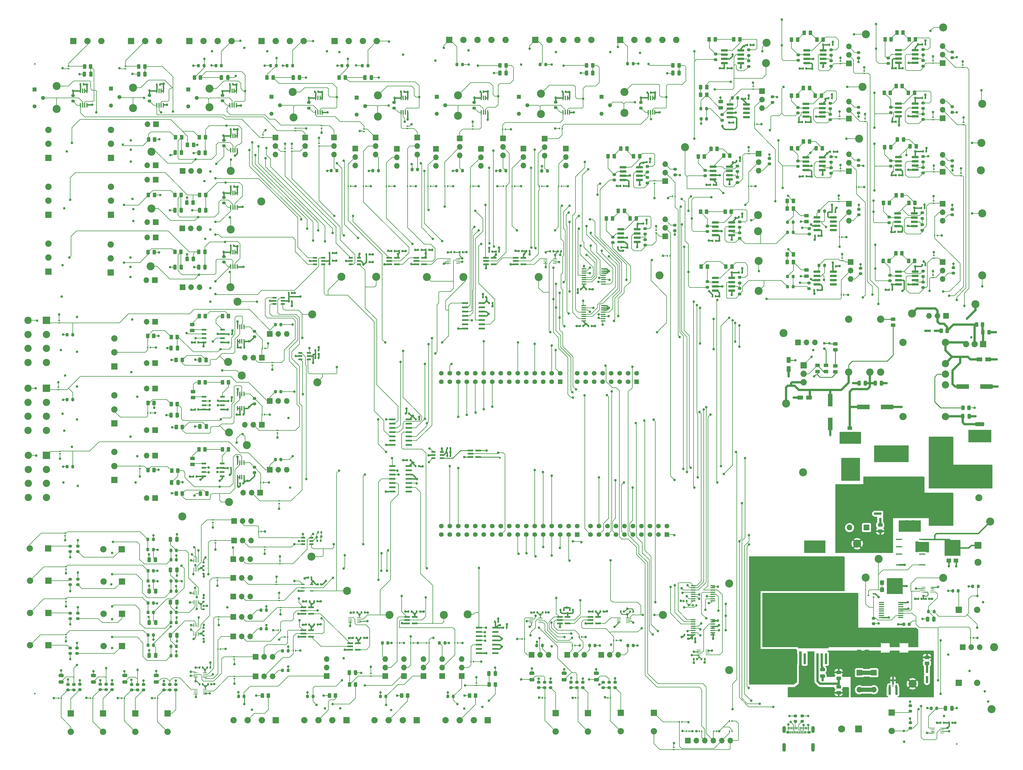
<source format=gbr>
%TF.GenerationSoftware,KiCad,Pcbnew,(6.0.10)*%
%TF.CreationDate,2024-08-19T09:21:51-04:00*%
%TF.ProjectId,ExoFlex_Kicad,45786f46-6c65-4785-9f4b-696361642e6b,rev?*%
%TF.SameCoordinates,Original*%
%TF.FileFunction,Copper,L1,Top*%
%TF.FilePolarity,Positive*%
%FSLAX46Y46*%
G04 Gerber Fmt 4.6, Leading zero omitted, Abs format (unit mm)*
G04 Created by KiCad (PCBNEW (6.0.10)) date 2024-08-19 09:21:51*
%MOMM*%
%LPD*%
G01*
G04 APERTURE LIST*
G04 Aperture macros list*
%AMRoundRect*
0 Rectangle with rounded corners*
0 $1 Rounding radius*
0 $2 $3 $4 $5 $6 $7 $8 $9 X,Y pos of 4 corners*
0 Add a 4 corners polygon primitive as box body*
4,1,4,$2,$3,$4,$5,$6,$7,$8,$9,$2,$3,0*
0 Add four circle primitives for the rounded corners*
1,1,$1+$1,$2,$3*
1,1,$1+$1,$4,$5*
1,1,$1+$1,$6,$7*
1,1,$1+$1,$8,$9*
0 Add four rect primitives between the rounded corners*
20,1,$1+$1,$2,$3,$4,$5,0*
20,1,$1+$1,$4,$5,$6,$7,0*
20,1,$1+$1,$6,$7,$8,$9,0*
20,1,$1+$1,$8,$9,$2,$3,0*%
G04 Aperture macros list end*
%TA.AperFunction,SMDPad,CuDef*%
%ADD10RoundRect,0.041300X-0.763700X-0.253700X0.763700X-0.253700X0.763700X0.253700X-0.763700X0.253700X0*%
%TD*%
%TA.AperFunction,ComponentPad*%
%ADD11C,2.400000*%
%TD*%
%TA.AperFunction,ComponentPad*%
%ADD12R,1.900000X1.900000*%
%TD*%
%TA.AperFunction,ComponentPad*%
%ADD13C,1.900000*%
%TD*%
%TA.AperFunction,SMDPad,CuDef*%
%ADD14RoundRect,0.140000X-0.140000X-0.170000X0.140000X-0.170000X0.140000X0.170000X-0.140000X0.170000X0*%
%TD*%
%TA.AperFunction,SMDPad,CuDef*%
%ADD15R,0.254000X1.168400*%
%TD*%
%TA.AperFunction,SMDPad,CuDef*%
%ADD16R,1.168400X0.254000*%
%TD*%
%TA.AperFunction,SMDPad,CuDef*%
%ADD17RoundRect,0.200000X-0.200000X-0.275000X0.200000X-0.275000X0.200000X0.275000X-0.200000X0.275000X0*%
%TD*%
%TA.AperFunction,SMDPad,CuDef*%
%ADD18RoundRect,0.200000X-0.275000X0.200000X-0.275000X-0.200000X0.275000X-0.200000X0.275000X0.200000X0*%
%TD*%
%TA.AperFunction,SMDPad,CuDef*%
%ADD19RoundRect,0.250000X-0.450000X0.262500X-0.450000X-0.262500X0.450000X-0.262500X0.450000X0.262500X0*%
%TD*%
%TA.AperFunction,SMDPad,CuDef*%
%ADD20RoundRect,0.200000X0.275000X-0.200000X0.275000X0.200000X-0.275000X0.200000X-0.275000X-0.200000X0*%
%TD*%
%TA.AperFunction,ComponentPad*%
%ADD21R,2.100000X2.100000*%
%TD*%
%TA.AperFunction,ComponentPad*%
%ADD22C,2.100000*%
%TD*%
%TA.AperFunction,SMDPad,CuDef*%
%ADD23RoundRect,0.250000X-0.262500X-0.450000X0.262500X-0.450000X0.262500X0.450000X-0.262500X0.450000X0*%
%TD*%
%TA.AperFunction,SMDPad,CuDef*%
%ADD24RoundRect,0.200000X0.200000X0.275000X-0.200000X0.275000X-0.200000X-0.275000X0.200000X-0.275000X0*%
%TD*%
%TA.AperFunction,SMDPad,CuDef*%
%ADD25R,0.300000X0.550000*%
%TD*%
%TA.AperFunction,SMDPad,CuDef*%
%ADD26RoundRect,0.140000X0.140000X0.170000X-0.140000X0.170000X-0.140000X-0.170000X0.140000X-0.170000X0*%
%TD*%
%TA.AperFunction,SMDPad,CuDef*%
%ADD27R,0.550000X0.300000*%
%TD*%
%TA.AperFunction,ComponentPad*%
%ADD28R,1.700000X1.700000*%
%TD*%
%TA.AperFunction,ComponentPad*%
%ADD29O,1.700000X1.700000*%
%TD*%
%TA.AperFunction,SMDPad,CuDef*%
%ADD30RoundRect,0.250000X0.262500X0.450000X-0.262500X0.450000X-0.262500X-0.450000X0.262500X-0.450000X0*%
%TD*%
%TA.AperFunction,SMDPad,CuDef*%
%ADD31R,0.800000X0.800000*%
%TD*%
%TA.AperFunction,SMDPad,CuDef*%
%ADD32RoundRect,0.250000X-0.250000X-0.475000X0.250000X-0.475000X0.250000X0.475000X-0.250000X0.475000X0*%
%TD*%
%TA.AperFunction,SMDPad,CuDef*%
%ADD33R,1.003300X0.406400*%
%TD*%
%TA.AperFunction,SMDPad,CuDef*%
%ADD34R,0.431800X1.422400*%
%TD*%
%TA.AperFunction,SMDPad,CuDef*%
%ADD35RoundRect,0.075000X-0.910000X-0.225000X0.910000X-0.225000X0.910000X0.225000X-0.910000X0.225000X0*%
%TD*%
%TA.AperFunction,SMDPad,CuDef*%
%ADD36C,0.500000*%
%TD*%
%TA.AperFunction,ComponentPad*%
%ADD37R,1.222000X1.222000*%
%TD*%
%TA.AperFunction,ComponentPad*%
%ADD38C,1.222000*%
%TD*%
%TA.AperFunction,SMDPad,CuDef*%
%ADD39RoundRect,0.250000X0.450000X-0.262500X0.450000X0.262500X-0.450000X0.262500X-0.450000X-0.262500X0*%
%TD*%
%TA.AperFunction,SMDPad,CuDef*%
%ADD40R,2.499995X2.560396*%
%TD*%
%TA.AperFunction,SMDPad,CuDef*%
%ADD41RoundRect,0.250000X0.475000X-0.250000X0.475000X0.250000X-0.475000X0.250000X-0.475000X-0.250000X0*%
%TD*%
%TA.AperFunction,SMDPad,CuDef*%
%ADD42RoundRect,0.250000X1.075000X-0.375000X1.075000X0.375000X-1.075000X0.375000X-1.075000X-0.375000X0*%
%TD*%
%TA.AperFunction,SMDPad,CuDef*%
%ADD43RoundRect,0.250000X0.250000X0.475000X-0.250000X0.475000X-0.250000X-0.475000X0.250000X-0.475000X0*%
%TD*%
%TA.AperFunction,SMDPad,CuDef*%
%ADD44R,1.981200X0.558800*%
%TD*%
%TA.AperFunction,SMDPad,CuDef*%
%ADD45R,1.473200X0.355600*%
%TD*%
%TA.AperFunction,ComponentPad*%
%ADD46C,1.390000*%
%TD*%
%TA.AperFunction,ComponentPad*%
%ADD47R,1.390000X1.390000*%
%TD*%
%TA.AperFunction,SMDPad,CuDef*%
%ADD48R,0.990600X2.997200*%
%TD*%
%TA.AperFunction,SMDPad,CuDef*%
%ADD49R,10.337800X8.712200*%
%TD*%
%TA.AperFunction,SMDPad,CuDef*%
%ADD50R,1.460500X0.558800*%
%TD*%
%TA.AperFunction,SMDPad,CuDef*%
%ADD51RoundRect,0.140000X0.170000X-0.140000X0.170000X0.140000X-0.170000X0.140000X-0.170000X-0.140000X0*%
%TD*%
%TA.AperFunction,SMDPad,CuDef*%
%ADD52R,2.000000X4.100000*%
%TD*%
%TA.AperFunction,ComponentPad*%
%ADD53R,1.879600X1.879600*%
%TD*%
%TA.AperFunction,ComponentPad*%
%ADD54C,1.879600*%
%TD*%
%TA.AperFunction,SMDPad,CuDef*%
%ADD55R,0.584200X0.355600*%
%TD*%
%TA.AperFunction,SMDPad,CuDef*%
%ADD56RoundRect,0.153750X0.701250X0.461250X-0.701250X0.461250X-0.701250X-0.461250X0.701250X-0.461250X0*%
%TD*%
%TA.AperFunction,SMDPad,CuDef*%
%ADD57RoundRect,0.072500X-0.532500X-0.217500X0.532500X-0.217500X0.532500X0.217500X-0.532500X0.217500X0*%
%TD*%
%TA.AperFunction,SMDPad,CuDef*%
%ADD58R,1.270000X1.400000*%
%TD*%
%TA.AperFunction,SMDPad,CuDef*%
%ADD59R,4.720000X4.800000*%
%TD*%
%TA.AperFunction,SMDPad,CuDef*%
%ADD60R,0.800001X3.300001*%
%TD*%
%TA.AperFunction,SMDPad,CuDef*%
%ADD61R,9.125998X13.370001*%
%TD*%
%TA.AperFunction,SMDPad,CuDef*%
%ADD62RoundRect,0.250000X-1.075000X0.375000X-1.075000X-0.375000X1.075000X-0.375000X1.075000X0.375000X0*%
%TD*%
%TA.AperFunction,ComponentPad*%
%ADD63C,2.184400*%
%TD*%
%TA.AperFunction,SMDPad,CuDef*%
%ADD64R,5.520000X2.000000*%
%TD*%
%TA.AperFunction,SMDPad,CuDef*%
%ADD65RoundRect,0.153750X-0.461250X0.701250X-0.461250X-0.701250X0.461250X-0.701250X0.461250X0.701250X0*%
%TD*%
%TA.AperFunction,SMDPad,CuDef*%
%ADD66R,1.470000X1.140000*%
%TD*%
%TA.AperFunction,SMDPad,CuDef*%
%ADD67RoundRect,0.153750X-0.701250X-0.461250X0.701250X-0.461250X0.701250X0.461250X-0.701250X0.461250X0*%
%TD*%
%TA.AperFunction,SMDPad,CuDef*%
%ADD68R,0.558800X1.320800*%
%TD*%
%TA.AperFunction,SMDPad,CuDef*%
%ADD69RoundRect,0.051250X0.733750X0.153750X-0.733750X0.153750X-0.733750X-0.153750X0.733750X-0.153750X0*%
%TD*%
%TA.AperFunction,SMDPad,CuDef*%
%ADD70RoundRect,0.250000X-0.475000X0.250000X-0.475000X-0.250000X0.475000X-0.250000X0.475000X0.250000X0*%
%TD*%
%TA.AperFunction,SMDPad,CuDef*%
%ADD71RoundRect,0.140000X-0.170000X0.140000X-0.170000X-0.140000X0.170000X-0.140000X0.170000X0.140000X0*%
%TD*%
%TA.AperFunction,SMDPad,CuDef*%
%ADD72R,1.854200X0.355600*%
%TD*%
%TA.AperFunction,ComponentPad*%
%ADD73C,2.250000*%
%TD*%
%TA.AperFunction,SMDPad,CuDef*%
%ADD74R,1.400000X1.270000*%
%TD*%
%TA.AperFunction,SMDPad,CuDef*%
%ADD75R,4.800000X4.720000*%
%TD*%
%TA.AperFunction,SMDPad,CuDef*%
%ADD76R,1.320800X3.810000*%
%TD*%
%TA.AperFunction,SMDPad,CuDef*%
%ADD77RoundRect,0.250000X0.650000X-0.325000X0.650000X0.325000X-0.650000X0.325000X-0.650000X-0.325000X0*%
%TD*%
%TA.AperFunction,ComponentPad*%
%ADD78R,2.175000X2.175000*%
%TD*%
%TA.AperFunction,ComponentPad*%
%ADD79C,2.175000*%
%TD*%
%TA.AperFunction,SMDPad,CuDef*%
%ADD80R,3.810000X1.320800*%
%TD*%
%TA.AperFunction,SMDPad,CuDef*%
%ADD81R,0.298000X0.700000*%
%TD*%
%TA.AperFunction,SMDPad,CuDef*%
%ADD82R,0.998000X0.700000*%
%TD*%
%TA.AperFunction,ComponentPad*%
%ADD83O,1.036000X2.100000*%
%TD*%
%TA.AperFunction,ComponentPad*%
%ADD84O,1.100000X2.600000*%
%TD*%
%TA.AperFunction,ViaPad*%
%ADD85C,0.750000*%
%TD*%
%TA.AperFunction,ViaPad*%
%ADD86C,0.600000*%
%TD*%
%TA.AperFunction,Conductor*%
%ADD87C,0.177800*%
%TD*%
%TA.AperFunction,Conductor*%
%ADD88C,0.250000*%
%TD*%
%TA.AperFunction,Conductor*%
%ADD89C,0.700000*%
%TD*%
%TA.AperFunction,Conductor*%
%ADD90C,0.381000*%
%TD*%
%TA.AperFunction,Conductor*%
%ADD91C,0.165100*%
%TD*%
%TA.AperFunction,Conductor*%
%ADD92C,0.254000*%
%TD*%
%TA.AperFunction,Conductor*%
%ADD93C,0.152400*%
%TD*%
%TA.AperFunction,Conductor*%
%ADD94C,0.508000*%
%TD*%
%TA.AperFunction,Conductor*%
%ADD95C,1.270000*%
%TD*%
G04 APERTURE END LIST*
D10*
%TO.P,U60,1,A*%
%TO.N,Net-(U15-Pad4)*%
X167511000Y-154498000D03*
%TO.P,U60,2,B*%
%TO.N,IN USE*%
X167511000Y-155448000D03*
%TO.P,U60,3,GND*%
%TO.N,GND*%
X167511000Y-156398000D03*
%TO.P,U60,4,Y*%
%TO.N,Net-(D5-Pad1)*%
X169801000Y-156398000D03*
%TO.P,U60,5,VCC*%
%TO.N,+5V*%
X169801000Y-154498000D03*
%TD*%
D11*
%TO.P,TP32,TP*%
%TO.N,IN USE*%
X323342000Y-231902000D03*
%TD*%
D12*
%TO.P,J4,1,1*%
%TO.N,Net-(J4-Pad1)*%
X313524001Y-224028000D03*
D13*
%TO.P,J4,2,2*%
%TO.N,Net-(D174-Pad1)*%
X319024000Y-224028000D03*
%TD*%
D11*
%TO.P,TP117,TP*%
%TO.N,POS_FSR_SEC*%
X154432000Y-102600000D03*
%TD*%
D14*
%TO.P,C143,1*%
%TO.N,+5V*%
X212479000Y-202692000D03*
%TO.P,C143,2*%
%TO.N,GND*%
X213439000Y-202692000D03*
%TD*%
D15*
%TO.P,U44,1,1A*%
%TO.N,Net-(C36-Pad1)*%
X86174001Y-206710800D03*
%TO.P,U44,2,3Y*%
%TO.N,unconnected-(U44-Pad2)*%
X85674000Y-206710800D03*
%TO.P,U44,3,2A*%
%TO.N,Net-(C37-Pad1)*%
X85174000Y-206710800D03*
%TO.P,U44,4,GND*%
%TO.N,GND*%
X84673999Y-206710800D03*
%TO.P,U44,5,2Y*%
%TO.N,Net-(D124-Pad1)*%
X84673999Y-209454000D03*
%TO.P,U44,6,3A*%
%TO.N,GND*%
X85174000Y-209454000D03*
%TO.P,U44,7,1Y*%
%TO.N,Net-(D125-Pad1)*%
X85674000Y-209454000D03*
%TO.P,U44,8,VCC*%
%TO.N,+5V*%
X86174001Y-209454000D03*
%TD*%
D16*
%TO.P,U47,1,1A*%
%TO.N,Net-(U47-Pad1)*%
X131492400Y-204478998D03*
%TO.P,U47,2,3Y*%
%TO.N,unconnected-(U47-Pad2)*%
X131492400Y-204978999D03*
%TO.P,U47,3,2A*%
%TO.N,GND*%
X131492400Y-205478999D03*
%TO.P,U47,4,GND*%
X131492400Y-205979000D03*
%TO.P,U47,5,2Y*%
%TO.N,unconnected-(U47-Pad5)*%
X134235600Y-205979000D03*
%TO.P,U47,6,3A*%
%TO.N,GND*%
X134235600Y-205478999D03*
%TO.P,U47,7,1Y*%
%TO.N,PROX_BUT_SEC*%
X134235600Y-204978999D03*
%TO.P,U47,8,VCC*%
%TO.N,+5V*%
X134235600Y-204478998D03*
%TD*%
D17*
%TO.P,R109,1*%
%TO.N,MIN_SW_3*%
X77915000Y-202946000D03*
%TO.P,R109,2*%
%TO.N,Net-(C34-Pad1)*%
X79565000Y-202946000D03*
%TD*%
D18*
%TO.P,R158,1*%
%TO.N,+5VA*%
X119154000Y-50347000D03*
%TO.P,R158,2*%
%TO.N,Net-(D146-Pad1)*%
X119154000Y-51997000D03*
%TD*%
D19*
%TO.P,R89,1*%
%TO.N,GND*%
X242336000Y-50109500D03*
%TO.P,R89,2*%
%TO.N,Net-(R230-Pad1)*%
X242336000Y-51934500D03*
%TD*%
D20*
%TO.P,R219,1*%
%TO.N,Net-(R219-Pad1)*%
X248028000Y-107626000D03*
%TO.P,R219,2*%
%TO.N,Net-(R218-Pad1)*%
X248028000Y-105976000D03*
%TD*%
D11*
%TO.P,TP113,TP*%
%TO.N,M_FSR_POS_LIM3*%
X139828000Y-54610000D03*
%TD*%
D21*
%TO.P,J81,1,1*%
%TO.N,+5V*%
X283602000Y-237810501D03*
D22*
%TO.P,J81,2,2*%
%TO.N,GND*%
X278522000Y-237810501D03*
%TD*%
D23*
%TO.P,R155,1*%
%TO.N,FSR_POS1*%
X84942001Y-42856001D03*
%TO.P,R155,2*%
%TO.N,M_FSR_POS1*%
X86767001Y-42856001D03*
%TD*%
D24*
%TO.P,R182,1*%
%TO.N,+5VA*%
X190031000Y-39009000D03*
%TO.P,R182,2*%
%TO.N,LC_POS2_INT*%
X188381000Y-39009000D03*
%TD*%
D25*
%TO.P,D60,1,K*%
%TO.N,BUT_PROX_LEFT2*%
X54564001Y-228600000D03*
%TO.P,D60,2,A*%
%TO.N,GND*%
X53864001Y-228600000D03*
%TD*%
D26*
%TO.P,C212,1*%
%TO.N,-5VA*%
X86078000Y-142240000D03*
%TO.P,C212,2*%
%TO.N,GND*%
X85118000Y-142240000D03*
%TD*%
D20*
%TO.P,R265,1*%
%TO.N,Net-(R265-Pad1)*%
X210520000Y-73568000D03*
%TO.P,R265,2*%
%TO.N,Net-(R265-Pad2)*%
X210520000Y-71918000D03*
%TD*%
D16*
%TO.P,U3,1,1A*%
%TO.N,Net-(C1-Pad1)*%
X305709100Y-196838001D03*
%TO.P,U3,2,3Y*%
%TO.N,unconnected-(U3-Pad2)*%
X305709100Y-196338000D03*
%TO.P,U3,3,2A*%
%TO.N,GND*%
X305709100Y-195838000D03*
%TO.P,U3,4,GND*%
X305709100Y-195337999D03*
%TO.P,U3,5,2Y*%
%TO.N,unconnected-(U3-Pad5)*%
X302965900Y-195337999D03*
%TO.P,U3,6,3A*%
%TO.N,GND*%
X302965900Y-195838000D03*
%TO.P,U3,7,1Y*%
%TO.N,Net-(TP1-PadTP)*%
X302965900Y-196338000D03*
%TO.P,U3,8,VCC*%
%TO.N,+5V*%
X302965900Y-196838001D03*
%TD*%
%TO.P,U51,1,1A*%
%TO.N,Net-(D140-Pad1)*%
X185679400Y-204481999D03*
%TO.P,U51,2,3Y*%
%TO.N,Net-(D142-Pad1)*%
X185679400Y-204982000D03*
%TO.P,U51,3,2A*%
%TO.N,Net-(C48-Pad1)*%
X185679400Y-205482000D03*
%TO.P,U51,4,GND*%
%TO.N,GND*%
X185679400Y-205982001D03*
%TO.P,U51,5,2Y*%
%TO.N,Net-(D141-Pad1)*%
X188422600Y-205982001D03*
%TO.P,U51,6,3A*%
%TO.N,Net-(C49-Pad1)*%
X188422600Y-205482000D03*
%TO.P,U51,7,1Y*%
%TO.N,Net-(C47-Pad1)*%
X188422600Y-204982000D03*
%TO.P,U51,8,VCC*%
%TO.N,+5V*%
X188422600Y-204481999D03*
%TD*%
D14*
%TO.P,C175,1*%
%TO.N,+5VA*%
X120960000Y-47112000D03*
%TO.P,C175,2*%
%TO.N,GND*%
X121920000Y-47112000D03*
%TD*%
D18*
%TO.P,R76,1*%
%TO.N,GND*%
X264668000Y-233871000D03*
%TO.P,R76,2*%
%TO.N,Net-(J8-PadA5)*%
X264668000Y-235521000D03*
%TD*%
D27*
%TO.P,D158,1,K*%
%TO.N,EXT_TOR_LIM_DATA*%
X305816000Y-102712000D03*
%TO.P,D158,2,A*%
%TO.N,GND*%
X305816000Y-102012000D03*
%TD*%
D16*
%TO.P,U45,1,1A*%
%TO.N,Net-(C38-Pad1)*%
X85330400Y-220921999D03*
%TO.P,U45,2,3Y*%
%TO.N,Net-(D132-Pad1)*%
X85330400Y-221422000D03*
%TO.P,U45,3,2A*%
%TO.N,Net-(C39-Pad1)*%
X85330400Y-221922000D03*
%TO.P,U45,4,GND*%
%TO.N,GND*%
X85330400Y-222422001D03*
%TO.P,U45,5,2Y*%
%TO.N,Net-(D131-Pad1)*%
X88073600Y-222422001D03*
%TO.P,U45,6,3A*%
%TO.N,Net-(C40-Pad1)*%
X88073600Y-221922000D03*
%TO.P,U45,7,1Y*%
%TO.N,Net-(D130-Pad1)*%
X88073600Y-221422000D03*
%TO.P,U45,8,VCC*%
%TO.N,+5V*%
X88073600Y-220921999D03*
%TD*%
D25*
%TO.P,D34,1,K*%
%TO.N,DOR_TOR_LIM*%
X71024000Y-143256000D03*
%TO.P,D34,2,A*%
%TO.N,GND*%
X71724000Y-143256000D03*
%TD*%
D14*
%TO.P,C162,1*%
%TO.N,+5VA*%
X95786000Y-93222000D03*
%TO.P,C162,2*%
%TO.N,GND*%
X96746000Y-93222000D03*
%TD*%
D25*
%TO.P,D167,1,K*%
%TO.N,Net-(D167-Pad1)*%
X188118000Y-75438000D03*
%TO.P,D167,2,A*%
%TO.N,GND*%
X188818000Y-75438000D03*
%TD*%
D18*
%TO.P,R15,1*%
%TO.N,Net-(J29-Pad1)*%
X47752000Y-203137000D03*
%TO.P,R15,2*%
%TO.N,+5V*%
X47752000Y-204787000D03*
%TD*%
D23*
%TO.P,R222,1*%
%TO.N,Net-(R215-Pad2)*%
X290927500Y-97790000D03*
%TO.P,R222,2*%
%TO.N,Net-(R222-Pad2)*%
X292752500Y-97790000D03*
%TD*%
D11*
%TO.P,TP37,TP*%
%TO.N,EVE_AMP_LIM_DATA1*%
X72085000Y-65070002D03*
%TD*%
D28*
%TO.P,J7,1,Pin_1*%
%TO.N,+5V*%
X283852500Y-220980000D03*
D29*
%TO.P,J7,2,Pin_2*%
%TO.N,/POWER TREE/6.1A*%
X283852500Y-223520000D03*
%TO.P,J7,3,Pin_3*%
%TO.N,Net-(J7-Pad3)*%
X283852500Y-226060000D03*
%TD*%
D14*
%TO.P,C140,1*%
%TO.N,+5V*%
X125359500Y-95372000D03*
%TO.P,C140,2*%
%TO.N,GND*%
X126319500Y-95372000D03*
%TD*%
D11*
%TO.P,TP3,TP*%
%TO.N,Net-(D2-Pad3)*%
X323000000Y-175700000D03*
%TD*%
D17*
%TO.P,R236,1*%
%TO.N,Net-(R230-Pad1)*%
X236448000Y-52196500D03*
%TO.P,R236,2*%
%TO.N,Net-(R234-Pad2)*%
X238098000Y-52196500D03*
%TD*%
D26*
%TO.P,C186,1*%
%TO.N,-5VA*%
X295720000Y-56134000D03*
%TO.P,C186,2*%
%TO.N,GND*%
X294760000Y-56134000D03*
%TD*%
%TO.P,C184,1*%
%TO.N,-5VA*%
X267720000Y-56228000D03*
%TO.P,C184,2*%
%TO.N,GND*%
X266760000Y-56228000D03*
%TD*%
D28*
%TO.P,J77,1,Pin_1*%
%TO.N,+5VA*%
X73213000Y-135947004D03*
D29*
%TO.P,J77,2,Pin_2*%
%TO.N,DOR_TOR_POT1*%
X70673000Y-135947004D03*
%TD*%
D14*
%TO.P,C127,1*%
%TO.N,+5V*%
X173120000Y-110400000D03*
%TO.P,C127,2*%
%TO.N,GND*%
X174080000Y-110400000D03*
%TD*%
D26*
%TO.P,C173,1*%
%TO.N,-5VA*%
X267946000Y-40222000D03*
%TO.P,C173,2*%
%TO.N,GND*%
X266986000Y-40222000D03*
%TD*%
D20*
%TO.P,R148,1*%
%TO.N,BUT_POS3*%
X207235001Y-225465002D03*
%TO.P,R148,2*%
%TO.N,GND*%
X207235001Y-223815002D03*
%TD*%
D14*
%TO.P,C83,1*%
%TO.N,+5V*%
X174830000Y-205736999D03*
%TO.P,C83,2*%
%TO.N,GND*%
X175790000Y-205736999D03*
%TD*%
D26*
%TO.P,C72,1*%
%TO.N,+5V*%
X200562000Y-106206000D03*
%TO.P,C72,2*%
%TO.N,GND*%
X199602000Y-106206000D03*
%TD*%
D30*
%TO.P,R35,1*%
%TO.N,+5VA*%
X84681500Y-63053498D03*
%TO.P,R35,2*%
%TO.N,EVE_AMP_OUT*%
X82856500Y-63053498D03*
%TD*%
D23*
%TO.P,R229,1*%
%TO.N,Net-(R229-Pad1)*%
X236377000Y-45791500D03*
%TO.P,R229,2*%
%TO.N,+5VA*%
X238202000Y-45791500D03*
%TD*%
D31*
%TO.P,D116,1,K*%
%TO.N,GND*%
X304059000Y-222305500D03*
%TO.P,D116,2,A*%
%TO.N,Net-(D116-Pad2)*%
X304059000Y-220705500D03*
%TD*%
D24*
%TO.P,R161,1*%
%TO.N,Net-(J107-Pad3)*%
X139981000Y-70784000D03*
%TO.P,R161,2*%
%TO.N,+5VA*%
X138331000Y-70784000D03*
%TD*%
D27*
%TO.P,D155,1,K*%
%TO.N,Net-(D155-Pad1)*%
X114046000Y-64866000D03*
%TO.P,D155,2,A*%
%TO.N,GND*%
X114046000Y-64166000D03*
%TD*%
D31*
%TO.P,D118,1,K*%
%TO.N,Net-(D118-Pad1)*%
X273304000Y-123990000D03*
%TO.P,D118,2,A*%
%TO.N,GND*%
X273304000Y-122390000D03*
%TD*%
D32*
%TO.P,C43,1*%
%TO.N,Net-(C43-Pad1)*%
X173037999Y-221230999D03*
%TO.P,C43,2*%
%TO.N,GND*%
X174937999Y-221230999D03*
%TD*%
D26*
%TO.P,C185,1*%
%TO.N,-5VA*%
X240212000Y-75015000D03*
%TO.P,C185,2*%
%TO.N,GND*%
X239252000Y-75015000D03*
%TD*%
D27*
%TO.P,D53,1,K*%
%TO.N,DOR_AMP_DATA*%
X285496000Y-55976000D03*
%TO.P,D53,2,A*%
%TO.N,GND*%
X285496000Y-55276000D03*
%TD*%
D12*
%TO.P,J22,1,01*%
%TO.N,EVE_TOR_POT2*%
X61041000Y-129328003D03*
D13*
%TO.P,J22,2,02*%
%TO.N,EVE_TOR_LIM*%
X61041000Y-125128004D03*
%TO.P,J22,3,03*%
%TO.N,EVE_TOR_POT1*%
X61041000Y-120928005D03*
%TD*%
D11*
%TO.P,TP110,TP*%
%TO.N,M_FSR_POS2*%
X114300000Y-47244000D03*
%TD*%
D27*
%TO.P,D46,1,K*%
%TO.N,Net-(D46-Pad1)*%
X277876000Y-55214000D03*
%TO.P,D46,2,A*%
%TO.N,GND*%
X277876000Y-54514000D03*
%TD*%
D33*
%TO.P,U10,1,B*%
%TO.N,SWMAX4*%
X117349450Y-194563999D03*
%TO.P,U10,2,A*%
%TO.N,SWMAX5*%
X117349450Y-195514000D03*
%TO.P,U10,3,GND*%
%TO.N,GND*%
X117349450Y-196464001D03*
%TO.P,U10,4,Y*%
%TO.N,LEFTRIGHT_SEC*%
X120054550Y-196464001D03*
%TO.P,U10,5,VCC*%
%TO.N,+5V*%
X120054550Y-194563999D03*
%TD*%
D12*
%TO.P,J23,1,01*%
%TO.N,DOR_TOR_POT2*%
X61041000Y-146372001D03*
D13*
%TO.P,J23,2,02*%
%TO.N,DOR_TOR_LIM*%
X61041000Y-142172002D03*
%TO.P,J23,3,03*%
%TO.N,DOR_TOR_POT1*%
X61041000Y-137972003D03*
%TD*%
D25*
%TO.P,D99,1,K*%
%TO.N,DOR_TOR_LIM_DATA*%
X306386000Y-90170000D03*
%TO.P,D99,2,A*%
%TO.N,GND*%
X307086000Y-90170000D03*
%TD*%
D12*
%TO.P,J45,1,1*%
%TO.N,LC_POS3_INT*%
X212302002Y-31672000D03*
D13*
%TO.P,J45,2,2*%
%TO.N,+5VA*%
X216502001Y-31672000D03*
%TO.P,J45,3,3*%
%TO.N,LC_POS3*%
X220702000Y-31672000D03*
%TO.P,J45,4,4*%
%TO.N,GND*%
X224902000Y-31672000D03*
%TO.P,J45,5,5*%
X229101999Y-31672000D03*
%TD*%
D28*
%TO.P,J100,1,Pin_1*%
%TO.N,Net-(C42-Pad1)*%
X142036000Y-221977999D03*
D29*
%TO.P,J100,2,Pin_2*%
%TO.N,M_REC_PROX1*%
X142036000Y-219437999D03*
%TO.P,J100,3,Pin_3*%
%TO.N,Net-(J100-Pad3)*%
X142036000Y-216897999D03*
%TD*%
D12*
%TO.P,J13,1,01*%
%TO.N,GND*%
X41287000Y-66938003D03*
D13*
%TO.P,J13,2,02*%
%TO.N,EVE_AMP_OUT*%
X41287000Y-62738004D03*
%TO.P,J13,3,03*%
%TO.N,+5VA*%
X41287000Y-58538005D03*
%TD*%
D20*
%TO.P,R241,1*%
%TO.N,Net-(R234-Pad2)*%
X242774000Y-55657000D03*
%TO.P,R241,2*%
%TO.N,Net-(R241-Pad2)*%
X242774000Y-54007000D03*
%TD*%
D17*
%TO.P,R32,1*%
%TO.N,+5VA*%
X91377000Y-39300001D03*
%TO.P,R32,2*%
%TO.N,FSR_POS1_INT*%
X93027000Y-39300001D03*
%TD*%
D20*
%TO.P,R121,1*%
%TO.N,BUT_PROX_LEFT1*%
X47102001Y-226123000D03*
%TO.P,R121,2*%
%TO.N,GND*%
X47102001Y-224473000D03*
%TD*%
D27*
%TO.P,D31,1,K*%
%TO.N,EXT_TOR_LIM*%
X68580000Y-159162000D03*
%TO.P,D31,2,A*%
%TO.N,GND*%
X68580000Y-159862000D03*
%TD*%
D25*
%TO.P,D184,1,K*%
%TO.N,ANA_DATA*%
X228696000Y-78486000D03*
%TO.P,D184,2,A*%
%TO.N,GND*%
X227996000Y-78486000D03*
%TD*%
D30*
%TO.P,R224,1*%
%TO.N,Net-(R224-Pad1)*%
X264088500Y-82068000D03*
%TO.P,R224,2*%
%TO.N,Net-(R223-Pad1)*%
X262263500Y-82068000D03*
%TD*%
D25*
%TO.P,D121,1,K*%
%TO.N,SWMAX1*%
X104141489Y-178686044D03*
%TO.P,D121,2,A*%
%TO.N,GND*%
X104841489Y-178686044D03*
%TD*%
D24*
%TO.P,R247,1*%
%TO.N,Net-(R243-Pad2)*%
X273391000Y-99108000D03*
%TO.P,R247,2*%
%TO.N,Net-(D83-Pad1)*%
X271741000Y-99108000D03*
%TD*%
D28*
%TO.P,J120,1,Pin_1*%
%TO.N,LC_POS3_INT*%
X196052000Y-64180000D03*
D29*
%TO.P,J120,2,Pin_2*%
%TO.N,Net-(D170-Pad1)*%
X196052000Y-66720000D03*
%TO.P,J120,3,Pin_3*%
%TO.N,GND*%
X196052000Y-69260000D03*
%TD*%
D28*
%TO.P,J132,1,Pin_1*%
%TO.N,Net-(D183-Pad1)*%
X225760000Y-90401000D03*
D29*
%TO.P,J132,2,Pin_2*%
%TO.N,ANA_LIM_DATA*%
X225760000Y-87861000D03*
%TO.P,J132,3,Pin_3*%
%TO.N,Net-(J132-Pad3)*%
X225760000Y-85321000D03*
%TD*%
D28*
%TO.P,J68,1,Pin_1*%
%TO.N,Net-(D90-Pad1)*%
X308702000Y-98059000D03*
D29*
%TO.P,J68,2,Pin_2*%
%TO.N,EXT_TOR_LIM_DATA*%
X308702000Y-100599000D03*
%TO.P,J68,3,Pin_3*%
%TO.N,Net-(J68-Pad3)*%
X308702000Y-103139000D03*
%TD*%
D34*
%TO.P,U86,1,1OUT*%
%TO.N,Net-(D152-Pad1)*%
X50841001Y-51193700D03*
%TO.P,U86,2,1IN-*%
%TO.N,M_TEMP_LIM1*%
X51490999Y-51193700D03*
%TO.P,U86,3,1IN+*%
%TO.N,M_TEMP_1*%
X52141001Y-51193700D03*
%TO.P,U86,4,GND*%
%TO.N,GND*%
X52790999Y-51193700D03*
%TO.P,U86,5,2IN+*%
X52790999Y-46850300D03*
%TO.P,U86,6,2IN-*%
X52141001Y-46850300D03*
%TO.P,U86,7,2OUT*%
%TO.N,unconnected-(U86-Pad7)*%
X51490999Y-46850300D03*
%TO.P,U86,8,VCC*%
%TO.N,+5VA*%
X50841001Y-46850300D03*
%TD*%
D30*
%TO.P,R130,1*%
%TO.N,REC_PROX2*%
X174952500Y-224532999D03*
%TO.P,R130,2*%
%TO.N,Net-(C43-Pad1)*%
X173127500Y-224532999D03*
%TD*%
D11*
%TO.P,TP62,TP*%
%TO.N,DOR_TOR_DATA1*%
X95250000Y-149098000D03*
%TD*%
D28*
%TO.P,J92,1,Pin_1*%
%TO.N,Net-(D119-Pad1)*%
X96778000Y-181412000D03*
D29*
%TO.P,J92,2,Pin_2*%
%TO.N,SWMAX2*%
X99318000Y-181412000D03*
%TO.P,J92,3,Pin_3*%
%TO.N,GND*%
X101858000Y-181412000D03*
%TD*%
D30*
%TO.P,R58,1*%
%TO.N,GND*%
X322580000Y-119126000D03*
%TO.P,R58,2*%
%TO.N,Net-(R57-Pad1)*%
X320755000Y-119126000D03*
%TD*%
%TO.P,R227,1*%
%TO.N,Net-(R227-Pad1)*%
X264080500Y-98092000D03*
%TO.P,R227,2*%
%TO.N,Net-(R226-Pad1)*%
X262255500Y-98092000D03*
%TD*%
D26*
%TO.P,C68,1*%
%TO.N,+5V*%
X149543800Y-157382000D03*
%TO.P,C68,2*%
%TO.N,GND*%
X148583800Y-157382000D03*
%TD*%
D17*
%TO.P,R135,1*%
%TO.N,Net-(J99-Pad3)*%
X111321000Y-220274000D03*
%TO.P,R135,2*%
%TO.N,+5V*%
X112971000Y-220274000D03*
%TD*%
D26*
%TO.P,C129,1*%
%TO.N,+5V*%
X205057000Y-202692000D03*
%TO.P,C129,2*%
%TO.N,GND*%
X204097000Y-202692000D03*
%TD*%
D14*
%TO.P,C194,1*%
%TO.N,+5VA*%
X274634000Y-49116000D03*
%TO.P,C194,2*%
%TO.N,GND*%
X275594000Y-49116000D03*
%TD*%
D24*
%TO.P,R143,1*%
%TO.N,Net-(J101-Pad3)*%
X178081000Y-70769000D03*
%TO.P,R143,2*%
%TO.N,+5VA*%
X176431000Y-70769000D03*
%TD*%
D20*
%TO.P,R72,1*%
%TO.N,+5VA*%
X102870000Y-140525000D03*
%TO.P,R72,2*%
%TO.N,Net-(D71-Pad1)*%
X102870000Y-138875000D03*
%TD*%
D17*
%TO.P,R108,1*%
%TO.N,MIN_SW_2*%
X77915000Y-193548000D03*
%TO.P,R108,2*%
%TO.N,Net-(C33-Pad1)*%
X79565000Y-193548000D03*
%TD*%
D20*
%TO.P,R274,1*%
%TO.N,Net-(D182-Pad1)*%
X220426000Y-74457000D03*
%TO.P,R274,2*%
%TO.N,Net-(R273-Pad1)*%
X220426000Y-72807000D03*
%TD*%
D27*
%TO.P,D126,1,K*%
%TO.N,SWMAX5*%
X110236000Y-199390000D03*
%TO.P,D126,2,A*%
%TO.N,GND*%
X110236000Y-198690000D03*
%TD*%
D28*
%TO.P,J78,1,Pin_1*%
%TO.N,GND*%
X73213000Y-148393004D03*
D29*
%TO.P,J78,2,Pin_2*%
%TO.N,DOR_TOR_POT2*%
X70673000Y-148393004D03*
%TD*%
D10*
%TO.P,U82,1,A*%
%TO.N,Net-(D149-Pad1)*%
X143196500Y-96840000D03*
%TO.P,U82,2,B*%
%TO.N,Net-(D148-Pad1)*%
X143196500Y-97790000D03*
%TO.P,U82,3,GND*%
%TO.N,GND*%
X143196500Y-98740000D03*
%TO.P,U82,4,Y*%
%TO.N,Net-(U82-Pad4)*%
X145486500Y-98740000D03*
%TO.P,U82,5,VCC*%
%TO.N,+5V*%
X145486500Y-96840000D03*
%TD*%
D19*
%TO.P,R47,1*%
%TO.N,Net-(D118-Pad1)*%
X273812000Y-129032000D03*
%TO.P,R47,2*%
%TO.N,Net-(C214-Pad1)*%
X273812000Y-130857000D03*
%TD*%
D23*
%TO.P,R70,1*%
%TO.N,Net-(R52-Pad2)*%
X267343500Y-29558000D03*
%TO.P,R70,2*%
%TO.N,Net-(R70-Pad2)*%
X269168500Y-29558000D03*
%TD*%
D11*
%TO.P,TP42,TP*%
%TO.N,EXT_AMP_LIM_DATA1*%
X71831000Y-99360002D03*
%TD*%
D20*
%TO.P,R259,1*%
%TO.N,Net-(R259-Pad1)*%
X247352000Y-71014000D03*
%TO.P,R259,2*%
%TO.N,Net-(R257-Pad2)*%
X247352000Y-69364000D03*
%TD*%
D17*
%TO.P,R154,1*%
%TO.N,Net-(J106-Pad3)*%
X214567000Y-212852000D03*
%TO.P,R154,2*%
%TO.N,+5V*%
X216217000Y-212852000D03*
%TD*%
D23*
%TO.P,R46,1*%
%TO.N,Net-(D117-Pad2)*%
X308289500Y-118672000D03*
%TO.P,R46,2*%
%TO.N,Net-(D6-Pad1)*%
X310114500Y-118672000D03*
%TD*%
D14*
%TO.P,C207,1*%
%TO.N,+5VA*%
X249730000Y-49248000D03*
%TO.P,C207,2*%
%TO.N,GND*%
X250690000Y-49248000D03*
%TD*%
%TO.P,C205,1*%
%TO.N,+5VA*%
X95786000Y-58424000D03*
%TO.P,C205,2*%
%TO.N,GND*%
X96746000Y-58424000D03*
%TD*%
%TO.P,C148,1*%
%TO.N,+5V*%
X121094000Y-126758000D03*
%TO.P,C148,2*%
%TO.N,GND*%
X122054000Y-126758000D03*
%TD*%
D30*
%TO.P,R257,1*%
%TO.N,Net-(R255-Pad2)*%
X245074500Y-66294000D03*
%TO.P,R257,2*%
%TO.N,Net-(R257-Pad2)*%
X243249500Y-66294000D03*
%TD*%
D35*
%TO.P,U17,1,1OUT*%
%TO.N,Net-(R79-Pad2)*%
X268072000Y-34765000D03*
%TO.P,U17,2,1IN-*%
%TO.N,Net-(R49-Pad2)*%
X268072000Y-36035000D03*
%TO.P,U17,3,1IN+*%
%TO.N,GND*%
X268072000Y-37305000D03*
%TO.P,U17,4,VCC-*%
%TO.N,-5VA*%
X268072000Y-38575000D03*
%TO.P,U17,5,2IN+*%
%TO.N,GND*%
X273012000Y-38575000D03*
%TO.P,U17,6,2IN-*%
%TO.N,Net-(R82-Pad1)*%
X273012000Y-37305000D03*
%TO.P,U17,7,2OUT*%
%TO.N,Net-(D44-Pad1)*%
X273012000Y-36035000D03*
%TO.P,U17,8,VCC+*%
%TO.N,+5VA*%
X273012000Y-34765000D03*
%TD*%
D36*
%TO.P,FID2,*%
%TO.N,*%
X37202000Y-227172000D03*
%TD*%
D28*
%TO.P,J74,1,Pin_1*%
%TO.N,Net-(D15-Pad1)*%
X81444500Y-105661496D03*
D29*
%TO.P,J74,2,Pin_2*%
%TO.N,Net-(D20-Pad1)*%
X83984500Y-105661496D03*
%TO.P,J74,3,Pin_3*%
%TO.N,GND*%
X86524500Y-105661496D03*
%TD*%
D37*
%TO.P,RV3,1,1*%
%TO.N,GND*%
X83058000Y-46482000D03*
D38*
%TO.P,RV3,2,2*%
%TO.N,M_FSR_POS_LIM1*%
X85598000Y-49022000D03*
%TO.P,RV3,3,3*%
%TO.N,+5VA*%
X83058000Y-51562000D03*
%TD*%
D14*
%TO.P,C182,1*%
%TO.N,+5VA*%
X274888000Y-33114000D03*
%TO.P,C182,2*%
%TO.N,GND*%
X275848000Y-33114000D03*
%TD*%
D17*
%TO.P,R105,1*%
%TO.N,MAX_SW_2*%
X71057000Y-193548000D03*
%TO.P,R105,2*%
%TO.N,Net-(C30-Pad1)*%
X72707000Y-193548000D03*
%TD*%
D14*
%TO.P,C155,1*%
%TO.N,+5V*%
X121122000Y-124472000D03*
%TO.P,C155,2*%
%TO.N,GND*%
X122082000Y-124472000D03*
%TD*%
D35*
%TO.P,U37,1,1OUT*%
%TO.N,Net-(D78-Pad1)*%
X245130000Y-50895000D03*
%TO.P,U37,2,1IN-*%
%TO.N,Net-(R241-Pad2)*%
X245130000Y-52165000D03*
%TO.P,U37,3,1IN+*%
%TO.N,GND*%
X245130000Y-53435000D03*
%TO.P,U37,4,VCC-*%
%TO.N,-5VA*%
X245130000Y-54705000D03*
%TO.P,U37,5,2IN+*%
%TO.N,unconnected-(U37-Pad5)*%
X250070000Y-54705000D03*
%TO.P,U37,6,2IN-*%
%TO.N,unconnected-(U37-Pad6)*%
X250070000Y-53435000D03*
%TO.P,U37,7,2OUT*%
%TO.N,unconnected-(U37-Pad7)*%
X250070000Y-52165000D03*
%TO.P,U37,8,VCC+*%
%TO.N,+5VA*%
X250070000Y-50895000D03*
%TD*%
D19*
%TO.P,R184,1*%
%TO.N,Net-(D115-Pad2)*%
X290068000Y-176784000D03*
%TO.P,R184,2*%
%TO.N,/POWER SECURITY/24VB*%
X290068000Y-178609000D03*
%TD*%
D23*
%TO.P,R41,1*%
%TO.N,EVE_AMP_LIM*%
X79300500Y-60767498D03*
%TO.P,R41,2*%
%TO.N,EVE_AMP_LIM_DATA1*%
X81125500Y-60767498D03*
%TD*%
D20*
%TO.P,R75,1*%
%TO.N,+5VA*%
X102870000Y-161099000D03*
%TO.P,R75,2*%
%TO.N,Net-(D76-Pad1)*%
X102870000Y-159449000D03*
%TD*%
D25*
%TO.P,D134,1,K*%
%TO.N,M_REC_PROX1*%
X145587452Y-212090000D03*
%TO.P,D134,2,A*%
%TO.N,GND*%
X146287452Y-212090000D03*
%TD*%
D23*
%TO.P,R214,1*%
%TO.N,Net-(R209-Pad2)*%
X243917000Y-99435000D03*
%TO.P,R214,2*%
%TO.N,Net-(R214-Pad2)*%
X245742000Y-99435000D03*
%TD*%
D32*
%TO.P,C28,1*%
%TO.N,EXT_TOR_LIM_DATA1*%
X78125000Y-164084002D03*
%TO.P,C28,2*%
%TO.N,GND*%
X80025000Y-164084002D03*
%TD*%
D39*
%TO.P,R185,1*%
%TO.N,Net-(D116-Pad2)*%
X304038000Y-218170000D03*
%TO.P,R185,2*%
%TO.N,/POWER TREE/6.1A*%
X304038000Y-216345000D03*
%TD*%
D40*
%TO.P,C16,1*%
%TO.N,/POWER TREE/6.1A*%
X291592000Y-216175895D03*
%TO.P,C16,2*%
%TO.N,GND*%
X291592000Y-210831507D03*
%TD*%
D14*
%TO.P,C211,1*%
%TO.N,+5VA*%
X275650000Y-83088000D03*
%TO.P,C211,2*%
%TO.N,GND*%
X276610000Y-83088000D03*
%TD*%
D20*
%TO.P,R192,1*%
%TO.N,Net-(R192-Pad1)*%
X302860000Y-68135000D03*
%TO.P,R192,2*%
%TO.N,Net-(R187-Pad2)*%
X302860000Y-66485000D03*
%TD*%
D41*
%TO.P,C40,1*%
%TO.N,Net-(C40-Pad1)*%
X64120001Y-223708000D03*
%TO.P,C40,2*%
%TO.N,GND*%
X64120001Y-221808000D03*
%TD*%
D23*
%TO.P,R256,1*%
%TO.N,Net-(R251-Pad2)*%
X294835500Y-78112000D03*
%TO.P,R256,2*%
%TO.N,Net-(R256-Pad2)*%
X296660500Y-78112000D03*
%TD*%
%TO.P,R205,1*%
%TO.N,Net-(R202-Pad2)*%
X93321500Y-154178000D03*
%TO.P,R205,2*%
%TO.N,Net-(R205-Pad2)*%
X95146500Y-154178000D03*
%TD*%
D25*
%TO.P,D138,1,K*%
%TO.N,M_BUT_PROX_R1*%
X112785750Y-210287191D03*
%TO.P,D138,2,A*%
%TO.N,GND*%
X112085750Y-210287191D03*
%TD*%
D34*
%TO.P,U85,1,1OUT*%
%TO.N,Net-(D153-Pad1)*%
X73701001Y-51193700D03*
%TO.P,U85,2,1IN-*%
%TO.N,M_TEMP_LIM2*%
X74350999Y-51193700D03*
%TO.P,U85,3,1IN+*%
%TO.N,M_TEMP_2*%
X75001001Y-51193700D03*
%TO.P,U85,4,GND*%
%TO.N,GND*%
X75650999Y-51193700D03*
%TO.P,U85,5,2IN+*%
X75650999Y-46850300D03*
%TO.P,U85,6,2IN-*%
X75001001Y-46850300D03*
%TO.P,U85,7,2OUT*%
%TO.N,unconnected-(U85-Pad7)*%
X74350999Y-46850300D03*
%TO.P,U85,8,VCC*%
%TO.N,+5VA*%
X73701001Y-46850300D03*
%TD*%
D25*
%TO.P,D37,1,K*%
%TO.N,EVE_TOR_LIM*%
X71024000Y-123698000D03*
%TO.P,D37,2,A*%
%TO.N,GND*%
X71724000Y-123698000D03*
%TD*%
D14*
%TO.P,C122,1*%
%TO.N,+5V*%
X206383000Y-202696000D03*
%TO.P,C122,2*%
%TO.N,GND*%
X207343000Y-202696000D03*
%TD*%
D28*
%TO.P,J127,1,Pin_1*%
%TO.N,REC_PROX2_INT*%
X164896000Y-221977999D03*
D29*
%TO.P,J127,2,Pin_2*%
%TO.N,Net-(D178-Pad1)*%
X164896000Y-219437999D03*
%TO.P,J127,3,Pin_3*%
%TO.N,GND*%
X164896000Y-216897999D03*
%TD*%
D14*
%TO.P,C121,1*%
%TO.N,+5V*%
X88762000Y-219386000D03*
%TO.P,C121,2*%
%TO.N,GND*%
X89722000Y-219386000D03*
%TD*%
D27*
%TO.P,D106,1,K*%
%TO.N,TEMP_OUT_1*%
X47244000Y-39528000D03*
%TO.P,D106,2,A*%
%TO.N,GND*%
X47244000Y-40228000D03*
%TD*%
D28*
%TO.P,J111,1,Pin_1*%
%TO.N,Net-(D153-Pad1)*%
X118074000Y-60863000D03*
D29*
%TO.P,J111,2,Pin_2*%
%TO.N,Net-(D155-Pad1)*%
X118074000Y-63403000D03*
%TO.P,J111,3,Pin_3*%
%TO.N,GND*%
X118074000Y-65943000D03*
%TD*%
D25*
%TO.P,D10,1,K*%
%TO.N,ALIM_SEC*%
X317150000Y-210566000D03*
%TO.P,D10,2,A*%
%TO.N,GND*%
X317850000Y-210566000D03*
%TD*%
D14*
%TO.P,C164,1*%
%TO.N,+5VA*%
X275896000Y-99362000D03*
%TO.P,C164,2*%
%TO.N,GND*%
X276856000Y-99362000D03*
%TD*%
D26*
%TO.P,C135,1*%
%TO.N,+5V*%
X87436000Y-224390000D03*
%TO.P,C135,2*%
%TO.N,GND*%
X86476000Y-224390000D03*
%TD*%
D23*
%TO.P,R114,1*%
%TO.N,+5V*%
X105259500Y-227838000D03*
%TO.P,R114,2*%
%TO.N,Net-(J39-Pad3)*%
X107084500Y-227838000D03*
%TD*%
%TO.P,R66,1*%
%TO.N,EXT_TOR_LIM*%
X71050500Y-160306004D03*
%TO.P,R66,2*%
%TO.N,GND*%
X72875500Y-160306004D03*
%TD*%
D42*
%TO.P,L2,1,1*%
%TO.N,+24V*%
X319800000Y-149400000D03*
%TO.P,L2,2,2*%
%TO.N,Net-(C6-Pad1)*%
X319800000Y-146600000D03*
%TD*%
D39*
%TO.P,R7,1*%
%TO.N,Net-(C11-Pad1)*%
X293878000Y-116990500D03*
%TO.P,R7,2*%
%TO.N,Net-(R7-Pad2)*%
X293878000Y-115165500D03*
%TD*%
D25*
%TO.P,D76,1,K*%
%TO.N,Net-(D76-Pad1)*%
X104806000Y-164084000D03*
%TO.P,D76,2,A*%
%TO.N,GND*%
X105506000Y-164084000D03*
%TD*%
D30*
%TO.P,R209,1*%
%TO.N,Net-(R207-Pad2)*%
X238376000Y-99435000D03*
%TO.P,R209,2*%
%TO.N,Net-(R209-Pad2)*%
X236551000Y-99435000D03*
%TD*%
D20*
%TO.P,R264,1*%
%TO.N,Net-(J70-Pad3)*%
X311602000Y-83997000D03*
%TO.P,R264,2*%
%TO.N,GND*%
X311602000Y-82347000D03*
%TD*%
D26*
%TO.P,C126,1*%
%TO.N,+5V*%
X182921500Y-94772000D03*
%TO.P,C126,2*%
%TO.N,GND*%
X181961500Y-94772000D03*
%TD*%
D20*
%TO.P,R29,1*%
%TO.N,Net-(J46-Pad1)*%
X191487001Y-225465002D03*
%TO.P,R29,2*%
%TO.N,+5V*%
X191487001Y-223815002D03*
%TD*%
D23*
%TO.P,R179,1*%
%TO.N,Net-(R179-Pad1)*%
X267089500Y-62070000D03*
%TO.P,R179,2*%
%TO.N,Net-(R179-Pad2)*%
X268914500Y-62070000D03*
%TD*%
D20*
%TO.P,R85,1*%
%TO.N,Net-(D45-Pad1)*%
X302860000Y-39496000D03*
%TO.P,R85,2*%
%TO.N,Net-(R84-Pad1)*%
X302860000Y-37846000D03*
%TD*%
D25*
%TO.P,D105,1,K*%
%TO.N,EVE_TOR_LIM_DATA*%
X250698000Y-75438000D03*
%TO.P,D105,2,A*%
%TO.N,GND*%
X251398000Y-75438000D03*
%TD*%
%TO.P,D145,1,K*%
%TO.N,M_BUT_POS3*%
X210374000Y-211328000D03*
%TO.P,D145,2,A*%
%TO.N,GND*%
X211074000Y-211328000D03*
%TD*%
D27*
%TO.P,D98,1,K*%
%TO.N,Net-(D98-Pad1)*%
X250698000Y-65628000D03*
%TO.P,D98,2,A*%
%TO.N,GND*%
X250698000Y-64928000D03*
%TD*%
D25*
%TO.P,D139,1,K*%
%TO.N,M_BUT_PROX_R2*%
X114501656Y-214376000D03*
%TO.P,D139,2,A*%
%TO.N,GND*%
X115201656Y-214376000D03*
%TD*%
D14*
%TO.P,C201,1*%
%TO.N,+5VA*%
X250316000Y-33144000D03*
%TO.P,C201,2*%
%TO.N,GND*%
X251276000Y-33144000D03*
%TD*%
%TO.P,C71,1*%
%TO.N,+5V*%
X146165500Y-94772000D03*
%TO.P,C71,2*%
%TO.N,GND*%
X147125500Y-94772000D03*
%TD*%
D39*
%TO.P,R55,1*%
%TO.N,Net-(R55-Pad1)*%
X277622000Y-222654500D03*
%TO.P,R55,2*%
%TO.N,/POWER TREE/6.1A*%
X277622000Y-220829500D03*
%TD*%
D43*
%TO.P,C46,1*%
%TO.N,M_LC_POS3*%
X229930500Y-41549000D03*
%TO.P,C46,2*%
%TO.N,GND*%
X228030500Y-41549000D03*
%TD*%
D28*
%TO.P,J105,1,Pin_1*%
%TO.N,Net-(D141-Pad1)*%
X196464000Y-215646000D03*
D29*
%TO.P,J105,2,Pin_2*%
%TO.N,M_BUT_POS2*%
X199004000Y-215646000D03*
%TO.P,J105,3,Pin_3*%
%TO.N,Net-(J105-Pad3)*%
X201544000Y-215646000D03*
%TD*%
D26*
%TO.P,C59,1*%
%TO.N,+5V*%
X198186450Y-202130550D03*
%TO.P,C59,2*%
%TO.N,GND*%
X197226450Y-202130550D03*
%TD*%
D28*
%TO.P,J106,1,Pin_1*%
%TO.N,Net-(D142-Pad1)*%
X206609000Y-215646000D03*
D29*
%TO.P,J106,2,Pin_2*%
%TO.N,M_BUT_POS3*%
X209149000Y-215646000D03*
%TO.P,J106,3,Pin_3*%
%TO.N,Net-(J106-Pad3)*%
X211689000Y-215646000D03*
%TD*%
D17*
%TO.P,R107,1*%
%TO.N,MIN_SW_1*%
X77915000Y-184404000D03*
%TO.P,R107,2*%
%TO.N,Net-(C32-Pad1)*%
X79565000Y-184404000D03*
%TD*%
D23*
%TO.P,R251,1*%
%TO.N,Net-(R249-Pad2)*%
X291025500Y-80398000D03*
%TO.P,R251,2*%
%TO.N,Net-(R251-Pad2)*%
X292850500Y-80398000D03*
%TD*%
D28*
%TO.P,J67,1,Pin_1*%
%TO.N,Net-(D58-Pad1)*%
X308702000Y-71105000D03*
D29*
%TO.P,J67,2,Pin_2*%
%TO.N,EXT_AMP_LIM_DATA*%
X308702000Y-68565000D03*
%TO.P,J67,3,Pin_3*%
%TO.N,Net-(J67-Pad3)*%
X308702000Y-66025000D03*
%TD*%
D11*
%TO.P,TP96,TP*%
%TO.N,M_LC_POS2*%
X188582000Y-47752000D03*
%TD*%
D25*
%TO.P,D89,1,K*%
%TO.N,DOR_TOR_DATA*%
X277876000Y-90678000D03*
%TO.P,D89,2,A*%
%TO.N,GND*%
X278576000Y-90678000D03*
%TD*%
D27*
%TO.P,D123,1,K*%
%TO.N,SWMAX3*%
X110490000Y-188310000D03*
%TO.P,D123,2,A*%
%TO.N,GND*%
X110490000Y-187610000D03*
%TD*%
D15*
%TO.P,U42,1,1A*%
%TO.N,Net-(C32-Pad1)*%
X86170001Y-197160400D03*
%TO.P,U42,2,3Y*%
%TO.N,SWMIN3*%
X85670000Y-197160400D03*
%TO.P,U42,3,2A*%
%TO.N,Net-(C33-Pad1)*%
X85170000Y-197160400D03*
%TO.P,U42,4,GND*%
%TO.N,GND*%
X84669999Y-197160400D03*
%TO.P,U42,5,2Y*%
%TO.N,SWMIN2*%
X84669999Y-199903600D03*
%TO.P,U42,6,3A*%
%TO.N,Net-(C34-Pad1)*%
X85170000Y-199903600D03*
%TO.P,U42,7,1Y*%
%TO.N,SWMIN1*%
X85670000Y-199903600D03*
%TO.P,U42,8,VCC*%
%TO.N,+5V*%
X86170001Y-199903600D03*
%TD*%
D14*
%TO.P,C163,1*%
%TO.N,+5VA*%
X219254000Y-86606000D03*
%TO.P,C163,2*%
%TO.N,GND*%
X220214000Y-86606000D03*
%TD*%
%TO.P,C187,1*%
%TO.N,+5VA*%
X170488000Y-47112000D03*
%TO.P,C187,2*%
%TO.N,GND*%
X171448000Y-47112000D03*
%TD*%
D23*
%TO.P,R213,1*%
%TO.N,Net-(R211-Pad2)*%
X243689500Y-83058000D03*
%TO.P,R213,2*%
%TO.N,Net-(R213-Pad2)*%
X245514500Y-83058000D03*
%TD*%
D14*
%TO.P,C206,1*%
%TO.N,+5VA*%
X275142000Y-65118000D03*
%TO.P,C206,2*%
%TO.N,GND*%
X276102000Y-65118000D03*
%TD*%
D17*
%TO.P,R104,1*%
%TO.N,MAX_SW_1*%
X70994000Y-184150000D03*
%TO.P,R104,2*%
%TO.N,Net-(C29-Pad1)*%
X72644000Y-184150000D03*
%TD*%
D11*
%TO.P,TP11,TP*%
%TO.N,EXT_TOR_DATA1*%
X253702000Y-97769000D03*
%TD*%
D12*
%TO.P,J35,1,1*%
%TO.N,Net-(J35-Pad1)*%
X48000000Y-233172000D03*
D13*
%TO.P,J35,2,2*%
%TO.N,BUT_PROX_LEFT1*%
X48000000Y-238671999D03*
%TD*%
D32*
%TO.P,C50,1*%
%TO.N,M_FSR_POS1*%
X93032501Y-42856001D03*
%TO.P,C50,2*%
%TO.N,GND*%
X94932501Y-42856001D03*
%TD*%
%TO.P,C35,1*%
%TO.N,Net-(C35-Pad1)*%
X309600000Y-231600000D03*
%TO.P,C35,2*%
%TO.N,GND*%
X311500000Y-231600000D03*
%TD*%
D11*
%TO.P,TP68,TP*%
%TO.N,TOR_SEC*%
X120142000Y-113800000D03*
%TD*%
D20*
%TO.P,R217,1*%
%TO.N,Net-(R217-Pad1)*%
X248028000Y-91014000D03*
%TO.P,R217,2*%
%TO.N,Net-(R216-Pad1)*%
X248028000Y-89364000D03*
%TD*%
D26*
%TO.P,C216,1*%
%TO.N,-5VA*%
X85570000Y-162302000D03*
%TO.P,C216,2*%
%TO.N,GND*%
X84610000Y-162302000D03*
%TD*%
%TO.P,C203,1*%
%TO.N,-5VA*%
X295466000Y-89034000D03*
%TO.P,C203,2*%
%TO.N,GND*%
X294506000Y-89034000D03*
%TD*%
D20*
%TO.P,R239,1*%
%TO.N,Net-(R239-Pad1)*%
X302860000Y-102425000D03*
%TO.P,R239,2*%
%TO.N,Net-(R232-Pad2)*%
X302860000Y-100775000D03*
%TD*%
D36*
%TO.P,FID3,*%
%TO.N,*%
X37202000Y-38872000D03*
%TD*%
D25*
%TO.P,D169,1,K*%
%TO.N,Net-(D169-Pad1)*%
X179990000Y-75438000D03*
%TO.P,D169,2,A*%
%TO.N,GND*%
X180690000Y-75438000D03*
%TD*%
D20*
%TO.P,R92,1*%
%TO.N,DOR_AMP_LIM_DATA1*%
X293208000Y-53403000D03*
%TO.P,R92,2*%
%TO.N,Net-(R92-Pad2)*%
X293208000Y-51753000D03*
%TD*%
D28*
%TO.P,J64,1,Pin_1*%
%TO.N,+5VA*%
X73335000Y-90749002D03*
D29*
%TO.P,J64,2,Pin_2*%
%TO.N,EXT_AMP_POT1*%
X70795000Y-90749002D03*
%TD*%
D44*
%TO.P,U55,1,AK*%
%TO.N,INT_PROX_SEC*%
X170052200Y-207514999D03*
%TO.P,U55,2,A*%
%TO.N,Net-(D179-Pad1)*%
X170052200Y-208784999D03*
%TO.P,U55,3,B*%
%TO.N,Net-(D180-Pad1)*%
X170052200Y-210054999D03*
%TO.P,U55,4,C*%
%TO.N,Net-(D181-Pad1)*%
X170052200Y-211324999D03*
%TO.P,U55,5,D*%
%TO.N,Net-(D178-Pad1)*%
X170052200Y-212594999D03*
%TO.P,U55,6,NC*%
%TO.N,unconnected-(U55-Pad6)*%
X170052200Y-213864999D03*
%TO.P,U55,7,VSS*%
%TO.N,GND*%
X170052200Y-215134999D03*
%TO.P,U55,8,NC*%
%TO.N,unconnected-(U55-Pad8)*%
X174979800Y-215134999D03*
%TO.P,U55,9,E*%
%TO.N,GND*%
X174979800Y-213864999D03*
%TO.P,U55,10,F*%
X174979800Y-212594999D03*
%TO.P,U55,11,G*%
X174979800Y-211324999D03*
%TO.P,U55,12,H*%
X174979800Y-210054999D03*
%TO.P,U55,13,J*%
%TO.N,unconnected-(U55-Pad13)*%
X174979800Y-208784999D03*
%TO.P,U55,14,VDD*%
%TO.N,+5V*%
X174979800Y-207514999D03*
%TD*%
D35*
%TO.P,U31,1,1OUT*%
%TO.N,Net-(R187-Pad2)*%
X295564000Y-66675000D03*
%TO.P,U31,2,1IN-*%
%TO.N,Net-(R94-Pad2)*%
X295564000Y-67945000D03*
%TO.P,U31,3,1IN+*%
%TO.N,GND*%
X295564000Y-69215000D03*
%TO.P,U31,4,VCC-*%
%TO.N,-5VA*%
X295564000Y-70485000D03*
%TO.P,U31,5,2IN+*%
%TO.N,GND*%
X300504000Y-70485000D03*
%TO.P,U31,6,2IN-*%
%TO.N,Net-(R192-Pad1)*%
X300504000Y-69215000D03*
%TO.P,U31,7,2OUT*%
%TO.N,Net-(D58-Pad1)*%
X300504000Y-67945000D03*
%TO.P,U31,8,VCC+*%
%TO.N,+5VA*%
X300504000Y-66675000D03*
%TD*%
D17*
%TO.P,R136,1*%
%TO.N,Net-(J100-Pad3)*%
X141148000Y-212086999D03*
%TO.P,R136,2*%
%TO.N,+5V*%
X142798000Y-212086999D03*
%TD*%
D27*
%TO.P,D82,1,K*%
%TO.N,Net-(D82-Pad1)*%
X277622000Y-80010000D03*
%TO.P,D82,2,A*%
%TO.N,GND*%
X277622000Y-79310000D03*
%TD*%
%TO.P,D183,1,K*%
%TO.N,Net-(D183-Pad1)*%
X223012000Y-89346000D03*
%TO.P,D183,2,A*%
%TO.N,GND*%
X223012000Y-88646000D03*
%TD*%
D45*
%TO.P,U122,1,Y4*%
%TO.N,M_FSR_POS_LIM2*%
X207221000Y-115674999D03*
%TO.P,U122,2,Y6*%
%TO.N,M_TEMP_LIM1*%
X207221000Y-115025001D03*
%TO.P,U122,3,Z*%
%TO.N,Net-(R266-Pad1)*%
X207221000Y-114374999D03*
%TO.P,U122,4,Y7*%
%TO.N,M_TEMP_LIM2*%
X207221000Y-113725001D03*
%TO.P,U122,5,Y5*%
%TO.N,M_FSR_POS_LIM3*%
X207221000Y-113075002D03*
%TO.P,U122,6,E\u002A*%
%TO.N,GND*%
X207221000Y-112425001D03*
%TO.P,U122,7,VEE*%
X207221000Y-111775002D03*
%TO.P,U122,8,GND*%
X207221000Y-111125001D03*
%TO.P,U122,9,S2*%
%TO.N,ANA_S2*%
X201379000Y-111125001D03*
%TO.P,U122,10,S1*%
%TO.N,ANA_S1*%
X201379000Y-111774999D03*
%TO.P,U122,11,S0*%
%TO.N,ANA_S0*%
X201379000Y-112425001D03*
%TO.P,U122,12,Y3*%
%TO.N,M_FSR_POS_LIM1*%
X201379000Y-113074999D03*
%TO.P,U122,13,Y0*%
%TO.N,M_LC_POS_LIM1*%
X201379000Y-113724998D03*
%TO.P,U122,14,Y1*%
%TO.N,M_LC_POS_LIM2*%
X201379000Y-114374999D03*
%TO.P,U122,15,Y2*%
%TO.N,M_LC_POS_LIM3*%
X201379000Y-115024998D03*
%TO.P,U122,16,VCC*%
%TO.N,+5V*%
X201379000Y-115674999D03*
%TD*%
D18*
%TO.P,R12,1*%
%TO.N,Net-(J27-Pad1)*%
X47752000Y-192977000D03*
%TO.P,R12,2*%
%TO.N,+5V*%
X47752000Y-194627000D03*
%TD*%
D28*
%TO.P,J57,1,Pin_1*%
%TO.N,+5V*%
X232542000Y-241300000D03*
D29*
%TO.P,J57,2,Pin_2*%
%TO.N,GND*%
X235082000Y-241300000D03*
%TO.P,J57,3,Pin_3*%
%TO.N,CAN_TD*%
X237622000Y-241300000D03*
%TO.P,J57,4,Pin_4*%
%TO.N,CAN_RD*%
X240162000Y-241300000D03*
%TO.P,J57,5,Pin_5*%
%TO.N,/CONNECTOR (OTHERS)/CANH*%
X242702000Y-241300000D03*
%TO.P,J57,6,Pin_6*%
%TO.N,/CONNECTOR (OTHERS)/CANL*%
X245242000Y-241300000D03*
%TD*%
D34*
%TO.P,U67,1,1OUT*%
%TO.N,Net-(D162-Pad1)*%
X170727001Y-53343700D03*
%TO.P,U67,2,1IN-*%
%TO.N,M_LC_POS_LIM1*%
X171376999Y-53343700D03*
%TO.P,U67,3,1IN+*%
%TO.N,M_LC_POS1*%
X172027001Y-53343700D03*
%TO.P,U67,4,GND*%
%TO.N,GND*%
X172676999Y-53343700D03*
%TO.P,U67,5,2IN+*%
X172676999Y-49000300D03*
%TO.P,U67,6,2IN-*%
X172027001Y-49000300D03*
%TO.P,U67,7,2OUT*%
%TO.N,unconnected-(U67-Pad7)*%
X171376999Y-49000300D03*
%TO.P,U67,8,VCC*%
%TO.N,+5VA*%
X170727001Y-49000300D03*
%TD*%
D39*
%TO.P,R73,1*%
%TO.N,Net-(R73-Pad1)*%
X271272000Y-130857000D03*
%TO.P,R73,2*%
%TO.N,Net-(C214-Pad1)*%
X271272000Y-129032000D03*
%TD*%
D41*
%TO.P,C38,1*%
%TO.N,Net-(C38-Pad1)*%
X45070001Y-223708000D03*
%TO.P,C38,2*%
%TO.N,GND*%
X45070001Y-221808000D03*
%TD*%
D17*
%TO.P,R132,1*%
%TO.N,Net-(J96-Pad3)*%
X158229000Y-212086999D03*
%TO.P,R132,2*%
%TO.N,+5V*%
X159879000Y-212086999D03*
%TD*%
D28*
%TO.P,J124,1,Pin_1*%
%TO.N,EMI_PROX1_INT*%
X124510000Y-221992999D03*
D29*
%TO.P,J124,2,Pin_2*%
%TO.N,Net-(D179-Pad1)*%
X124510000Y-219452999D03*
%TO.P,J124,3,Pin_3*%
%TO.N,GND*%
X124510000Y-216912999D03*
%TD*%
D14*
%TO.P,C172,1*%
%TO.N,+5VA*%
X95120000Y-139700000D03*
%TO.P,C172,2*%
%TO.N,GND*%
X96080000Y-139700000D03*
%TD*%
D11*
%TO.P,TP41,TP*%
%TO.N,EXT_AMP_DATA1*%
X95682000Y-105654000D03*
%TD*%
D17*
%TO.P,R25,1*%
%TO.N,+5V*%
X98149001Y-228088999D03*
%TO.P,R25,2*%
%TO.N,EMI_PROX1_INT*%
X99799001Y-228088999D03*
%TD*%
D28*
%TO.P,J110,1,Pin_1*%
%TO.N,Net-(D152-Pad1)*%
X109184000Y-60878000D03*
D29*
%TO.P,J110,2,Pin_2*%
%TO.N,Net-(D154-Pad1)*%
X109184000Y-63418000D03*
%TO.P,J110,3,Pin_3*%
%TO.N,GND*%
X109184000Y-65958000D03*
%TD*%
D23*
%TO.P,R44,1*%
%TO.N,EXT_AMP_OUT*%
X86262000Y-95057498D03*
%TO.P,R44,2*%
%TO.N,EXT_AMP_DATA1*%
X88087000Y-95057498D03*
%TD*%
D46*
%TO.P,J10,01,01*%
%TO.N,EVE_AMP_DATA*%
X194346500Y-131372000D03*
D47*
%TO.P,J10,02,02*%
%TO.N,/STM SIGNALS/PD7*%
X194346500Y-133912000D03*
D46*
%TO.P,J10,03,03*%
%TO.N,EVE_AMP_LIM_DATA*%
X191806500Y-131372000D03*
%TO.P,J10,04,04*%
%TO.N,/STM SIGNALS/PD6*%
X191806500Y-133912000D03*
%TO.P,J10,05,05*%
%TO.N,/STM SIGNALS/PC3*%
X189266500Y-131372000D03*
%TO.P,J10,06,06*%
%TO.N,/STM SIGNALS/PD5*%
X189266500Y-133912000D03*
%TO.P,J10,07,07*%
%TO.N,DOR_AMP_DATA*%
X186726500Y-131372000D03*
%TO.P,J10,08,08*%
%TO.N,/STM SIGNALS/PD4*%
X186726500Y-133912000D03*
%TO.P,J10,09,09*%
%TO.N,/STM SIGNALS/PC2*%
X184186500Y-131372000D03*
%TO.P,J10,10,10*%
%TO.N,/STM SIGNALS/PD3*%
X184186500Y-133912000D03*
%TO.P,J10,11,11*%
%TO.N,DOR_AMP_LIM_DATA*%
X181646500Y-131372000D03*
%TO.P,J10,12,12*%
%TO.N,GND*%
X181646500Y-133912000D03*
%TO.P,J10,13,13*%
%TO.N,/STM SIGNALS/PB2*%
X179106500Y-131372000D03*
%TO.P,J10,14,14*%
%TO.N,/STM SIGNALS/PE2*%
X179106500Y-133912000D03*
%TO.P,J10,15,15*%
%TO.N,/STM SIGNALS/PE9*%
X176566500Y-131372000D03*
%TO.P,J10,16,16*%
%TO.N,/STM SIGNALS/PE4*%
X176566500Y-133912000D03*
%TO.P,J10,17,17*%
%TO.N,/STM SIGNALS/PB5*%
X174026500Y-131372000D03*
%TO.P,J10,18,18*%
%TO.N,SW&INT_SG0*%
X174026500Y-133912000D03*
%TO.P,J10,19,19*%
%TO.N,ANA_DATA*%
X171486500Y-131372000D03*
%TO.P,J10,20,20*%
%TO.N,SW&INT_SG1*%
X171486500Y-133912000D03*
%TO.P,J10,21,21*%
%TO.N,/STM SIGNALS/PF15*%
X168946500Y-131372000D03*
%TO.P,J10,22,22*%
%TO.N,SW&INT_SG2*%
X168946500Y-133912000D03*
%TO.P,J10,23,23*%
%TO.N,GND*%
X166406500Y-131372000D03*
%TO.P,J10,24,24*%
%TO.N,SW&INT_SG3*%
X166406500Y-133912000D03*
%TO.P,J10,25,25*%
%TO.N,CAN_RD*%
X163866500Y-131372000D03*
%TO.P,J10,26,26*%
%TO.N,SW&INT*%
X163866500Y-133912000D03*
%TO.P,J10,27,27*%
%TO.N,CAN_TD*%
X161326500Y-131372000D03*
%TO.P,J10,28,28*%
%TO.N,/STM SIGNALS/PF9*%
X161326500Y-133912000D03*
%TO.P,J10,29,29*%
%TO.N,/STM SIGNALS/PB14*%
X158786500Y-131372000D03*
%TO.P,J10,30,30*%
%TO.N,/STM SIGNALS/PD10*%
X158786500Y-133912000D03*
%TD*%
D48*
%TO.P,U2,1,1*%
%TO.N,GND*%
X295910000Y-156337000D03*
%TO.P,U2,2,2*%
X290830000Y-156337000D03*
D49*
%TO.P,U2,3,3*%
%TO.N,/POWER SECURITY/24VB*%
X293370000Y-167347900D03*
%TD*%
D26*
%TO.P,C176,1*%
%TO.N,+5VA*%
X99512000Y-164334000D03*
%TO.P,C176,2*%
%TO.N,GND*%
X98552000Y-164334000D03*
%TD*%
D35*
%TO.P,U57,1,1OUT*%
%TO.N,Net-(R272-Pad2)*%
X212438000Y-88257000D03*
%TO.P,U57,2,1IN-*%
%TO.N,Net-(R266-Pad2)*%
X212438000Y-89527000D03*
%TO.P,U57,3,1IN+*%
%TO.N,GND*%
X212438000Y-90797000D03*
%TO.P,U57,4,VCC-*%
%TO.N,-5VA*%
X212438000Y-92067000D03*
%TO.P,U57,5,2IN+*%
%TO.N,GND*%
X217378000Y-92067000D03*
%TO.P,U57,6,2IN-*%
%TO.N,Net-(R275-Pad1)*%
X217378000Y-90797000D03*
%TO.P,U57,7,2OUT*%
%TO.N,Net-(D183-Pad1)*%
X217378000Y-89527000D03*
%TO.P,U57,8,VCC+*%
%TO.N,+5VA*%
X217378000Y-88257000D03*
%TD*%
D23*
%TO.P,R181,1*%
%TO.N,Net-(R178-Pad2)*%
X298495000Y-47498000D03*
%TO.P,R181,2*%
%TO.N,Net-(R181-Pad2)*%
X300320000Y-47498000D03*
%TD*%
D20*
%TO.P,R276,1*%
%TO.N,Net-(D183-Pad1)*%
X219734000Y-93019000D03*
%TO.P,R276,2*%
%TO.N,Net-(R275-Pad1)*%
X219734000Y-91369000D03*
%TD*%
D25*
%TO.P,D62,1,K*%
%TO.N,BUT_PROX_RIGHT2*%
X73922001Y-228600000D03*
%TO.P,D62,2,A*%
%TO.N,GND*%
X73222001Y-228600000D03*
%TD*%
D27*
%TO.P,D147,1,K*%
%TO.N,Net-(D147-Pad1)*%
X122936000Y-57308000D03*
%TO.P,D147,2,A*%
%TO.N,GND*%
X122936000Y-58008000D03*
%TD*%
D50*
%TO.P,U27,1,RG*%
%TO.N,Net-(R199-Pad1)*%
X87780850Y-158369002D03*
%TO.P,U27,2,-IN*%
%TO.N,Net-(C70-Pad1)*%
X87780850Y-159639002D03*
%TO.P,U27,3,+IN*%
%TO.N,Net-(C61-Pad1)*%
X87780850Y-160909002D03*
%TO.P,U27,4,-VS*%
%TO.N,-5VA*%
X87780850Y-162179002D03*
%TO.P,U27,5,REF*%
%TO.N,GND*%
X93229150Y-162179002D03*
%TO.P,U27,6,OUT*%
%TO.N,Net-(R65-Pad1)*%
X93229150Y-160909002D03*
%TO.P,U27,7,+VS*%
%TO.N,+5VA*%
X93229150Y-159639002D03*
%TO.P,U27,8,RG*%
%TO.N,Net-(R205-Pad2)*%
X93229150Y-158369002D03*
%TD*%
D11*
%TO.P,TP17,TP*%
%TO.N,GND*%
X266954000Y-161036000D03*
%TD*%
D23*
%TO.P,R38,1*%
%TO.N,EVE_AMP_LIM*%
X71223500Y-61468000D03*
%TO.P,R38,2*%
%TO.N,GND*%
X73048500Y-61468000D03*
%TD*%
D12*
%TO.P,J20,1,01*%
%TO.N,DOR_AMP_POT2*%
X59944000Y-83956003D03*
D13*
%TO.P,J20,2,02*%
%TO.N,DOR_AMP_LIM*%
X59944000Y-79756004D03*
%TO.P,J20,3,03*%
%TO.N,DOR_AMP_POT1*%
X59944000Y-75556005D03*
%TD*%
D26*
%TO.P,C81,1*%
%TO.N,+5V*%
X119944000Y-192466000D03*
%TO.P,C81,2*%
%TO.N,GND*%
X118984000Y-192466000D03*
%TD*%
D51*
%TO.P,C89,1*%
%TO.N,+5V*%
X87710000Y-201958400D03*
%TO.P,C89,2*%
%TO.N,GND*%
X87710000Y-200998400D03*
%TD*%
D17*
%TO.P,R33,1*%
%TO.N,+5VA*%
X112650000Y-39300001D03*
%TO.P,R33,2*%
%TO.N,FSR_POS2_INT*%
X114300000Y-39300001D03*
%TD*%
D12*
%TO.P,J27,1,1*%
%TO.N,Net-(J27-Pad1)*%
X41255000Y-193418002D03*
D13*
%TO.P,J27,2,2*%
%TO.N,MAX_SW_2*%
X35755001Y-193418002D03*
%TD*%
D11*
%TO.P,TP20,TP*%
%TO.N,GND*%
X244856000Y-220218000D03*
%TD*%
%TO.P,TP18,TP*%
%TO.N,GND*%
X104902000Y-80010000D03*
%TD*%
D25*
%TO.P,D166,1,K*%
%TO.N,Net-(D166-Pad1)*%
X159924000Y-75438000D03*
%TO.P,D166,2,A*%
%TO.N,GND*%
X160624000Y-75438000D03*
%TD*%
D28*
%TO.P,J93,1,Pin_1*%
%TO.N,Net-(D125-Pad1)*%
X96524000Y-192588000D03*
D29*
%TO.P,J93,2,Pin_2*%
%TO.N,SWMAX4*%
X99064000Y-192588000D03*
%TO.P,J93,3,Pin_3*%
%TO.N,GND*%
X101604000Y-192588000D03*
%TD*%
D28*
%TO.P,J73,1,Pin_1*%
%TO.N,Net-(D12-Pad1)*%
X81344500Y-88061496D03*
D29*
%TO.P,J73,2,Pin_2*%
%TO.N,Net-(D18-Pad1)*%
X83884500Y-88061496D03*
%TO.P,J73,3,Pin_3*%
%TO.N,GND*%
X86424500Y-88061496D03*
%TD*%
D24*
%TO.P,R163,1*%
%TO.N,Net-(J109-Pad3)*%
X151701000Y-70452000D03*
%TO.P,R163,2*%
%TO.N,+5VA*%
X150051000Y-70452000D03*
%TD*%
D32*
%TO.P,C52,1*%
%TO.N,M_FSR_POS3*%
X135946001Y-42856001D03*
%TO.P,C52,2*%
%TO.N,GND*%
X137846001Y-42856001D03*
%TD*%
D23*
%TO.P,R137,1*%
%TO.N,LC_POS1*%
X176355500Y-39263000D03*
%TO.P,R137,2*%
%TO.N,M_LC_POS1*%
X178180500Y-39263000D03*
%TD*%
D11*
%TO.P,TP60,TP*%
%TO.N,DOR_TOR_LIM_DATA1*%
X99060000Y-132080000D03*
%TD*%
D26*
%TO.P,C82,1*%
%TO.N,+5V*%
X119242000Y-206568000D03*
%TO.P,C82,2*%
%TO.N,GND*%
X118282000Y-206568000D03*
%TD*%
D28*
%TO.P,J119,1,Pin_1*%
%TO.N,LC_POS2_INT*%
X183352000Y-64180000D03*
D29*
%TO.P,J119,2,Pin_2*%
%TO.N,Net-(D169-Pad1)*%
X183352000Y-66720000D03*
%TO.P,J119,3,Pin_3*%
%TO.N,GND*%
X183352000Y-69260000D03*
%TD*%
D14*
%TO.P,C199,1*%
%TO.N,+5VA*%
X220446000Y-47358000D03*
%TO.P,C199,2*%
%TO.N,GND*%
X221406000Y-47358000D03*
%TD*%
D18*
%TO.P,R167,1*%
%TO.N,+5VA*%
X48609500Y-48300500D03*
%TO.P,R167,2*%
%TO.N,Net-(D152-Pad1)*%
X48609500Y-49950500D03*
%TD*%
D35*
%TO.P,U41,1,1OUT*%
%TO.N,Net-(R258-Pad2)*%
X295310000Y-83573000D03*
%TO.P,U41,2,1IN-*%
%TO.N,Net-(R249-Pad2)*%
X295310000Y-84843000D03*
%TO.P,U41,3,1IN+*%
%TO.N,GND*%
X295310000Y-86113000D03*
%TO.P,U41,4,VCC-*%
%TO.N,-5VA*%
X295310000Y-87383000D03*
%TO.P,U41,5,2IN+*%
%TO.N,GND*%
X300250000Y-87383000D03*
%TO.P,U41,6,2IN-*%
%TO.N,Net-(R261-Pad1)*%
X300250000Y-86113000D03*
%TO.P,U41,7,2OUT*%
%TO.N,Net-(D97-Pad1)*%
X300250000Y-84843000D03*
%TO.P,U41,8,VCC+*%
%TO.N,+5VA*%
X300250000Y-83573000D03*
%TD*%
D25*
%TO.P,D85,1,K*%
%TO.N,BUT_POS1*%
X189805001Y-228450002D03*
%TO.P,D85,2,A*%
%TO.N,GND*%
X189105001Y-228450002D03*
%TD*%
D20*
%TO.P,R253,1*%
%TO.N,Net-(J88-Pad3)*%
X283702000Y-83972000D03*
%TO.P,R253,2*%
%TO.N,GND*%
X283702000Y-82322000D03*
%TD*%
D28*
%TO.P,J95,1,Pin_1*%
%TO.N,Net-(D132-Pad1)*%
X103286000Y-216210000D03*
D29*
%TO.P,J95,2,Pin_2*%
%TO.N,M_BUT_PROX_R1*%
X105826000Y-216210000D03*
%TO.P,J95,3,Pin_3*%
%TO.N,Net-(J95-Pad3)*%
X108366000Y-216210000D03*
%TD*%
D14*
%TO.P,C144,1*%
%TO.N,+5V*%
X236620000Y-216920000D03*
%TO.P,C144,2*%
%TO.N,GND*%
X237580000Y-216920000D03*
%TD*%
D35*
%TO.P,U33,1,1OUT*%
%TO.N,Net-(R213-Pad2)*%
X240732000Y-86252000D03*
%TO.P,U33,2,1IN-*%
%TO.N,Net-(R206-Pad2)*%
X240732000Y-87522000D03*
%TO.P,U33,3,1IN+*%
%TO.N,GND*%
X240732000Y-88792000D03*
%TO.P,U33,4,VCC-*%
%TO.N,-5VA*%
X240732000Y-90062000D03*
%TO.P,U33,5,2IN+*%
%TO.N,GND*%
X245672000Y-90062000D03*
%TO.P,U33,6,2IN-*%
%TO.N,Net-(R216-Pad1)*%
X245672000Y-88792000D03*
%TO.P,U33,7,2OUT*%
%TO.N,Net-(R217-Pad1)*%
X245672000Y-87522000D03*
%TO.P,U33,8,VCC+*%
%TO.N,+5VA*%
X245672000Y-86252000D03*
%TD*%
D23*
%TO.P,R36,1*%
%TO.N,+5VA*%
X82706000Y-80325498D03*
%TO.P,R36,2*%
%TO.N,DOR_AMP_OUT*%
X84531000Y-80325498D03*
%TD*%
D17*
%TO.P,R34,1*%
%TO.N,+5VA*%
X135171001Y-39300001D03*
%TO.P,R34,2*%
%TO.N,FSR_POS3_INT*%
X136821001Y-39300001D03*
%TD*%
D34*
%TO.P,U30,1,1OUT*%
%TO.N,Net-(D76-Pad1)*%
X99780999Y-158102300D03*
%TO.P,U30,2,1IN-*%
%TO.N,EXT_TOR_LIM_DATA1*%
X99131001Y-158102300D03*
%TO.P,U30,3,1IN+*%
%TO.N,EXT_TOR_DATA1*%
X98480999Y-158102300D03*
%TO.P,U30,4,GND*%
%TO.N,GND*%
X97831001Y-158102300D03*
%TO.P,U30,5,2IN+*%
X97831001Y-162445700D03*
%TO.P,U30,6,2IN-*%
X98480999Y-162445700D03*
%TO.P,U30,7,2OUT*%
%TO.N,unconnected-(U30-Pad7)*%
X99131001Y-162445700D03*
%TO.P,U30,8,VCC*%
%TO.N,+5VA*%
X99780999Y-162445700D03*
%TD*%
D31*
%TO.P,D117,1,K*%
%TO.N,GND*%
X304846000Y-118672000D03*
%TO.P,D117,2,A*%
%TO.N,Net-(D117-Pad2)*%
X306446000Y-118672000D03*
%TD*%
D52*
%TO.P,C2,1*%
%TO.N,/POWER SECURITY/24VB*%
X281178000Y-169958000D03*
%TO.P,C2,2*%
%TO.N,GND*%
X281178000Y-161258000D03*
%TD*%
D24*
%TO.P,R183,1*%
%TO.N,+5VA*%
X216193000Y-38755000D03*
%TO.P,R183,2*%
%TO.N,LC_POS3_INT*%
X214543000Y-38755000D03*
%TD*%
D12*
%TO.P,J54,1,01*%
%TO.N,GND*%
X66010001Y-31963001D03*
D13*
%TO.P,J54,2,02*%
%TO.N,TEMP_OUT_2*%
X70210000Y-31963001D03*
%TO.P,J54,3,03*%
%TO.N,+5VA*%
X74409999Y-31963001D03*
%TD*%
D23*
%TO.P,R42,1*%
%TO.N,DOR_AMP_OUT*%
X86516000Y-78039498D03*
%TO.P,R42,2*%
%TO.N,DOR_AMP_DATA1*%
X88341000Y-78039498D03*
%TD*%
D18*
%TO.P,R88,1*%
%TO.N,Net-(J55-Pad3)*%
X283602000Y-35411000D03*
%TO.P,R88,2*%
%TO.N,GND*%
X283602000Y-37061000D03*
%TD*%
D23*
%TO.P,R168,1*%
%TO.N,+5V*%
X167235500Y-227838000D03*
%TO.P,R168,2*%
%TO.N,Net-(J42-Pad3)*%
X169060500Y-227838000D03*
%TD*%
D12*
%TO.P,J47,1,1*%
%TO.N,Net-(J47-Pad1)*%
X202663001Y-233022002D03*
D13*
%TO.P,J47,2,2*%
%TO.N,BUT_POS2*%
X202663001Y-238522001D03*
%TD*%
D34*
%TO.P,U81,1,1OUT*%
%TO.N,Net-(D150-Pad1)*%
X146727001Y-53343700D03*
%TO.P,U81,2,1IN-*%
%TO.N,M_FSR_POS_LIM3*%
X147376999Y-53343700D03*
%TO.P,U81,3,1IN+*%
%TO.N,M_FSR_POS3*%
X148027001Y-53343700D03*
%TO.P,U81,4,GND*%
%TO.N,GND*%
X148676999Y-53343700D03*
%TO.P,U81,5,2IN+*%
X148676999Y-49000300D03*
%TO.P,U81,6,2IN-*%
X148027001Y-49000300D03*
%TO.P,U81,7,2OUT*%
%TO.N,unconnected-(U81-Pad7)*%
X147376999Y-49000300D03*
%TO.P,U81,8,VCC*%
%TO.N,+5VA*%
X146727001Y-49000300D03*
%TD*%
D41*
%TO.P,C47,1*%
%TO.N,Net-(C47-Pad1)*%
X185899001Y-223050002D03*
%TO.P,C47,2*%
%TO.N,GND*%
X185899001Y-221150002D03*
%TD*%
D23*
%TO.P,R231,1*%
%TO.N,Net-(R222-Pad2)*%
X294737500Y-95504000D03*
%TO.P,R231,2*%
%TO.N,Net-(R231-Pad2)*%
X296562500Y-95504000D03*
%TD*%
D43*
%TO.P,C26,1*%
%TO.N,EXT_TOR_DATA1*%
X88661000Y-167386000D03*
%TO.P,C26,2*%
%TO.N,GND*%
X86761000Y-167386000D03*
%TD*%
D18*
%TO.P,R54,1*%
%TO.N,+5VA*%
X93726000Y-78758000D03*
%TO.P,R54,2*%
%TO.N,Net-(D12-Pad1)*%
X93726000Y-80408000D03*
%TD*%
D11*
%TO.P,TP5,TP*%
%TO.N,Net-(Q1-Pad1)*%
X285700000Y-192500000D03*
%TD*%
D23*
%TO.P,R64,1*%
%TO.N,DOR_TOR_LIM*%
X78004500Y-140562002D03*
%TO.P,R64,2*%
%TO.N,DOR_TOR_LIM_DATA1*%
X79829500Y-140562002D03*
%TD*%
D53*
%TO.P,U124,1,ADJ*%
%TO.N,Net-(R57-Pad1)*%
X320814900Y-122664000D03*
D54*
%TO.P,U124,2,OUT*%
%TO.N,Net-(D6-Pad1)*%
X318274900Y-122664000D03*
%TO.P,U124,3,IN*%
%TO.N,Net-(C213-Pad1)*%
X315734900Y-122664000D03*
%TD*%
D23*
%TO.P,R212,1*%
%TO.N,Net-(R210-Pad2)*%
X246292500Y-31496000D03*
%TO.P,R212,2*%
%TO.N,Net-(R212-Pad2)*%
X248117500Y-31496000D03*
%TD*%
D28*
%TO.P,J131,1,Pin_1*%
%TO.N,Net-(D182-Pad1)*%
X225760000Y-73886000D03*
D29*
%TO.P,J131,2,Pin_2*%
%TO.N,ANA_DATA*%
X225760000Y-71346000D03*
%TO.P,J131,3,Pin_3*%
%TO.N,Net-(J131-Pad3)*%
X225760000Y-68806000D03*
%TD*%
D11*
%TO.P,TP84,TP*%
%TO.N,MAX_SW_SEC*%
X119900000Y-186200000D03*
%TD*%
D20*
%TO.P,R124,1*%
%TO.N,BUT_PROX_RIGHT2*%
X75804001Y-226123000D03*
%TO.P,R124,2*%
%TO.N,GND*%
X75804001Y-224473000D03*
%TD*%
D12*
%TO.P,J48,1,1*%
%TO.N,Net-(J48-Pad1)*%
X212451000Y-232970001D03*
D13*
%TO.P,J48,2,2*%
%TO.N,BUT_POS3*%
X212451000Y-238470000D03*
%TD*%
D17*
%TO.P,R102,1*%
%TO.N,MIN_SW_2*%
X77915000Y-196596000D03*
%TO.P,R102,2*%
%TO.N,GND*%
X79565000Y-196596000D03*
%TD*%
D23*
%TO.P,R200,1*%
%TO.N,Net-(R197-Pad2)*%
X86386500Y-114300000D03*
%TO.P,R200,2*%
%TO.N,Net-(R200-Pad2)*%
X88211500Y-114300000D03*
%TD*%
D28*
%TO.P,J86,1,Pin_1*%
%TO.N,Net-(D76-Pad1)*%
X104633000Y-167132000D03*
D29*
%TO.P,J86,2,Pin_2*%
%TO.N,Net-(D77-Pad1)*%
X102093000Y-167132000D03*
%TO.P,J86,3,Pin_3*%
%TO.N,GND*%
X99553000Y-167132000D03*
%TD*%
D43*
%TO.P,C31,1*%
%TO.N,Net-(C31-Pad1)*%
X73340000Y-205994000D03*
%TO.P,C31,2*%
%TO.N,GND*%
X71440000Y-205994000D03*
%TD*%
D27*
%TO.P,D111,1,K*%
%TO.N,EVE_TOR_INT*%
X44450000Y-116332000D03*
%TO.P,D111,2,A*%
%TO.N,GND*%
X44450000Y-115632000D03*
%TD*%
D23*
%TO.P,R157,1*%
%TO.N,FSR_POS3*%
X128225501Y-42856001D03*
%TO.P,R157,2*%
%TO.N,M_FSR_POS3*%
X130050501Y-42856001D03*
%TD*%
%TO.P,R165,1*%
%TO.N,TEMP_OUT_2*%
X68281501Y-39554001D03*
%TO.P,R165,2*%
%TO.N,M_TEMP_2*%
X70106501Y-39554001D03*
%TD*%
D20*
%TO.P,R84,1*%
%TO.N,Net-(R84-Pad1)*%
X302860000Y-36131000D03*
%TO.P,R84,2*%
%TO.N,Net-(R80-Pad2)*%
X302860000Y-34481000D03*
%TD*%
D25*
%TO.P,D164,1,K*%
%TO.N,Net-(D164-Pad1)*%
X194914000Y-58166000D03*
%TO.P,D164,2,A*%
%TO.N,GND*%
X194214000Y-58166000D03*
%TD*%
D17*
%TO.P,R116,1*%
%TO.N,MAX_SW_5*%
X77915000Y-215900000D03*
%TO.P,R116,2*%
%TO.N,GND*%
X79565000Y-215900000D03*
%TD*%
D11*
%TO.P,TP112,TP*%
%TO.N,M_FSR_POS3*%
X139828000Y-48260000D03*
%TD*%
D27*
%TO.P,D136,1,K*%
%TO.N,M_BUT_PROX_L1*%
X110689358Y-201432116D03*
%TO.P,D136,2,A*%
%TO.N,GND*%
X110689358Y-202132116D03*
%TD*%
%TO.P,D65,1,K*%
%TO.N,EXT_AMP_LIM_DATA*%
X314198000Y-72232000D03*
%TO.P,D65,2,A*%
%TO.N,GND*%
X314198000Y-71532000D03*
%TD*%
D14*
%TO.P,C181,1*%
%TO.N,+5VA*%
X146714000Y-47112000D03*
%TO.P,C181,2*%
%TO.N,GND*%
X147674000Y-47112000D03*
%TD*%
%TO.P,C73,1*%
%TO.N,+5V*%
X121842000Y-194498000D03*
%TO.P,C73,2*%
%TO.N,GND*%
X122802000Y-194498000D03*
%TD*%
D35*
%TO.P,U39,1,1OUT*%
%TO.N,Net-(D83-Pad1)*%
X271112000Y-101013000D03*
%TO.P,U39,2,1IN-*%
%TO.N,Net-(R243-Pad2)*%
X271112000Y-102283000D03*
%TO.P,U39,3,1IN+*%
%TO.N,GND*%
X271112000Y-103553000D03*
%TO.P,U39,4,VCC-*%
%TO.N,-5VA*%
X271112000Y-104823000D03*
%TO.P,U39,5,2IN+*%
%TO.N,unconnected-(U39-Pad5)*%
X276052000Y-104823000D03*
%TO.P,U39,6,2IN-*%
%TO.N,unconnected-(U39-Pad6)*%
X276052000Y-103553000D03*
%TO.P,U39,7,2OUT*%
%TO.N,unconnected-(U39-Pad7)*%
X276052000Y-102283000D03*
%TO.P,U39,8,VCC+*%
%TO.N,+5VA*%
X276052000Y-101013000D03*
%TD*%
D20*
%TO.P,R221,1*%
%TO.N,Net-(R221-Pad1)*%
X250726000Y-39557000D03*
%TO.P,R221,2*%
%TO.N,Net-(R220-Pad1)*%
X250726000Y-37907000D03*
%TD*%
D28*
%TO.P,J94,1,Pin_1*%
%TO.N,Net-(D124-Pad1)*%
X96539000Y-198176000D03*
D29*
%TO.P,J94,2,Pin_2*%
%TO.N,SWMAX5*%
X99079000Y-198176000D03*
%TO.P,J94,3,Pin_3*%
%TO.N,GND*%
X101619000Y-198176000D03*
%TD*%
D26*
%TO.P,C158,1*%
%TO.N,+5V*%
X149112000Y-143412000D03*
%TO.P,C158,2*%
%TO.N,GND*%
X148152000Y-143412000D03*
%TD*%
D28*
%TO.P,J5,1,Pin_1*%
%TO.N,+5VA*%
X309727000Y-114172000D03*
D29*
%TO.P,J5,2,Pin_2*%
%TO.N,Net-(D6-Pad1)*%
X307187000Y-114172000D03*
%TO.P,J5,3,Pin_3*%
%TO.N,unconnected-(J5-Pad3)*%
X304647000Y-114172000D03*
%TD*%
D25*
%TO.P,D141,1,K*%
%TO.N,Net-(D141-Pad1)*%
X198024000Y-212852000D03*
%TO.P,D141,2,A*%
%TO.N,GND*%
X198724000Y-212852000D03*
%TD*%
D11*
%TO.P,TP2,TP*%
%TO.N,/POWER SECURITY/24VB*%
X283200500Y-182372000D03*
%TD*%
D28*
%TO.P,J125,1,Pin_1*%
%TO.N,REC_PROX1_INT*%
X147624000Y-221977999D03*
D29*
%TO.P,J125,2,Pin_2*%
%TO.N,Net-(D180-Pad1)*%
X147624000Y-219437999D03*
%TO.P,J125,3,Pin_3*%
%TO.N,GND*%
X147624000Y-216897999D03*
%TD*%
D11*
%TO.P,TP13,TP*%
%TO.N,DOR_TOR_DATA1*%
X253492000Y-84074000D03*
%TD*%
D12*
%TO.P,J19,1,01*%
%TO.N,EVE_AMP_POT2*%
X59944000Y-66938003D03*
D13*
%TO.P,J19,2,02*%
%TO.N,EVE_AMP_LIM*%
X59944000Y-62738004D03*
%TO.P,J19,3,03*%
%TO.N,EVE_AMP_POT1*%
X59944000Y-58538005D03*
%TD*%
D25*
%TO.P,D156,1,K*%
%TO.N,/CONNECTOR (OTHERS)/CANH*%
X245014000Y-238506000D03*
%TO.P,D156,2,A*%
%TO.N,GND*%
X245714000Y-238506000D03*
%TD*%
D23*
%TO.P,R201,1*%
%TO.N,Net-(R198-Pad2)*%
X86386500Y-134112000D03*
%TO.P,R201,2*%
%TO.N,Net-(R201-Pad2)*%
X88211500Y-134112000D03*
%TD*%
D37*
%TO.P,RV6,1,1*%
%TO.N,GND*%
X37084000Y-46482000D03*
D38*
%TO.P,RV6,2,2*%
%TO.N,M_TEMP_LIM1*%
X39624000Y-49022000D03*
%TO.P,RV6,3,3*%
%TO.N,+5VA*%
X37084000Y-51562000D03*
%TD*%
D25*
%TO.P,D135,1,K*%
%TO.N,M_REC_PROX2*%
X162880000Y-212090000D03*
%TO.P,D135,2,A*%
%TO.N,GND*%
X163580000Y-212090000D03*
%TD*%
D14*
%TO.P,C151,1*%
%TO.N,+5V*%
X151200000Y-145190000D03*
%TO.P,C151,2*%
%TO.N,GND*%
X152160000Y-145190000D03*
%TD*%
D43*
%TO.P,C7,1*%
%TO.N,Net-(C5-Pad1)*%
X285644000Y-134366000D03*
%TO.P,C7,2*%
%TO.N,GND*%
X283744000Y-134366000D03*
%TD*%
D27*
%TO.P,D154,1,K*%
%TO.N,Net-(D154-Pad1)*%
X112014000Y-64962000D03*
%TO.P,D154,2,A*%
%TO.N,GND*%
X112014000Y-64262000D03*
%TD*%
D55*
%TO.P,Q1,1,G*%
%TO.N,Net-(Q1-Pad1)*%
X288036000Y-198365999D03*
%TO.P,Q1,2,S*%
%TO.N,GND*%
X288036000Y-197366001D03*
%TO.P,Q1,3,D*%
%TO.N,Net-(D1-Pad1)*%
X286512000Y-197866000D03*
%TD*%
D56*
%TO.P,C11,1*%
%TO.N,Net-(C11-Pad1)*%
X268812000Y-138684000D03*
%TO.P,C11,2*%
%TO.N,GND*%
X266112000Y-138684000D03*
%TD*%
D11*
%TO.P,TP124,TP*%
%TO.N,TEMP_SEC*%
X139300000Y-102500000D03*
%TD*%
D14*
%TO.P,C55,1*%
%TO.N,+5V*%
X136359500Y-98058000D03*
%TO.P,C55,2*%
%TO.N,GND*%
X137319500Y-98058000D03*
%TD*%
D57*
%TO.P,U32,1,A*%
%TO.N,Net-(D73-Pad1)*%
X108890000Y-108750000D03*
%TO.P,U32,2,GND*%
%TO.N,GND*%
X108890000Y-109700000D03*
%TO.P,U32,3,B*%
%TO.N,Net-(D75-Pad1)*%
X108890000Y-110650000D03*
%TO.P,U32,4,Y*%
%TO.N,TOR_SEC*%
X111400000Y-110650000D03*
%TO.P,U32,5,VCC*%
%TO.N,+5V*%
X111400000Y-109700000D03*
%TO.P,U32,6,C*%
%TO.N,Net-(D77-Pad1)*%
X111400000Y-108750000D03*
%TD*%
D23*
%TO.P,R180,1*%
%TO.N,Net-(R180-Pad1)*%
X295193000Y-61468000D03*
%TO.P,R180,2*%
%TO.N,Net-(R180-Pad2)*%
X297018000Y-61468000D03*
%TD*%
D28*
%TO.P,J90,1,Pin_1*%
%TO.N,Net-(D120-Pad1)*%
X96524000Y-187000000D03*
D29*
%TO.P,J90,2,Pin_2*%
%TO.N,SWMAX3*%
X99064000Y-187000000D03*
%TO.P,J90,3,Pin_3*%
%TO.N,GND*%
X101604000Y-187000000D03*
%TD*%
D27*
%TO.P,D152,1,K*%
%TO.N,Net-(D152-Pad1)*%
X105410000Y-60802000D03*
%TO.P,D152,2,A*%
%TO.N,GND*%
X105410000Y-60102000D03*
%TD*%
%TO.P,D146,1,K*%
%TO.N,Net-(D146-Pad1)*%
X135636000Y-58324000D03*
%TO.P,D146,2,A*%
%TO.N,GND*%
X135636000Y-59024000D03*
%TD*%
D58*
%TO.P,D1,1*%
%TO.N,Net-(D1-Pad1)*%
X290626500Y-196112000D03*
%TO.P,D1,2*%
X290626500Y-194032000D03*
D59*
%TO.P,D1,3*%
%TO.N,+5V*%
X294431500Y-195072000D03*
%TD*%
D25*
%TO.P,D178,1,K*%
%TO.N,Net-(D178-Pad1)*%
X167690000Y-217678000D03*
%TO.P,D178,2,A*%
%TO.N,GND*%
X168390000Y-217678000D03*
%TD*%
D12*
%TO.P,J26,1,1*%
%TO.N,Net-(J26-Pad1)*%
X63194000Y-184020000D03*
D13*
%TO.P,J26,2,2*%
%TO.N,MIN_SW_1*%
X57694001Y-184020000D03*
%TD*%
D43*
%TO.P,C54,1*%
%TO.N,M_TEMP_2*%
X70144001Y-41840001D03*
%TO.P,C54,2*%
%TO.N,GND*%
X68244001Y-41840001D03*
%TD*%
D28*
%TO.P,J96,1,Pin_1*%
%TO.N,Net-(C43-Pad1)*%
X159054000Y-221977999D03*
D29*
%TO.P,J96,2,Pin_2*%
%TO.N,M_REC_PROX2*%
X159054000Y-219437999D03*
%TO.P,J96,3,Pin_3*%
%TO.N,Net-(J96-Pad3)*%
X159054000Y-216897999D03*
%TD*%
D35*
%TO.P,U38,1,1OUT*%
%TO.N,Net-(D82-Pad1)*%
X271120000Y-84735000D03*
%TO.P,U38,2,1IN-*%
%TO.N,Net-(R242-Pad2)*%
X271120000Y-86005000D03*
%TO.P,U38,3,1IN+*%
%TO.N,GND*%
X271120000Y-87275000D03*
%TO.P,U38,4,VCC-*%
%TO.N,-5VA*%
X271120000Y-88545000D03*
%TO.P,U38,5,2IN+*%
%TO.N,unconnected-(U38-Pad5)*%
X276060000Y-88545000D03*
%TO.P,U38,6,2IN-*%
%TO.N,unconnected-(U38-Pad6)*%
X276060000Y-87275000D03*
%TO.P,U38,7,2OUT*%
%TO.N,unconnected-(U38-Pad7)*%
X276060000Y-86005000D03*
%TO.P,U38,8,VCC+*%
%TO.N,+5VA*%
X276060000Y-84735000D03*
%TD*%
D30*
%TO.P,R258,1*%
%TO.N,Net-(R256-Pad2)*%
X300470500Y-80398000D03*
%TO.P,R258,2*%
%TO.N,Net-(R258-Pad2)*%
X298645500Y-80398000D03*
%TD*%
D14*
%TO.P,C67,1*%
%TO.N,+5V*%
X194460450Y-202138550D03*
%TO.P,C67,2*%
%TO.N,GND*%
X195420450Y-202138550D03*
%TD*%
D23*
%TO.P,R78,1*%
%TO.N,Net-(R69-Pad2)*%
X267089500Y-46068000D03*
%TO.P,R78,2*%
%TO.N,Net-(R78-Pad2)*%
X268914500Y-46068000D03*
%TD*%
D18*
%TO.P,R142,1*%
%TO.N,+5VA*%
X218466000Y-50347000D03*
%TO.P,R142,2*%
%TO.N,Net-(D164-Pad1)*%
X218466000Y-51997000D03*
%TD*%
D30*
%TO.P,R5,1*%
%TO.N,GND*%
X316634500Y-141732000D03*
%TO.P,R5,2*%
%TO.N,Net-(R5-Pad2)*%
X314809500Y-141732000D03*
%TD*%
D14*
%TO.P,C161,1*%
%TO.N,+5VA*%
X50800000Y-44954000D03*
%TO.P,C161,2*%
%TO.N,GND*%
X51760000Y-44954000D03*
%TD*%
D17*
%TO.P,R27,1*%
%TO.N,+5V*%
X140567001Y-228088999D03*
%TO.P,R27,2*%
%TO.N,EMI_PROX2_INT*%
X142217001Y-228088999D03*
%TD*%
D28*
%TO.P,J58,1,Pin_1*%
%TO.N,Net-(D46-Pad1)*%
X280702000Y-55197000D03*
D29*
%TO.P,J58,2,Pin_2*%
%TO.N,DOR_AMP_DATA*%
X280702000Y-52657000D03*
%TO.P,J58,3,Pin_3*%
%TO.N,Net-(J58-Pad3)*%
X280702000Y-50117000D03*
%TD*%
D27*
%TO.P,D58,1,K*%
%TO.N,Net-(D58-Pad1)*%
X306070000Y-71058000D03*
%TO.P,D58,2,A*%
%TO.N,GND*%
X306070000Y-70358000D03*
%TD*%
D26*
%TO.P,C128,1*%
%TO.N,+5V*%
X87408000Y-219386000D03*
%TO.P,C128,2*%
%TO.N,GND*%
X86448000Y-219386000D03*
%TD*%
D34*
%TO.P,U22,1,1OUT*%
%TO.N,Net-(D15-Pad1)*%
X95799001Y-99453700D03*
%TO.P,U22,2,1IN-*%
%TO.N,EXT_AMP_LIM_DATA1*%
X96448999Y-99453700D03*
%TO.P,U22,3,1IN+*%
%TO.N,EXT_AMP_DATA1*%
X97099001Y-99453700D03*
%TO.P,U22,4,GND*%
%TO.N,GND*%
X97748999Y-99453700D03*
%TO.P,U22,5,2IN+*%
X97748999Y-95110300D03*
%TO.P,U22,6,2IN-*%
X97099001Y-95110300D03*
%TO.P,U22,7,2OUT*%
%TO.N,unconnected-(U22-Pad7)*%
X96448999Y-95110300D03*
%TO.P,U22,8,VCC*%
%TO.N,+5VA*%
X95799001Y-95110300D03*
%TD*%
D60*
%TO.P,U6,1,VIN*%
%TO.N,/POWER TREE/24VL*%
X263652000Y-216759998D03*
%TO.P,U6,2,VIN*%
X264922000Y-216759998D03*
%TO.P,U6,3,SYNC*%
%TO.N,GND*%
X266192000Y-216759998D03*
%TO.P,U6,4,EN*%
%TO.N,unconnected-(U6-Pad4)*%
X267462000Y-216759998D03*
%TO.P,U6,5,AGND*%
%TO.N,GND*%
X268732000Y-216759998D03*
%TO.P,U6,6,AGND*%
X270002000Y-216759998D03*
%TO.P,U6,7,FB*%
%TO.N,Net-(R55-Pad1)*%
X271272000Y-216759998D03*
%TO.P,U6,8,SS*%
%TO.N,Net-(C9-Pad1)*%
X272542000Y-216759998D03*
%TO.P,U6,9,SH*%
%TO.N,unconnected-(U6-Pad9)*%
X273812000Y-216759998D03*
%TO.P,U6,10,VOUT*%
%TO.N,/POWER TREE/6.1A*%
X275082000Y-216759998D03*
%TO.P,U6,11,VOUT*%
X276352000Y-216759998D03*
D61*
%TO.P,U6,12,EP*%
%TO.N,GND*%
X270002000Y-207010000D03*
%TD*%
D18*
%TO.P,R17,1*%
%TO.N,Net-(J31-Pad1)*%
X47752000Y-213551000D03*
%TO.P,R17,2*%
%TO.N,+5V*%
X47752000Y-215201000D03*
%TD*%
D26*
%TO.P,C179,1*%
%TO.N,-5VA*%
X295720000Y-40132000D03*
%TO.P,C179,2*%
%TO.N,GND*%
X294760000Y-40132000D03*
%TD*%
D43*
%TO.P,C45,1*%
%TO.N,M_LC_POS2*%
X204126000Y-41549000D03*
%TO.P,C45,2*%
%TO.N,GND*%
X202226000Y-41549000D03*
%TD*%
%TO.P,C21,1*%
%TO.N,DOR_AMP_LIM_DATA1*%
X81012500Y-82611498D03*
%TO.P,C21,2*%
%TO.N,GND*%
X79112500Y-82611498D03*
%TD*%
D62*
%TO.P,L1,1,1*%
%TO.N,+24V*%
X270510000Y-184020000D03*
%TO.P,L1,2,2*%
%TO.N,/POWER TREE/24VL*%
X270510000Y-186820000D03*
%TD*%
D27*
%TO.P,D63,1,K*%
%TO.N,DOR_AMP_LIM_DATA*%
X314960000Y-56992000D03*
%TO.P,D63,2,A*%
%TO.N,GND*%
X314960000Y-56292000D03*
%TD*%
D10*
%TO.P,U71,1,A*%
%TO.N,Net-(U70-Pad4)*%
X181042500Y-96840000D03*
%TO.P,U71,2,B*%
%TO.N,Net-(D167-Pad1)*%
X181042500Y-97790000D03*
%TO.P,U71,3,GND*%
%TO.N,GND*%
X181042500Y-98740000D03*
%TO.P,U71,4,Y*%
%TO.N,Net-(U48-Pad1)*%
X183332500Y-98740000D03*
%TO.P,U71,5,VCC*%
%TO.N,+5V*%
X183332500Y-96840000D03*
%TD*%
D23*
%TO.P,R202,1*%
%TO.N,Net-(R199-Pad2)*%
X86290500Y-154178000D03*
%TO.P,R202,2*%
%TO.N,Net-(R202-Pad2)*%
X88115500Y-154178000D03*
%TD*%
D20*
%TO.P,R263,1*%
%TO.N,Net-(J69-Pad3)*%
X256902000Y-68728000D03*
%TO.P,R263,2*%
%TO.N,GND*%
X256902000Y-67078000D03*
%TD*%
D26*
%TO.P,C192,1*%
%TO.N,-5VA*%
X247114000Y-56356000D03*
%TO.P,C192,2*%
%TO.N,GND*%
X246154000Y-56356000D03*
%TD*%
D11*
%TO.P,TP107,TP*%
%TO.N,POS_BUT_SEC*%
X225044000Y-203708000D03*
%TD*%
D43*
%TO.P,C27,1*%
%TO.N,DOR_TOR_LIM_DATA1*%
X79829000Y-143864002D03*
%TO.P,C27,2*%
%TO.N,GND*%
X77929000Y-143864002D03*
%TD*%
D14*
%TO.P,C169,1*%
%TO.N,+5VA*%
X95532000Y-44962000D03*
%TO.P,C169,2*%
%TO.N,GND*%
X96492000Y-44962000D03*
%TD*%
D27*
%TO.P,D45,1,K*%
%TO.N,Net-(D45-Pad1)*%
X305816000Y-38608000D03*
%TO.P,D45,2,A*%
%TO.N,GND*%
X305816000Y-37908000D03*
%TD*%
D19*
%TO.P,R281,1*%
%TO.N,GND*%
X276606000Y-122531500D03*
%TO.P,R281,2*%
%TO.N,Net-(R281-Pad2)*%
X276606000Y-124356500D03*
%TD*%
D30*
%TO.P,R203,1*%
%TO.N,Net-(R200-Pad2)*%
X95146500Y-114300000D03*
%TO.P,R203,2*%
%TO.N,Net-(R203-Pad2)*%
X93321500Y-114300000D03*
%TD*%
D23*
%TO.P,R139,1*%
%TO.N,LC_POS3*%
X228068000Y-39263000D03*
%TO.P,R139,2*%
%TO.N,M_LC_POS3*%
X229893000Y-39263000D03*
%TD*%
D26*
%TO.P,C111,1*%
%TO.N,+5V*%
X174062500Y-94968000D03*
%TO.P,C111,2*%
%TO.N,GND*%
X173102500Y-94968000D03*
%TD*%
D11*
%TO.P,TP126,TP*%
%TO.N,INT_POS_SEC*%
X165354000Y-102616000D03*
%TD*%
D12*
%TO.P,J49,1,01*%
%TO.N,GND*%
X83468004Y-31963001D03*
D13*
%TO.P,J49,2,02*%
%TO.N,FSR_POS1*%
X87668003Y-31963001D03*
%TO.P,J49,3,03*%
%TO.N,+5VA*%
X91868002Y-31963001D03*
%TO.P,J49,4,04*%
%TO.N,FSR_POS1_INT*%
X96068002Y-31963001D03*
%TD*%
D12*
%TO.P,J34,1,1*%
%TO.N,Net-(J34-Pad1)*%
X313533501Y-202184000D03*
D13*
%TO.P,J34,2,2*%
%TO.N,RESET*%
X319033500Y-202184000D03*
%TD*%
D18*
%TO.P,R159,1*%
%TO.N,+5VA*%
X93313500Y-48197000D03*
%TO.P,R159,2*%
%TO.N,Net-(D147-Pad1)*%
X93313500Y-49847000D03*
%TD*%
D20*
%TO.P,R22,1*%
%TO.N,Net-(J36-Pad1)*%
X60310001Y-226069000D03*
%TO.P,R22,2*%
%TO.N,+5V*%
X60310001Y-224419000D03*
%TD*%
D43*
%TO.P,C29,1*%
%TO.N,Net-(C29-Pad1)*%
X73277000Y-187198000D03*
%TO.P,C29,2*%
%TO.N,GND*%
X71377000Y-187198000D03*
%TD*%
D11*
%TO.P,TP85,TP*%
%TO.N,LEFTRIGHT_SEC*%
X130556000Y-196500000D03*
%TD*%
%TO.P,TP61,TP*%
%TO.N,EVE_TOR_DATA1*%
X94996000Y-128016000D03*
%TD*%
D25*
%TO.P,D88,1,K*%
%TO.N,EXT_TOR_DATA*%
X278384000Y-107950000D03*
%TO.P,D88,2,A*%
%TO.N,GND*%
X279084000Y-107950000D03*
%TD*%
D27*
%TO.P,D119,1,K*%
%TO.N,Net-(D119-Pad1)*%
X91195464Y-181405361D03*
%TO.P,D119,2,A*%
%TO.N,GND*%
X91195464Y-182105361D03*
%TD*%
D12*
%TO.P,J24,1,01*%
%TO.N,EXT_TOR_POT2*%
X60993000Y-163328003D03*
D13*
%TO.P,J24,2,02*%
%TO.N,EXT_TOR_LIM*%
X60993000Y-159128004D03*
%TO.P,J24,3,03*%
%TO.N,EXT_TOR_POT1*%
X60993000Y-154928005D03*
%TD*%
D12*
%TO.P,J32,1,1*%
%TO.N,Net-(J32-Pad1)*%
X63246000Y-212976000D03*
D13*
%TO.P,J32,2,2*%
%TO.N,MAX_SW_5*%
X57746001Y-212976000D03*
%TD*%
D25*
%TO.P,D157,1,K*%
%TO.N,/CONNECTOR (OTHERS)/CANL*%
X245714000Y-235458000D03*
%TO.P,D157,2,A*%
%TO.N,GND*%
X245014000Y-235458000D03*
%TD*%
D39*
%TO.P,R198,1*%
%TO.N,Net-(R198-Pad1)*%
X84505000Y-138680502D03*
%TO.P,R198,2*%
%TO.N,Net-(R198-Pad2)*%
X84505000Y-136855502D03*
%TD*%
D12*
%TO.P,J44,1,1*%
%TO.N,LC_POS2_INT*%
X186902002Y-31672000D03*
D13*
%TO.P,J44,2,2*%
%TO.N,+5VA*%
X191102001Y-31672000D03*
%TO.P,J44,3,3*%
%TO.N,LC_POS2*%
X195302000Y-31672000D03*
%TO.P,J44,4,4*%
%TO.N,GND*%
X199502000Y-31672000D03*
%TO.P,J44,5,5*%
X203701999Y-31672000D03*
%TD*%
D25*
%TO.P,D172,1,K*%
%TO.N,Net-(D172-Pad1)*%
X142398000Y-75438000D03*
%TO.P,D172,2,A*%
%TO.N,GND*%
X143098000Y-75438000D03*
%TD*%
D26*
%TO.P,C141,1*%
%TO.N,+5V*%
X162679500Y-95172000D03*
%TO.P,C141,2*%
%TO.N,GND*%
X161719500Y-95172000D03*
%TD*%
D63*
%TO.P,U7,1,VOUT*%
%TO.N,Net-(C11-Pad1)*%
X280630000Y-131064000D03*
%TO.P,U7,2,VIN*%
%TO.N,Net-(C5-Pad1)*%
X286980000Y-131064000D03*
%TO.P,U7,3,~{INHIBIT}*%
%TO.N,unconnected-(U7-Pad3)*%
X290155000Y-131064000D03*
%TO.P,U7,4,SET*%
%TO.N,Net-(R7-Pad2)*%
X290155000Y-115189000D03*
%TO.P,U7,5,GND*%
%TO.N,GND*%
X280630000Y-115189000D03*
%TD*%
D20*
%TO.P,R275,1*%
%TO.N,Net-(R275-Pad1)*%
X219734000Y-89717000D03*
%TO.P,R275,2*%
%TO.N,Net-(R272-Pad2)*%
X219734000Y-88067000D03*
%TD*%
D23*
%TO.P,R97,1*%
%TO.N,Net-(R94-Pad2)*%
X291383000Y-63754000D03*
%TO.P,R97,2*%
%TO.N,Net-(R180-Pad1)*%
X293208000Y-63754000D03*
%TD*%
D16*
%TO.P,U46,1,1A*%
%TO.N,Net-(C41-Pad1)*%
X85330400Y-225921999D03*
%TO.P,U46,2,3Y*%
%TO.N,unconnected-(U46-Pad2)*%
X85330400Y-226422000D03*
%TO.P,U46,3,2A*%
%TO.N,unconnected-(U46-Pad3)*%
X85330400Y-226922000D03*
%TO.P,U46,4,GND*%
%TO.N,GND*%
X85330400Y-227422001D03*
%TO.P,U46,5,2Y*%
X88073600Y-227422001D03*
%TO.P,U46,6,3A*%
X88073600Y-226922000D03*
%TO.P,U46,7,1Y*%
%TO.N,Net-(D133-Pad1)*%
X88073600Y-226422000D03*
%TO.P,U46,8,VCC*%
%TO.N,+5V*%
X88073600Y-225921999D03*
%TD*%
D11*
%TO.P,TP118,TP*%
%TO.N,M_TEMP_1*%
X43688000Y-45466000D03*
%TD*%
D23*
%TO.P,R119,1*%
%TO.N,+5V*%
X125325500Y-227838000D03*
%TO.P,R119,2*%
%TO.N,Net-(J40-Pad3)*%
X127150500Y-227838000D03*
%TD*%
D51*
%TO.P,C66,1*%
%TO.N,+5V*%
X87710000Y-189004400D03*
%TO.P,C66,2*%
%TO.N,GND*%
X87710000Y-188044400D03*
%TD*%
D20*
%TO.P,R110,1*%
%TO.N,URG_USER*%
X299044000Y-237557001D03*
%TO.P,R110,2*%
%TO.N,GND*%
X299044000Y-235907001D03*
%TD*%
D17*
%TO.P,R115,1*%
%TO.N,MAX_SW_4*%
X71057000Y-209708500D03*
%TO.P,R115,2*%
%TO.N,GND*%
X72707000Y-209708500D03*
%TD*%
D27*
%TO.P,D51,1,K*%
%TO.N,EVE_AMP_DATA*%
X285242000Y-41656000D03*
%TO.P,D51,2,A*%
%TO.N,GND*%
X285242000Y-40956000D03*
%TD*%
D11*
%TO.P,TP23,TP*%
%TO.N,DOR_AMP_DATA1*%
X284734000Y-45720000D03*
%TD*%
D17*
%TO.P,R118,1*%
%TO.N,MAX_SW_5*%
X77915000Y-213106000D03*
%TO.P,R118,2*%
%TO.N,Net-(C37-Pad1)*%
X79565000Y-213106000D03*
%TD*%
D63*
%TO.P,U5,1,GND*%
%TO.N,GND*%
X296852000Y-144348000D03*
%TO.P,U5,2,VI*%
%TO.N,Net-(C6-Pad1)*%
X309552000Y-144348000D03*
%TO.P,U5,3,\u002AINHIBIT*%
%TO.N,unconnected-(U5-Pad3)*%
X309552000Y-134823000D03*
%TO.P,U5,4,VOADJUST*%
%TO.N,Net-(R5-Pad2)*%
X309552000Y-131648000D03*
%TO.P,U5,5,SENSE*%
%TO.N,Net-(C213-Pad1)*%
X309552000Y-128473000D03*
%TO.P,U5,6,VO*%
X309552000Y-122123000D03*
%TO.P,U5,7,GND*%
%TO.N,GND*%
X296852000Y-122123000D03*
%TD*%
D32*
%TO.P,C34,1*%
%TO.N,Net-(C34-Pad1)*%
X77790000Y-199898000D03*
%TO.P,C34,2*%
%TO.N,GND*%
X79690000Y-199898000D03*
%TD*%
D64*
%TO.P,C4,1*%
%TO.N,/POWER TREE/24VL*%
X258064000Y-216217000D03*
%TO.P,C4,2*%
%TO.N,GND*%
X258064000Y-211011000D03*
%TD*%
D14*
%TO.P,C177,1*%
%TO.N,+5VA*%
X220270000Y-68171000D03*
%TO.P,C177,2*%
%TO.N,GND*%
X221230000Y-68171000D03*
%TD*%
D46*
%TO.P,J12,01,01*%
%TO.N,/STM SIGNALS/VDDA*%
X199426500Y-177100000D03*
D47*
%TO.P,J12,02,02*%
%TO.N,SWMAX1*%
X199426500Y-179640000D03*
D46*
%TO.P,J12,03,03*%
%TO.N,/STM SIGNALS/AGND*%
X196886500Y-177100000D03*
%TO.P,J12,04,04*%
%TO.N,SWMIN1*%
X196886500Y-179640000D03*
%TO.P,J12,05,05*%
%TO.N,GND*%
X194346500Y-177100000D03*
%TO.P,J12,06,06*%
%TO.N,SWMAX2*%
X194346500Y-179640000D03*
%TO.P,J12,07,07*%
%TO.N,EXT_AMP_LIM_DATA*%
X191806500Y-177100000D03*
%TO.P,J12,08,08*%
%TO.N,SWMIN2*%
X191806500Y-179640000D03*
%TO.P,J12,09,09*%
%TO.N,EVE_TOR_DATA*%
X189266500Y-177100000D03*
%TO.P,J12,10,10*%
%TO.N,SWMAX3*%
X189266500Y-179640000D03*
%TO.P,J12,11,11*%
%TO.N,EVE_TOR_LIM_DATA*%
X186726500Y-177100000D03*
%TO.P,J12,12,12*%
%TO.N,SWMIN3*%
X186726500Y-179640000D03*
%TO.P,J12,13,13*%
%TO.N,/STM SIGNALS/PC6*%
X184186500Y-177100000D03*
%TO.P,J12,14,14*%
%TO.N,SWMAX4*%
X184186500Y-179640000D03*
%TO.P,J12,15,15*%
%TO.N,/STM SIGNALS/PPB2*%
X181646500Y-177100000D03*
%TO.P,J12,16,16*%
%TO.N,SWMAX5*%
X181646500Y-179640000D03*
%TO.P,J12,17,17*%
%TO.N,GND*%
X179106500Y-177100000D03*
%TO.P,J12,18,18*%
%TO.N,ALIM_SEC*%
X179106500Y-179640000D03*
%TO.P,J12,19,19*%
%TO.N,/STM SIGNALS/PD13*%
X176566500Y-177100000D03*
%TO.P,J12,20,20*%
%TO.N,IN USE*%
X176566500Y-179640000D03*
%TO.P,J12,21,21*%
%TO.N,/STM SIGNALS/PD12*%
X174026500Y-177100000D03*
%TO.P,J12,22,22*%
%TO.N,GND*%
X174026500Y-179640000D03*
%TO.P,J12,23,23*%
%TO.N,/STM SIGNALS/PD11*%
X171486500Y-177100000D03*
%TO.P,J12,24,24*%
%TO.N,/STM SIGNALS/PE10*%
X171486500Y-179640000D03*
%TO.P,J12,25,25*%
%TO.N,/STM SIGNALS/PPE2*%
X168946500Y-177100000D03*
%TO.P,J12,26,26*%
%TO.N,/STM SIGNALS/PE12*%
X168946500Y-179640000D03*
%TO.P,J12,27,27*%
%TO.N,GND*%
X166406500Y-177100000D03*
%TO.P,J12,28,28*%
%TO.N,/STM SIGNALS/PPE6*%
X166406500Y-179640000D03*
%TO.P,J12,29,29*%
%TO.N,DOR_TOR_DATA*%
X163866500Y-177100000D03*
%TO.P,J12,30,30*%
%TO.N,/STM SIGNALS/PE15*%
X163866500Y-179640000D03*
%TO.P,J12,31,31*%
%TO.N,DOR_TOR_LIM_DATA*%
X161326500Y-177100000D03*
%TO.P,J12,32,32*%
%TO.N,/STM SIGNALS/PB10*%
X161326500Y-179640000D03*
%TO.P,J12,33,33*%
%TO.N,/STM SIGNALS/PE0*%
X158786500Y-177100000D03*
%TO.P,J12,34,34*%
%TO.N,/STM SIGNALS/PB11*%
X158786500Y-179640000D03*
%TD*%
D20*
%TO.P,R112,1*%
%TO.N,Net-(J8-PadB5)*%
X266700000Y-235521000D03*
%TO.P,R112,2*%
%TO.N,GND*%
X266700000Y-233871000D03*
%TD*%
D17*
%TO.P,R134,1*%
%TO.N,Net-(J98-Pad3)*%
X104843000Y-202240000D03*
%TO.P,R134,2*%
%TO.N,+5V*%
X106493000Y-202240000D03*
%TD*%
D25*
%TO.P,D165,1,K*%
%TO.N,Net-(D165-Pad1)*%
X178150000Y-75438000D03*
%TO.P,D165,2,A*%
%TO.N,GND*%
X177450000Y-75438000D03*
%TD*%
D26*
%TO.P,C202,1*%
%TO.N,-5VA*%
X271296000Y-106474000D03*
%TO.P,C202,2*%
%TO.N,GND*%
X270336000Y-106474000D03*
%TD*%
D23*
%TO.P,R204,1*%
%TO.N,Net-(R201-Pad2)*%
X93321500Y-134112000D03*
%TO.P,R204,2*%
%TO.N,Net-(R204-Pad2)*%
X95146500Y-134112000D03*
%TD*%
D35*
%TO.P,U19,1,1OUT*%
%TO.N,Net-(R81-Pad2)*%
X267818000Y-50767000D03*
%TO.P,U19,2,1IN-*%
%TO.N,Net-(R51-Pad2)*%
X267818000Y-52037000D03*
%TO.P,U19,3,1IN+*%
%TO.N,GND*%
X267818000Y-53307000D03*
%TO.P,U19,4,VCC-*%
%TO.N,-5VA*%
X267818000Y-54577000D03*
%TO.P,U19,5,2IN+*%
%TO.N,GND*%
X272758000Y-54577000D03*
%TO.P,U19,6,2IN-*%
%TO.N,Net-(R86-Pad1)*%
X272758000Y-53307000D03*
%TO.P,U19,7,2OUT*%
%TO.N,Net-(D46-Pad1)*%
X272758000Y-52037000D03*
%TO.P,U19,8,VCC+*%
%TO.N,+5VA*%
X272758000Y-50767000D03*
%TD*%
D12*
%TO.P,J41,1,01*%
%TO.N,GND*%
X151433999Y-235143001D03*
D13*
%TO.P,J41,2,02*%
X147234000Y-235143001D03*
%TO.P,J41,3,03*%
%TO.N,Net-(J41-Pad3)*%
X143034001Y-235143001D03*
%TO.P,J41,4,04*%
%TO.N,EMI_PROX2_INT*%
X138834001Y-235143001D03*
%TD*%
D24*
%TO.P,R20,1*%
%TO.N,Net-(J34-Pad1)*%
X313406500Y-196500500D03*
%TO.P,R20,2*%
%TO.N,+5V*%
X311756500Y-196500500D03*
%TD*%
D35*
%TO.P,U24,1,1OUT*%
%TO.N,Net-(R186-Pad2)*%
X267818000Y-66769000D03*
%TO.P,U24,2,1IN-*%
%TO.N,Net-(R93-Pad2)*%
X267818000Y-68039000D03*
%TO.P,U24,3,1IN+*%
%TO.N,GND*%
X267818000Y-69309000D03*
%TO.P,U24,4,VCC-*%
%TO.N,-5VA*%
X267818000Y-70579000D03*
%TO.P,U24,5,2IN+*%
%TO.N,GND*%
X272758000Y-70579000D03*
%TO.P,U24,6,2IN-*%
%TO.N,Net-(R190-Pad1)*%
X272758000Y-69309000D03*
%TO.P,U24,7,2OUT*%
%TO.N,Net-(D57-Pad1)*%
X272758000Y-68039000D03*
%TO.P,U24,8,VCC+*%
%TO.N,+5VA*%
X272758000Y-66769000D03*
%TD*%
D57*
%TO.P,U50,1,A*%
%TO.N,Net-(D154-Pad1)*%
X131656500Y-96840000D03*
%TO.P,U50,2,GND*%
%TO.N,GND*%
X131656500Y-97790000D03*
%TO.P,U50,3,B*%
%TO.N,Net-(D155-Pad1)*%
X131656500Y-98740000D03*
%TO.P,U50,4,Y*%
%TO.N,TEMP_SEC*%
X134166500Y-98740000D03*
%TO.P,U50,5,VCC*%
%TO.N,+5V*%
X134166500Y-97790000D03*
%TO.P,U50,6,C*%
%TO.N,GND*%
X134166500Y-96840000D03*
%TD*%
D28*
%TO.P,J87,1,Pin_1*%
%TO.N,Net-(D83-Pad1)*%
X281202000Y-98107000D03*
D29*
%TO.P,J87,2,Pin_2*%
%TO.N,EXT_TOR_DATA*%
X281202000Y-100647000D03*
%TO.P,J87,3,Pin_3*%
%TO.N,Net-(J87-Pad3)*%
X281202000Y-103187000D03*
%TD*%
D27*
%TO.P,D130,1,K*%
%TO.N,Net-(D130-Pad1)*%
X92198477Y-204271273D03*
%TO.P,D130,2,A*%
%TO.N,GND*%
X92198477Y-204971273D03*
%TD*%
D23*
%TO.P,R69,1*%
%TO.N,Net-(R51-Pad2)*%
X263533500Y-48354000D03*
%TO.P,R69,2*%
%TO.N,Net-(R69-Pad2)*%
X265358500Y-48354000D03*
%TD*%
D26*
%TO.P,C215,1*%
%TO.N,-5VA*%
X213356000Y-75283000D03*
%TO.P,C215,2*%
%TO.N,GND*%
X212396000Y-75283000D03*
%TD*%
D28*
%TO.P,J62,1,Pin_1*%
%TO.N,+5VA*%
X73406000Y-56896000D03*
D29*
%TO.P,J62,2,Pin_2*%
%TO.N,EVE_AMP_POT1*%
X70866000Y-56896000D03*
%TD*%
D18*
%TO.P,R194,1*%
%TO.N,Net-(J59-Pad3)*%
X311602000Y-51647000D03*
%TO.P,R194,2*%
%TO.N,GND*%
X311602000Y-53297000D03*
%TD*%
D24*
%TO.P,R145,1*%
%TO.N,Net-(J103-Pad3)*%
X190527000Y-70799000D03*
%TO.P,R145,2*%
%TO.N,+5VA*%
X188877000Y-70799000D03*
%TD*%
D20*
%TO.P,R16,1*%
%TO.N,Net-(J30-Pad1)*%
X50038000Y-204787000D03*
%TO.P,R16,2*%
%TO.N,+5V*%
X50038000Y-203137000D03*
%TD*%
D23*
%TO.P,R80,1*%
%TO.N,Net-(R77-Pad2)*%
X298749000Y-31496000D03*
%TO.P,R80,2*%
%TO.N,Net-(R80-Pad2)*%
X300574000Y-31496000D03*
%TD*%
D37*
%TO.P,RV4,1,1*%
%TO.N,GND*%
X107978000Y-48632000D03*
D38*
%TO.P,RV4,2,2*%
%TO.N,M_FSR_POS_LIM2*%
X110518000Y-51172000D03*
%TO.P,RV4,3,3*%
%TO.N,+5VA*%
X107978000Y-53712000D03*
%TD*%
D11*
%TO.P,TP64,TP*%
%TO.N,EXT_TOR_DATA1*%
X95250000Y-169926000D03*
%TD*%
D14*
%TO.P,C150,1*%
%TO.N,+5V*%
X189111000Y-202946000D03*
%TO.P,C150,2*%
%TO.N,GND*%
X190071000Y-202946000D03*
%TD*%
D65*
%TO.P,C214,1*%
%TO.N,Net-(C214-Pad1)*%
X262636000Y-127428000D03*
%TO.P,C214,2*%
%TO.N,GND*%
X262636000Y-130128000D03*
%TD*%
D24*
%TO.P,R246,1*%
%TO.N,Net-(R242-Pad2)*%
X273399000Y-82830000D03*
%TO.P,R246,2*%
%TO.N,Net-(D82-Pad1)*%
X271749000Y-82830000D03*
%TD*%
D17*
%TO.P,R111,1*%
%TO.N,URG_USER*%
X305341000Y-231600000D03*
%TO.P,R111,2*%
%TO.N,Net-(C35-Pad1)*%
X306991000Y-231600000D03*
%TD*%
D26*
%TO.P,C84,1*%
%TO.N,+5V*%
X309062000Y-235970001D03*
%TO.P,C84,2*%
%TO.N,GND*%
X308102000Y-235970001D03*
%TD*%
D25*
%TO.P,D173,1,K*%
%TO.N,Net-(D173-Pad1)*%
X154844000Y-75438000D03*
%TO.P,D173,2,A*%
%TO.N,GND*%
X155544000Y-75438000D03*
%TD*%
D15*
%TO.P,U11,1,1A*%
%TO.N,Net-(C29-Pad1)*%
X86174001Y-187406800D03*
%TO.P,U11,2,3Y*%
%TO.N,Net-(D120-Pad1)*%
X85674000Y-187406800D03*
%TO.P,U11,3,2A*%
%TO.N,Net-(C30-Pad1)*%
X85174000Y-187406800D03*
%TO.P,U11,4,GND*%
%TO.N,GND*%
X84673999Y-187406800D03*
%TO.P,U11,5,2Y*%
%TO.N,Net-(D119-Pad1)*%
X84673999Y-190150000D03*
%TO.P,U11,6,3A*%
%TO.N,Net-(C31-Pad1)*%
X85174000Y-190150000D03*
%TO.P,U11,7,1Y*%
%TO.N,Net-(D107-Pad1)*%
X85674000Y-190150000D03*
%TO.P,U11,8,VCC*%
%TO.N,+5V*%
X86174001Y-190150000D03*
%TD*%
D20*
%TO.P,R260,1*%
%TO.N,Net-(D98-Pad1)*%
X247352000Y-74316000D03*
%TO.P,R260,2*%
%TO.N,Net-(R259-Pad1)*%
X247352000Y-72666000D03*
%TD*%
D43*
%TO.P,C44,1*%
%TO.N,M_LC_POS1*%
X178218000Y-41549000D03*
%TO.P,C44,2*%
%TO.N,GND*%
X176318000Y-41549000D03*
%TD*%
D20*
%TO.P,R18,1*%
%TO.N,Net-(J32-Pad1)*%
X49784000Y-215201000D03*
%TO.P,R18,2*%
%TO.N,+5V*%
X49784000Y-213551000D03*
%TD*%
%TO.P,R87,1*%
%TO.N,Net-(D46-Pad1)*%
X275114000Y-55529000D03*
%TO.P,R87,2*%
%TO.N,Net-(R86-Pad1)*%
X275114000Y-53879000D03*
%TD*%
D16*
%TO.P,U52,1,1A*%
%TO.N,Net-(U52-Pad1)*%
X211841400Y-204481999D03*
%TO.P,U52,2,3Y*%
%TO.N,unconnected-(U52-Pad2)*%
X211841400Y-204982000D03*
%TO.P,U52,3,2A*%
%TO.N,GND*%
X211841400Y-205482000D03*
%TO.P,U52,4,GND*%
X211841400Y-205982001D03*
%TO.P,U52,5,2Y*%
%TO.N,unconnected-(U52-Pad5)*%
X214584600Y-205982001D03*
%TO.P,U52,6,3A*%
%TO.N,GND*%
X214584600Y-205482000D03*
%TO.P,U52,7,1Y*%
%TO.N,POS_BUT_SEC*%
X214584600Y-204982000D03*
%TO.P,U52,8,VCC*%
%TO.N,+5V*%
X214584600Y-204481999D03*
%TD*%
D17*
%TO.P,R99,1*%
%TO.N,MAX_SW_1*%
X70994000Y-181102000D03*
%TO.P,R99,2*%
%TO.N,GND*%
X72644000Y-181102000D03*
%TD*%
D23*
%TO.P,R164,1*%
%TO.N,TEMP_OUT_1*%
X52088501Y-39554001D03*
%TO.P,R164,2*%
%TO.N,M_TEMP_1*%
X53913501Y-39554001D03*
%TD*%
%TO.P,R267,1*%
%TO.N,Net-(R265-Pad2)*%
X208661500Y-66421000D03*
%TO.P,R267,2*%
%TO.N,Net-(R267-Pad2)*%
X210486500Y-66421000D03*
%TD*%
D35*
%TO.P,U56,1,1OUT*%
%TO.N,Net-(R271-Pad2)*%
X213130000Y-69695000D03*
%TO.P,U56,2,1IN-*%
%TO.N,Net-(R265-Pad2)*%
X213130000Y-70965000D03*
%TO.P,U56,3,1IN+*%
%TO.N,GND*%
X213130000Y-72235000D03*
%TO.P,U56,4,VCC-*%
%TO.N,-5VA*%
X213130000Y-73505000D03*
%TO.P,U56,5,2IN+*%
%TO.N,GND*%
X218070000Y-73505000D03*
%TO.P,U56,6,2IN-*%
%TO.N,Net-(R273-Pad1)*%
X218070000Y-72235000D03*
%TO.P,U56,7,2OUT*%
%TO.N,Net-(D182-Pad1)*%
X218070000Y-70965000D03*
%TO.P,U56,8,VCC+*%
%TO.N,+5VA*%
X218070000Y-69695000D03*
%TD*%
D20*
%TO.P,R193,1*%
%TO.N,Net-(D58-Pad1)*%
X302860000Y-71437000D03*
%TO.P,R193,2*%
%TO.N,Net-(R192-Pad1)*%
X302860000Y-69787000D03*
%TD*%
D16*
%TO.P,U59,1,1A*%
%TO.N,SW&INT_SG3*%
X238471600Y-215638001D03*
%TO.P,U59,2,3Y*%
%TO.N,unconnected-(U59-Pad2)*%
X238471600Y-215138000D03*
%TO.P,U59,3,2A*%
%TO.N,GND*%
X238471600Y-214638000D03*
%TO.P,U59,4,GND*%
X238471600Y-214137999D03*
%TO.P,U59,5,2Y*%
%TO.N,unconnected-(U59-Pad5)*%
X235728400Y-214137999D03*
%TO.P,U59,6,3A*%
%TO.N,GND*%
X235728400Y-214638000D03*
%TO.P,U59,7,1Y*%
%TO.N,Net-(U13-Pad6)*%
X235728400Y-215138000D03*
%TO.P,U59,8,VCC*%
%TO.N,+5V*%
X235728400Y-215638001D03*
%TD*%
D41*
%TO.P,C39,1*%
%TO.N,Net-(C39-Pad1)*%
X54722001Y-223708000D03*
%TO.P,C39,2*%
%TO.N,GND*%
X54722001Y-221808000D03*
%TD*%
D11*
%TO.P,TP97,TP*%
%TO.N,M_LC_POS_LIM2*%
X188582000Y-53848000D03*
%TD*%
D25*
%TO.P,D64,1,K*%
%TO.N,EXT_AMP_DATA*%
X282956000Y-75692000D03*
%TO.P,D64,2,A*%
%TO.N,GND*%
X283656000Y-75692000D03*
%TD*%
D20*
%TO.P,R49,1*%
%TO.N,EVE_AMP_DATA1*%
X265525000Y-37749000D03*
%TO.P,R49,2*%
%TO.N,Net-(R49-Pad2)*%
X265525000Y-36099000D03*
%TD*%
D34*
%TO.P,U28,1,1OUT*%
%TO.N,Net-(D66-Pad1)*%
X99780999Y-117462300D03*
%TO.P,U28,2,1IN-*%
%TO.N,EVE_TOR_LIM_DATA1*%
X99131001Y-117462300D03*
%TO.P,U28,3,1IN+*%
%TO.N,EVE_TOR_DATA1*%
X98480999Y-117462300D03*
%TO.P,U28,4,GND*%
%TO.N,GND*%
X97831001Y-117462300D03*
%TO.P,U28,5,2IN+*%
X97831001Y-121805700D03*
%TO.P,U28,6,2IN-*%
X98480999Y-121805700D03*
%TO.P,U28,7,2OUT*%
%TO.N,unconnected-(U28-Pad7)*%
X99131001Y-121805700D03*
%TO.P,U28,8,VCC*%
%TO.N,+5VA*%
X99780999Y-121805700D03*
%TD*%
D25*
%TO.P,D148,1,K*%
%TO.N,Net-(D148-Pad1)*%
X135540000Y-75438000D03*
%TO.P,D148,2,A*%
%TO.N,GND*%
X136240000Y-75438000D03*
%TD*%
D18*
%TO.P,R141,1*%
%TO.N,+5VA*%
X168654000Y-50347000D03*
%TO.P,R141,2*%
%TO.N,Net-(D162-Pad1)*%
X168654000Y-51997000D03*
%TD*%
D17*
%TO.P,R233,1*%
%TO.N,Net-(R219-Pad1)*%
X262343000Y-105458000D03*
%TO.P,R233,2*%
%TO.N,Net-(R233-Pad2)*%
X263993000Y-105458000D03*
%TD*%
D14*
%TO.P,C136,1*%
%TO.N,+5V*%
X215273000Y-202696000D03*
%TO.P,C136,2*%
%TO.N,GND*%
X216233000Y-202696000D03*
%TD*%
D20*
%TO.P,R248,1*%
%TO.N,EVE_TOR_LIM_DATA1*%
X237700000Y-72284000D03*
%TO.P,R248,2*%
%TO.N,Net-(R248-Pad2)*%
X237700000Y-70634000D03*
%TD*%
%TO.P,R261,1*%
%TO.N,Net-(R261-Pad1)*%
X302606000Y-85033000D03*
%TO.P,R261,2*%
%TO.N,Net-(R258-Pad2)*%
X302606000Y-83383000D03*
%TD*%
D11*
%TO.P,TP4,TP*%
%TO.N,EVE_AMP_DATA1*%
X285750000Y-29972000D03*
%TD*%
D20*
%TO.P,R146,1*%
%TO.N,BUT_POS1*%
X187931001Y-225465002D03*
%TO.P,R146,2*%
%TO.N,GND*%
X187931001Y-223815002D03*
%TD*%
D66*
%TO.P,L3,1,1*%
%TO.N,+24V*%
X280978000Y-149610000D03*
%TO.P,L3,2,2*%
%TO.N,Net-(C5-Pad1)*%
X280978000Y-147830000D03*
%TD*%
D27*
%TO.P,D127,1,K*%
%TO.N,SWMAX4*%
X109437399Y-194564317D03*
%TO.P,D127,2,A*%
%TO.N,GND*%
X109437399Y-193864317D03*
%TD*%
D20*
%TO.P,R240,1*%
%TO.N,Net-(D90-Pad1)*%
X302860000Y-105727000D03*
%TO.P,R240,2*%
%TO.N,Net-(R239-Pad1)*%
X302860000Y-104077000D03*
%TD*%
D14*
%TO.P,C57,1*%
%TO.N,+5V*%
X121724000Y-181512000D03*
%TO.P,C57,2*%
%TO.N,GND*%
X122684000Y-181512000D03*
%TD*%
D17*
%TO.P,R133,1*%
%TO.N,Net-(J97-Pad3)*%
X104843000Y-207828000D03*
%TO.P,R133,2*%
%TO.N,+5V*%
X106493000Y-207828000D03*
%TD*%
D67*
%TO.P,C213,1*%
%TO.N,Net-(C213-Pad1)*%
X319706000Y-127254000D03*
%TO.P,C213,2*%
%TO.N,GND*%
X322406000Y-127254000D03*
%TD*%
D28*
%TO.P,J61,1,Pin_1*%
%TO.N,GND*%
X73335000Y-86177002D03*
D29*
%TO.P,J61,2,Pin_2*%
%TO.N,DOR_AMP_POT2*%
X70795000Y-86177002D03*
%TD*%
D12*
%TO.P,J40,1,01*%
%TO.N,GND*%
X130419999Y-235172000D03*
D13*
%TO.P,J40,2,02*%
%TO.N,REC_PROX1*%
X126220000Y-235172000D03*
%TO.P,J40,3,03*%
%TO.N,Net-(J40-Pad3)*%
X122020001Y-235172000D03*
%TO.P,J40,4,04*%
%TO.N,REC_PROX1_INT*%
X117820001Y-235172000D03*
%TD*%
D11*
%TO.P,TP120,TP*%
%TO.N,M_TEMP_2*%
X66548000Y-45974000D03*
%TD*%
D20*
%TO.P,R206,1*%
%TO.N,DOR_TOR_DATA1*%
X238376000Y-88982000D03*
%TO.P,R206,2*%
%TO.N,Net-(R206-Pad2)*%
X238376000Y-87332000D03*
%TD*%
D28*
%TO.P,J80,1,Pin_1*%
%TO.N,GND*%
X73213000Y-168713004D03*
D29*
%TO.P,J80,2,Pin_2*%
%TO.N,EXT_TOR_POT2*%
X70673000Y-168713004D03*
%TD*%
D24*
%TO.P,R171,1*%
%TO.N,EVE_TOR_INT*%
X48533000Y-119820002D03*
%TO.P,R171,2*%
%TO.N,+5VA*%
X46883000Y-119820002D03*
%TD*%
D20*
%TO.P,R19,1*%
%TO.N,Net-(J33-Pad1)*%
X299044000Y-232477001D03*
%TO.P,R19,2*%
%TO.N,+5V*%
X299044000Y-230827001D03*
%TD*%
%TO.P,R11,1*%
%TO.N,Net-(J26-Pad1)*%
X50038000Y-184721000D03*
%TO.P,R11,2*%
%TO.N,+5V*%
X50038000Y-183071000D03*
%TD*%
D28*
%TO.P,J69,1,Pin_1*%
%TO.N,Net-(D98-Pad1)*%
X253702000Y-65632000D03*
D29*
%TO.P,J69,2,Pin_2*%
%TO.N,EVE_TOR_LIM_DATA*%
X253702000Y-68172000D03*
%TO.P,J69,3,Pin_3*%
%TO.N,Net-(J69-Pad3)*%
X253702000Y-70712000D03*
%TD*%
D11*
%TO.P,TP108,TP*%
%TO.N,M_FSR_POS1*%
X89408000Y-46228000D03*
%TD*%
%TO.P,TP128,TP*%
%TO.N,SW&INT*%
X244856000Y-194310000D03*
%TD*%
D28*
%TO.P,J102,1,Pin_1*%
%TO.N,Net-(D162-Pad1)*%
X164302000Y-61117000D03*
D29*
%TO.P,J102,2,Pin_2*%
%TO.N,Net-(D166-Pad1)*%
X164302000Y-63657000D03*
%TO.P,J102,3,Pin_3*%
%TO.N,Net-(J102-Pad3)*%
X164302000Y-66197000D03*
%TD*%
D27*
%TO.P,D153,1,K*%
%TO.N,Net-(D153-Pad1)*%
X115062000Y-58770000D03*
%TO.P,D153,2,A*%
%TO.N,GND*%
X115062000Y-58070000D03*
%TD*%
D26*
%TO.P,C91,1*%
%TO.N,+5V*%
X232218000Y-199486000D03*
%TO.P,C91,2*%
%TO.N,GND*%
X231258000Y-199486000D03*
%TD*%
D27*
%TO.P,D57,1,K*%
%TO.N,Net-(D57-Pad1)*%
X278130000Y-70866000D03*
%TO.P,D57,2,A*%
%TO.N,GND*%
X278130000Y-70166000D03*
%TD*%
D11*
%TO.P,TP12,TP*%
%TO.N,EVE_TOR_DATA1*%
X256032000Y-32512000D03*
%TD*%
D28*
%TO.P,J71,1,Pin_1*%
%TO.N,+5V*%
X288170500Y-220965000D03*
D29*
%TO.P,J71,2,Pin_2*%
%TO.N,/POWER TREE/6.1A*%
X288170500Y-223505000D03*
%TO.P,J71,3,Pin_3*%
%TO.N,Net-(J7-Pad3)*%
X288170500Y-226045000D03*
%TD*%
D25*
%TO.P,D180,1,K*%
%TO.N,Net-(D180-Pad1)*%
X149606000Y-212090000D03*
%TO.P,D180,2,A*%
%TO.N,GND*%
X150306000Y-212090000D03*
%TD*%
D16*
%TO.P,U43,1,1A*%
%TO.N,Net-(C35-Pad1)*%
X305800400Y-237506000D03*
%TO.P,U43,2,3Y*%
%TO.N,unconnected-(U43-Pad2)*%
X305800400Y-238006001D03*
%TO.P,U43,3,2A*%
%TO.N,GND*%
X305800400Y-238506001D03*
%TO.P,U43,4,GND*%
X305800400Y-239006002D03*
%TO.P,U43,5,2Y*%
%TO.N,unconnected-(U43-Pad5)*%
X308543600Y-239006002D03*
%TO.P,U43,6,3A*%
%TO.N,GND*%
X308543600Y-238506001D03*
%TO.P,U43,7,1Y*%
%TO.N,URG_SEC*%
X308543600Y-238006001D03*
%TO.P,U43,8,VCC*%
%TO.N,+5V*%
X308543600Y-237506000D03*
%TD*%
D23*
%TO.P,R250,1*%
%TO.N,Net-(R248-Pad2)*%
X235629500Y-66548000D03*
%TO.P,R250,2*%
%TO.N,Net-(R250-Pad2)*%
X237454500Y-66548000D03*
%TD*%
D68*
%TO.P,U1,1,GND*%
%TO.N,GND*%
X298017499Y-176022000D03*
%TO.P,U1,2,GND*%
X299917501Y-176022000D03*
%TO.P,U1,3,IO*%
%TO.N,/POWER SECURITY/24VB*%
X298967500Y-173990000D03*
%TD*%
D28*
%TO.P,J122,1,Pin_1*%
%TO.N,FSR_POS2_INT*%
X145506000Y-64195000D03*
D29*
%TO.P,J122,2,Pin_2*%
%TO.N,Net-(D172-Pad1)*%
X145506000Y-66735000D03*
%TO.P,J122,3,Pin_3*%
%TO.N,GND*%
X145506000Y-69275000D03*
%TD*%
D23*
%TO.P,R60,1*%
%TO.N,DOR_TOR_LIM*%
X71050500Y-140240004D03*
%TO.P,R60,2*%
%TO.N,GND*%
X72875500Y-140240004D03*
%TD*%
%TO.P,R61,1*%
%TO.N,Net-(R61-Pad1)*%
X79470500Y-127354002D03*
%TO.P,R61,2*%
%TO.N,EVE_TOR_DATA1*%
X81295500Y-127354002D03*
%TD*%
D34*
%TO.P,U68,1,1OUT*%
%TO.N,Net-(D163-Pad1)*%
X195227001Y-53343700D03*
%TO.P,U68,2,1IN-*%
%TO.N,M_LC_POS_LIM2*%
X195876999Y-53343700D03*
%TO.P,U68,3,1IN+*%
%TO.N,M_LC_POS2*%
X196527001Y-53343700D03*
%TO.P,U68,4,GND*%
%TO.N,GND*%
X197176999Y-53343700D03*
%TO.P,U68,5,2IN+*%
X197176999Y-49000300D03*
%TO.P,U68,6,2IN-*%
X196527001Y-49000300D03*
%TO.P,U68,7,2OUT*%
%TO.N,unconnected-(U68-Pad7)*%
X195876999Y-49000300D03*
%TO.P,U68,8,VCC*%
%TO.N,+5VA*%
X195227001Y-49000300D03*
%TD*%
D69*
%TO.P,U4,1,Q4*%
%TO.N,unconnected-(U4-Pad1)*%
X296183900Y-204459000D03*
%TO.P,U4,2,Q1*%
%TO.N,Net-(Q1-Pad1)*%
X296183900Y-203809000D03*
%TO.P,U4,3,R1*%
%TO.N,ALIM_SEC*%
X296183900Y-203159000D03*
%TO.P,U4,4,S1*%
%TO.N,Net-(TP1-PadTP)*%
X296183900Y-202509000D03*
%TO.P,U4,5,ENABLE*%
%TO.N,+5V*%
X296183900Y-201859000D03*
%TO.P,U4,6,S2*%
%TO.N,unconnected-(U4-Pad6)*%
X296183900Y-201209000D03*
%TO.P,U4,7,R2*%
%TO.N,unconnected-(U4-Pad7)*%
X296183900Y-200559000D03*
%TO.P,U4,8,VSS*%
%TO.N,GND*%
X296183900Y-199909000D03*
%TO.P,U4,9,Q2*%
%TO.N,unconnected-(U4-Pad9)*%
X290443900Y-199909000D03*
%TO.P,U4,10,Q3*%
%TO.N,unconnected-(U4-Pad10)*%
X290443900Y-200559000D03*
%TO.P,U4,11,R3*%
%TO.N,unconnected-(U4-Pad11)*%
X290443900Y-201209000D03*
%TO.P,U4,12,S3*%
%TO.N,unconnected-(U4-Pad12)*%
X290443900Y-201859000D03*
%TO.P,U4,13,NC*%
%TO.N,unconnected-(U4-Pad13)*%
X290443900Y-202509000D03*
%TO.P,U4,14,S4*%
%TO.N,unconnected-(U4-Pad14)*%
X290443900Y-203159000D03*
%TO.P,U4,15,R4*%
%TO.N,unconnected-(U4-Pad15)*%
X290443900Y-203809000D03*
%TO.P,U4,16,VDD*%
%TO.N,+5V*%
X290443900Y-204459000D03*
%TD*%
D11*
%TO.P,TP27,TP*%
%TO.N,EXT_AMP_LIM_DATA1*%
X320294000Y-62484000D03*
%TD*%
D26*
%TO.P,C197,1*%
%TO.N,-5VA*%
X271530000Y-90196000D03*
%TO.P,C197,2*%
%TO.N,GND*%
X270570000Y-90196000D03*
%TD*%
D57*
%TO.P,U15,1,A*%
%TO.N,Net-(U15-Pad1)*%
X156444800Y-154908000D03*
%TO.P,U15,2,GND*%
%TO.N,GND*%
X156444800Y-155858000D03*
%TO.P,U15,3,B*%
%TO.N,Net-(U15-Pad3)*%
X156444800Y-156808000D03*
%TO.P,U15,4,Y*%
%TO.N,Net-(U15-Pad4)*%
X158954800Y-156808000D03*
%TO.P,U15,5,VCC*%
%TO.N,+5V*%
X158954800Y-155858000D03*
%TO.P,U15,6,C*%
%TO.N,GND*%
X158954800Y-154908000D03*
%TD*%
D20*
%TO.P,R149,1*%
%TO.N,BUT_POS1*%
X189709001Y-225465002D03*
%TO.P,R149,2*%
%TO.N,Net-(C47-Pad1)*%
X189709001Y-223815002D03*
%TD*%
D32*
%TO.P,C6,1*%
%TO.N,Net-(C6-Pad1)*%
X314772000Y-144272000D03*
%TO.P,C6,2*%
%TO.N,GND*%
X316672000Y-144272000D03*
%TD*%
D23*
%TO.P,R65,1*%
%TO.N,Net-(R65-Pad1)*%
X79528500Y-167386002D03*
%TO.P,R65,2*%
%TO.N,EXT_TOR_DATA1*%
X81353500Y-167386002D03*
%TD*%
D25*
%TO.P,D61,1,K*%
%TO.N,BUT_PROX_RIGHT1*%
X63962001Y-228600000D03*
%TO.P,D61,2,A*%
%TO.N,GND*%
X63262001Y-228600000D03*
%TD*%
D12*
%TO.P,J39,1,01*%
%TO.N,GND*%
X109269999Y-235143001D03*
D13*
%TO.P,J39,2,02*%
X105070000Y-235143001D03*
%TO.P,J39,3,03*%
%TO.N,Net-(J39-Pad3)*%
X100870001Y-235143001D03*
%TO.P,J39,4,04*%
%TO.N,EMI_PROX1_INT*%
X96670001Y-235143001D03*
%TD*%
D28*
%TO.P,J63,1,Pin_1*%
%TO.N,GND*%
X73355000Y-69134002D03*
D29*
%TO.P,J63,2,Pin_2*%
%TO.N,EVE_AMP_POT2*%
X70815000Y-69134002D03*
%TD*%
D27*
%TO.P,D182,1,K*%
%TO.N,Net-(D182-Pad1)*%
X222504000Y-73818000D03*
%TO.P,D182,2,A*%
%TO.N,GND*%
X222504000Y-74518000D03*
%TD*%
%TO.P,D49,1,K*%
%TO.N,MAX_SW_4*%
X46482000Y-209612000D03*
%TO.P,D49,2,A*%
%TO.N,GND*%
X46482000Y-210312000D03*
%TD*%
D23*
%TO.P,R178,1*%
%TO.N,Net-(R178-Pad1)*%
X294835500Y-45466000D03*
%TO.P,R178,2*%
%TO.N,Net-(R178-Pad2)*%
X296660500Y-45466000D03*
%TD*%
D28*
%TO.P,J109,1,Pin_1*%
%TO.N,Net-(D150-Pad1)*%
X151602000Y-60878000D03*
D29*
%TO.P,J109,2,Pin_2*%
%TO.N,Net-(D151-Pad1)*%
X151602000Y-63418000D03*
%TO.P,J109,3,Pin_3*%
%TO.N,Net-(J109-Pad3)*%
X151602000Y-65958000D03*
%TD*%
D25*
%TO.P,D168,1,K*%
%TO.N,Net-(D168-Pad1)*%
X167544000Y-75438000D03*
%TO.P,D168,2,A*%
%TO.N,GND*%
X168244000Y-75438000D03*
%TD*%
D26*
%TO.P,C180,1*%
%TO.N,-5VA*%
X293700000Y-106426000D03*
%TO.P,C180,2*%
%TO.N,GND*%
X292740000Y-106426000D03*
%TD*%
D53*
%TO.P,U123,1,ADJ*%
%TO.N,Net-(R73-Pad1)*%
X267206000Y-128986500D03*
D54*
%TO.P,U123,2,OUT*%
%TO.N,Net-(C214-Pad1)*%
X267206000Y-131526500D03*
%TO.P,U123,3,IN*%
%TO.N,Net-(C11-Pad1)*%
X267206000Y-134066500D03*
%TD*%
D20*
%TO.P,R125,1*%
%TO.N,BUT_PROX_LEFT1*%
X48880001Y-226123000D03*
%TO.P,R125,2*%
%TO.N,Net-(C38-Pad1)*%
X48880001Y-224473000D03*
%TD*%
D37*
%TO.P,RV2,1,1*%
%TO.N,GND*%
X206702000Y-48632000D03*
D38*
%TO.P,RV2,2,2*%
%TO.N,M_LC_POS_LIM3*%
X209242000Y-51172000D03*
%TO.P,RV2,3,3*%
%TO.N,+5VA*%
X206702000Y-53712000D03*
%TD*%
D14*
%TO.P,C92,1*%
%TO.N,+5V*%
X303712000Y-198882000D03*
%TO.P,C92,2*%
%TO.N,GND*%
X304672000Y-198882000D03*
%TD*%
D12*
%TO.P,J30,1,1*%
%TO.N,Net-(J30-Pad1)*%
X63246000Y-203324000D03*
D13*
%TO.P,J30,2,2*%
%TO.N,MIN_SW_3*%
X57746001Y-203324000D03*
%TD*%
D14*
%TO.P,C147,1*%
%TO.N,+5V*%
X113127000Y-109833600D03*
%TO.P,C147,2*%
%TO.N,GND*%
X114087000Y-109833600D03*
%TD*%
D20*
%TO.P,R220,1*%
%TO.N,Net-(R220-Pad1)*%
X250726000Y-36255000D03*
%TO.P,R220,2*%
%TO.N,Net-(R212-Pad2)*%
X250726000Y-34605000D03*
%TD*%
%TO.P,R86,1*%
%TO.N,Net-(R86-Pad1)*%
X275114000Y-52227000D03*
%TO.P,R86,2*%
%TO.N,Net-(R81-Pad2)*%
X275114000Y-50577000D03*
%TD*%
D26*
%TO.P,C166,1*%
%TO.N,+5VA*%
X99822000Y-123694000D03*
%TO.P,C166,2*%
%TO.N,GND*%
X98862000Y-123694000D03*
%TD*%
D70*
%TO.P,C9,1*%
%TO.N,Net-(C9-Pad1)*%
X272796000Y-220030000D03*
%TO.P,C9,2*%
%TO.N,GND*%
X272796000Y-221930000D03*
%TD*%
D20*
%TO.P,R273,1*%
%TO.N,Net-(R273-Pad1)*%
X220426000Y-71155000D03*
%TO.P,R273,2*%
%TO.N,Net-(R271-Pad2)*%
X220426000Y-69505000D03*
%TD*%
D25*
%TO.P,D104,1,K*%
%TO.N,+5V*%
X232167000Y-238506000D03*
%TO.P,D104,2,A*%
%TO.N,GND*%
X232867000Y-238506000D03*
%TD*%
D71*
%TO.P,C58,1*%
%TO.N,+5V*%
X87710000Y-190330400D03*
%TO.P,C58,2*%
%TO.N,GND*%
X87710000Y-191290400D03*
%TD*%
D11*
%TO.P,TP81,TP*%
%TO.N,Net-(R219-Pad1)*%
X253702000Y-106769000D03*
%TD*%
D26*
%TO.P,C208,1*%
%TO.N,-5VA*%
X240860000Y-108325000D03*
%TO.P,C208,2*%
%TO.N,GND*%
X239900000Y-108325000D03*
%TD*%
D43*
%TO.P,C36,1*%
%TO.N,Net-(C36-Pad1)*%
X73340000Y-215804500D03*
%TO.P,C36,2*%
%TO.N,GND*%
X71440000Y-215804500D03*
%TD*%
D20*
%TO.P,R262,1*%
%TO.N,Net-(D97-Pad1)*%
X302606000Y-88589000D03*
%TO.P,R262,2*%
%TO.N,Net-(R261-Pad1)*%
X302606000Y-86939000D03*
%TD*%
D26*
%TO.P,C191,1*%
%TO.N,-5VA*%
X267974000Y-72480000D03*
%TO.P,C191,2*%
%TO.N,GND*%
X267014000Y-72480000D03*
%TD*%
D11*
%TO.P,TP109,TP*%
%TO.N,M_FSR_POS_LIM1*%
X89408000Y-51816000D03*
%TD*%
D24*
%TO.P,R144,1*%
%TO.N,Net-(J102-Pad3)*%
X165127000Y-70754000D03*
%TO.P,R144,2*%
%TO.N,+5VA*%
X163477000Y-70754000D03*
%TD*%
D14*
%TO.P,C165,1*%
%TO.N,+5VA*%
X73688000Y-45021000D03*
%TO.P,C165,2*%
%TO.N,GND*%
X74648000Y-45021000D03*
%TD*%
D25*
%TO.P,D181,1,K*%
%TO.N,Net-(D181-Pad1)*%
X155143382Y-212089510D03*
%TO.P,D181,2,A*%
%TO.N,GND*%
X154443382Y-212089510D03*
%TD*%
D20*
%TO.P,R30,1*%
%TO.N,Net-(J47-Pad1)*%
X201139001Y-225465002D03*
%TO.P,R30,2*%
%TO.N,+5V*%
X201139001Y-223815002D03*
%TD*%
D27*
%TO.P,D128,1,K*%
%TO.N,Net-(C42-Pad1)*%
X137668000Y-221930000D03*
%TO.P,D128,2,A*%
%TO.N,GND*%
X137668000Y-221230000D03*
%TD*%
D72*
%TO.P,K1,1,1*%
%TO.N,Net-(D1-Pad1)*%
X302621200Y-188707900D03*
%TO.P,K1,2,2*%
%TO.N,unconnected-(K1-Pad2)*%
X302621200Y-185507899D03*
%TO.P,K1,3,3*%
%TO.N,+24V*%
X302621200Y-183307899D03*
%TO.P,K1,4,4*%
%TO.N,Net-(D2-Pad3)*%
X302621200Y-181107900D03*
%TO.P,K1,5,5*%
%TO.N,unconnected-(K1-Pad5)*%
X295661600Y-181107900D03*
%TO.P,K1,6,6*%
%TO.N,unconnected-(K1-Pad6)*%
X295661600Y-183307899D03*
%TO.P,K1,7,7*%
%TO.N,unconnected-(K1-Pad7)*%
X295661600Y-185507899D03*
%TO.P,K1,8,8*%
%TO.N,+5V*%
X295661600Y-188707900D03*
%TD*%
D27*
%TO.P,D149,1,K*%
%TO.N,Net-(D149-Pad1)*%
X122174000Y-63342000D03*
%TO.P,D149,2,A*%
%TO.N,GND*%
X122174000Y-62642000D03*
%TD*%
D26*
%TO.P,C204,1*%
%TO.N,-5VA*%
X86078000Y-122174000D03*
%TO.P,C204,2*%
%TO.N,GND*%
X85118000Y-122174000D03*
%TD*%
D20*
%TO.P,R242,1*%
%TO.N,Net-(R235-Pad2)*%
X268827000Y-89751000D03*
%TO.P,R242,2*%
%TO.N,Net-(R242-Pad2)*%
X268827000Y-88101000D03*
%TD*%
D23*
%TO.P,R77,1*%
%TO.N,Net-(R68-Pad2)*%
X295089500Y-29464000D03*
%TO.P,R77,2*%
%TO.N,Net-(R77-Pad2)*%
X296914500Y-29464000D03*
%TD*%
D32*
%TO.P,C42,1*%
%TO.N,Net-(C42-Pad1)*%
X131268000Y-220976999D03*
%TO.P,C42,2*%
%TO.N,GND*%
X133168000Y-220976999D03*
%TD*%
D17*
%TO.P,R106,1*%
%TO.N,MAX_SW_3*%
X71057000Y-202946000D03*
%TO.P,R106,2*%
%TO.N,Net-(C31-Pad1)*%
X72707000Y-202946000D03*
%TD*%
D24*
%TO.P,R113,1*%
%TO.N,EXT_TOR_INT*%
X48533000Y-159285502D03*
%TO.P,R113,2*%
%TO.N,+5VA*%
X46883000Y-159285502D03*
%TD*%
D11*
%TO.P,TP6,TP*%
%TO.N,Net-(C11-Pad1)*%
X261874000Y-140462000D03*
%TD*%
D30*
%TO.P,R57,1*%
%TO.N,Net-(R57-Pad1)*%
X320698500Y-116840000D03*
%TO.P,R57,2*%
%TO.N,Net-(D6-Pad1)*%
X318873500Y-116840000D03*
%TD*%
D11*
%TO.P,TP40,TP*%
%TO.N,DOR_AMP_LIM_DATA1*%
X72085000Y-82088002D03*
%TD*%
D23*
%TO.P,R68,1*%
%TO.N,Net-(R50-Pad2)*%
X291533500Y-31496000D03*
%TO.P,R68,2*%
%TO.N,Net-(R68-Pad2)*%
X293358500Y-31496000D03*
%TD*%
D43*
%TO.P,C53,1*%
%TO.N,M_TEMP_1*%
X53951001Y-41840001D03*
%TO.P,C53,2*%
%TO.N,GND*%
X52051001Y-41840001D03*
%TD*%
D28*
%TO.P,J82,1,Pin_1*%
%TO.N,Net-(D5-Pad1)*%
X314721000Y-213360000D03*
D29*
%TO.P,J82,2,Pin_2*%
%TO.N,ALIM_SEC*%
X317261000Y-213360000D03*
%TO.P,J82,3,Pin_3*%
%TO.N,GND*%
X319801000Y-213360000D03*
%TD*%
D12*
%TO.P,J50,1,01*%
%TO.N,GND*%
X105058003Y-31963000D03*
D13*
%TO.P,J50,2,02*%
%TO.N,FSR_POS2*%
X109258002Y-31963000D03*
%TO.P,J50,3,03*%
%TO.N,+5VA*%
X113458001Y-31963000D03*
%TO.P,J50,4,04*%
%TO.N,FSR_POS2_INT*%
X117658001Y-31963000D03*
%TD*%
D27*
%TO.P,D132,1,K*%
%TO.N,Net-(D132-Pad1)*%
X96848426Y-216222228D03*
%TO.P,D132,2,A*%
%TO.N,GND*%
X96848426Y-216922228D03*
%TD*%
D12*
%TO.P,J53,1,01*%
%TO.N,GND*%
X48738001Y-31963001D03*
D13*
%TO.P,J53,2,02*%
%TO.N,TEMP_OUT_1*%
X52938000Y-31963001D03*
%TO.P,J53,3,03*%
%TO.N,+5VA*%
X57137999Y-31963001D03*
%TD*%
D73*
%TO.P,F1,1*%
%TO.N,/POWER SECURITY/24VF*%
X307857500Y-152276000D03*
%TO.P,F1,2*%
%TO.N,/POWER SECURITY/24VB*%
X307857500Y-174876000D03*
%TD*%
D35*
%TO.P,U35,1,1OUT*%
%TO.N,Net-(R212-Pad2)*%
X243430000Y-34795000D03*
%TO.P,U35,2,1IN-*%
%TO.N,Net-(R208-Pad2)*%
X243430000Y-36065000D03*
%TO.P,U35,3,1IN+*%
%TO.N,GND*%
X243430000Y-37335000D03*
%TO.P,U35,4,VCC-*%
%TO.N,-5VA*%
X243430000Y-38605000D03*
%TO.P,U35,5,2IN+*%
%TO.N,GND*%
X248370000Y-38605000D03*
%TO.P,U35,6,2IN-*%
%TO.N,Net-(R220-Pad1)*%
X248370000Y-37335000D03*
%TO.P,U35,7,2OUT*%
%TO.N,Net-(R221-Pad1)*%
X248370000Y-36065000D03*
%TO.P,U35,8,VCC+*%
%TO.N,+5VA*%
X248370000Y-34795000D03*
%TD*%
D27*
%TO.P,D150,1,K*%
%TO.N,Net-(D150-Pad1)*%
X148590000Y-58166000D03*
%TO.P,D150,2,A*%
%TO.N,GND*%
X148590000Y-57466000D03*
%TD*%
D11*
%TO.P,TP59,TP*%
%TO.N,EVE_TOR_LIM_DATA1*%
X97790000Y-109982000D03*
%TD*%
D28*
%TO.P,J116,1,Pin_1*%
%TO.N,DOR_TOR_INT*%
X107442000Y-139700000D03*
D29*
%TO.P,J116,2,Pin_2*%
%TO.N,Net-(D160-Pad1)*%
X109982000Y-139700000D03*
%TO.P,J116,3,Pin_3*%
%TO.N,GND*%
X112522000Y-139700000D03*
%TD*%
D23*
%TO.P,R40,1*%
%TO.N,EVE_AMP_OUT*%
X86412500Y-60767498D03*
%TO.P,R40,2*%
%TO.N,EVE_AMP_DATA1*%
X88237500Y-60767498D03*
%TD*%
D18*
%TO.P,R56,1*%
%TO.N,+5VA*%
X93726000Y-96457000D03*
%TO.P,R56,2*%
%TO.N,Net-(D15-Pad1)*%
X93726000Y-98107000D03*
%TD*%
D24*
%TO.P,R152,1*%
%TO.N,Net-(J104-Pad3)*%
X189000000Y-212800000D03*
%TO.P,R152,2*%
%TO.N,+5V*%
X187350000Y-212800000D03*
%TD*%
D27*
%TO.P,D103,1,K*%
%TO.N,/CONNECTOR (OTHERS)/CANL*%
X228318820Y-243996170D03*
%TO.P,D103,2,A*%
%TO.N,GND*%
X228318820Y-243296170D03*
%TD*%
D23*
%TO.P,R268,1*%
%TO.N,Net-(R266-Pad2)*%
X208153500Y-85082000D03*
%TO.P,R268,2*%
%TO.N,Net-(R268-Pad2)*%
X209978500Y-85082000D03*
%TD*%
D28*
%TO.P,J59,1,Pin_1*%
%TO.N,Net-(D54-Pad1)*%
X308702000Y-55103000D03*
D29*
%TO.P,J59,2,Pin_2*%
%TO.N,DOR_AMP_LIM_DATA*%
X308702000Y-52563000D03*
%TO.P,J59,3,Pin_3*%
%TO.N,Net-(J59-Pad3)*%
X308702000Y-50023000D03*
%TD*%
D44*
%TO.P,U8,1,AK*%
%TO.N,Net-(U15-Pad1)*%
X144136200Y-145190000D03*
%TO.P,U8,2,A*%
%TO.N,TEMP_SEC*%
X144136200Y-146460000D03*
%TO.P,U8,3,B*%
%TO.N,POS_FSR_SEC*%
X144136200Y-147730000D03*
%TO.P,U8,4,C*%
%TO.N,POS_LC_SEC*%
X144136200Y-149000000D03*
%TO.P,U8,5,D*%
%TO.N,AMP_SEC*%
X144136200Y-150270000D03*
%TO.P,U8,6,NC*%
%TO.N,unconnected-(U8-Pad6)*%
X144136200Y-151540000D03*
%TO.P,U8,7,VSS*%
%TO.N,GND*%
X144136200Y-152810000D03*
%TO.P,U8,8,NC*%
%TO.N,unconnected-(U8-Pad8)*%
X149063800Y-152810000D03*
%TO.P,U8,9,E*%
%TO.N,TOR_SEC*%
X149063800Y-151540000D03*
%TO.P,U8,10,F*%
%TO.N,INT_POS_SEC*%
X149063800Y-150270000D03*
%TO.P,U8,11,G*%
%TO.N,INT_PROX_SEC*%
X149063800Y-149000000D03*
%TO.P,U8,12,H*%
%TO.N,INT_SENSOR_SEC*%
X149063800Y-147730000D03*
%TO.P,U8,13,J*%
%TO.N,unconnected-(U8-Pad13)*%
X149063800Y-146460000D03*
%TO.P,U8,14,VDD*%
%TO.N,+5V*%
X149063800Y-145190000D03*
%TD*%
D23*
%TO.P,R52,1*%
%TO.N,Net-(R49-Pad2)*%
X263533500Y-31590000D03*
%TO.P,R52,2*%
%TO.N,Net-(R52-Pad2)*%
X265358500Y-31590000D03*
%TD*%
%TO.P,R79,1*%
%TO.N,Net-(R70-Pad2)*%
X271153500Y-31590000D03*
%TO.P,R79,2*%
%TO.N,Net-(R79-Pad2)*%
X272978500Y-31590000D03*
%TD*%
%TO.P,R255,1*%
%TO.N,Net-(R250-Pad2)*%
X239439500Y-64262000D03*
%TO.P,R255,2*%
%TO.N,Net-(R255-Pad2)*%
X241264500Y-64262000D03*
%TD*%
D20*
%TO.P,R127,1*%
%TO.N,BUT_PROX_RIGHT1*%
X67930001Y-226123000D03*
%TO.P,R127,2*%
%TO.N,Net-(C40-Pad1)*%
X67930001Y-224473000D03*
%TD*%
D14*
%TO.P,C99,1*%
%TO.N,+5V*%
X234080000Y-200756000D03*
%TO.P,C99,2*%
%TO.N,GND*%
X235040000Y-200756000D03*
%TD*%
D20*
%TO.P,R190,1*%
%TO.N,Net-(R190-Pad1)*%
X275368000Y-68229000D03*
%TO.P,R190,2*%
%TO.N,Net-(R186-Pad2)*%
X275368000Y-66579000D03*
%TD*%
D14*
%TO.P,C63,1*%
%TO.N,+5V*%
X136359500Y-95772000D03*
%TO.P,C63,2*%
%TO.N,GND*%
X137319500Y-95772000D03*
%TD*%
D28*
%TO.P,J98,1,Pin_1*%
%TO.N,Net-(D130-Pad1)*%
X96539000Y-204272000D03*
D29*
%TO.P,J98,2,Pin_2*%
%TO.N,M_BUT_PROX_L1*%
X99079000Y-204272000D03*
%TO.P,J98,3,Pin_3*%
%TO.N,Net-(J98-Pad3)*%
X101619000Y-204272000D03*
%TD*%
D37*
%TO.P,RV7,1,1*%
%TO.N,GND*%
X59944000Y-46228000D03*
D38*
%TO.P,RV7,2,2*%
%TO.N,M_TEMP_LIM2*%
X62484000Y-48768000D03*
%TO.P,RV7,3,3*%
%TO.N,+5VA*%
X59944000Y-51308000D03*
%TD*%
D26*
%TO.P,C170,1*%
%TO.N,+5VA*%
X99568000Y-143760000D03*
%TO.P,C170,2*%
%TO.N,GND*%
X98608000Y-143760000D03*
%TD*%
D17*
%TO.P,R234,1*%
%TO.N,Net-(R221-Pad1)*%
X236511000Y-55244500D03*
%TO.P,R234,2*%
%TO.N,Net-(R234-Pad2)*%
X238161000Y-55244500D03*
%TD*%
D44*
%TO.P,U9,1,AK*%
%TO.N,Net-(U15-Pad3)*%
X144136200Y-159160000D03*
%TO.P,U9,2,A*%
%TO.N,LEFTRIGHT_SEC*%
X144136200Y-160430000D03*
%TO.P,U9,3,B*%
%TO.N,MAX_SW_SEC*%
X144136200Y-161700000D03*
%TO.P,U9,4,C*%
%TO.N,POS_BUT_SEC*%
X144136200Y-162970000D03*
%TO.P,U9,5,D*%
%TO.N,PROX_BUT_SEC*%
X144136200Y-164240000D03*
%TO.P,U9,6,NC*%
%TO.N,unconnected-(U9-Pad6)*%
X144136200Y-165510000D03*
%TO.P,U9,7,VSS*%
%TO.N,GND*%
X144136200Y-166780000D03*
%TO.P,U9,8,NC*%
%TO.N,unconnected-(U9-Pad8)*%
X149063800Y-166780000D03*
%TO.P,U9,9,E*%
%TO.N,PROX_OPTO_SEC*%
X149063800Y-165510000D03*
%TO.P,U9,10,F*%
%TO.N,URG_SEC*%
X149063800Y-164240000D03*
%TO.P,U9,11,G*%
%TO.N,GND*%
X149063800Y-162970000D03*
%TO.P,U9,12,H*%
X149063800Y-161700000D03*
%TO.P,U9,13,J*%
%TO.N,unconnected-(U9-Pad13)*%
X149063800Y-160430000D03*
%TO.P,U9,14,VDD*%
%TO.N,+5V*%
X149063800Y-159160000D03*
%TD*%
D17*
%TO.P,R282,1*%
%TO.N,+5V*%
X297117000Y-206502000D03*
%TO.P,R282,2*%
%TO.N,ALIM_SEC*%
X298767000Y-206502000D03*
%TD*%
D24*
%TO.P,R162,1*%
%TO.N,Net-(J108-Pad3)*%
X127535000Y-70769000D03*
%TO.P,R162,2*%
%TO.N,+5VA*%
X125885000Y-70769000D03*
%TD*%
D28*
%TO.P,J97,1,Pin_1*%
%TO.N,Net-(D131-Pad1)*%
X96539000Y-210114000D03*
D29*
%TO.P,J97,2,Pin_2*%
%TO.N,M_BUT_PROX_L2*%
X99079000Y-210114000D03*
%TO.P,J97,3,Pin_3*%
%TO.N,Net-(J97-Pad3)*%
X101619000Y-210114000D03*
%TD*%
D20*
%TO.P,R189,1*%
%TO.N,Net-(D54-Pad1)*%
X302860000Y-55435000D03*
%TO.P,R189,2*%
%TO.N,Net-(R188-Pad1)*%
X302860000Y-53785000D03*
%TD*%
D26*
%TO.P,C198,1*%
%TO.N,-5VA*%
X212622000Y-93718000D03*
%TO.P,C198,2*%
%TO.N,GND*%
X211662000Y-93718000D03*
%TD*%
%TO.P,C107,1*%
%TO.N,+5V*%
X232500000Y-209646000D03*
%TO.P,C107,2*%
%TO.N,GND*%
X231540000Y-209646000D03*
%TD*%
%TO.P,C79,1*%
%TO.N,+5V*%
X144839500Y-94772000D03*
%TO.P,C79,2*%
%TO.N,GND*%
X143879500Y-94772000D03*
%TD*%
D41*
%TO.P,C49,1*%
%TO.N,Net-(C49-Pad1)*%
X205203001Y-223050002D03*
%TO.P,C49,2*%
%TO.N,GND*%
X205203001Y-221150002D03*
%TD*%
D28*
%TO.P,J104,1,Pin_1*%
%TO.N,Net-(D140-Pad1)*%
X185781000Y-215646000D03*
D29*
%TO.P,J104,2,Pin_2*%
%TO.N,M_BUT_POS1*%
X188321000Y-215646000D03*
%TO.P,J104,3,Pin_3*%
%TO.N,Net-(J104-Pad3)*%
X190861000Y-215646000D03*
%TD*%
D11*
%TO.P,TP94,TP*%
%TO.N,M_LC_POS1*%
X163828000Y-48260000D03*
%TD*%
D74*
%TO.P,D2,1*%
%TO.N,GND*%
X312698000Y-187447000D03*
%TO.P,D2,2*%
X310618000Y-187447000D03*
D75*
%TO.P,D2,3*%
%TO.N,Net-(D2-Pad3)*%
X311658000Y-183642000D03*
%TD*%
D76*
%TO.P,C12,1*%
%TO.N,GND*%
X275082000Y-146558000D03*
%TO.P,C12,2*%
%TO.N,Net-(C11-Pad1)*%
X275082000Y-139446000D03*
%TD*%
D14*
%TO.P,C167,1*%
%TO.N,+5VA*%
X302380000Y-81922000D03*
%TO.P,C167,2*%
%TO.N,GND*%
X303340000Y-81922000D03*
%TD*%
D34*
%TO.P,U80,1,1OUT*%
%TO.N,Net-(D146-Pad1)*%
X121227001Y-53343700D03*
%TO.P,U80,2,1IN-*%
%TO.N,M_FSR_POS_LIM2*%
X121876999Y-53343700D03*
%TO.P,U80,3,1IN+*%
%TO.N,M_FSR_POS2*%
X122527001Y-53343700D03*
%TO.P,U80,4,GND*%
%TO.N,GND*%
X123176999Y-53343700D03*
%TO.P,U80,5,2IN+*%
X123176999Y-49000300D03*
%TO.P,U80,6,2IN-*%
X122527001Y-49000300D03*
%TO.P,U80,7,2OUT*%
%TO.N,unconnected-(U80-Pad7)*%
X121876999Y-49000300D03*
%TO.P,U80,8,VCC*%
%TO.N,+5VA*%
X121227001Y-49000300D03*
%TD*%
D20*
%TO.P,R83,1*%
%TO.N,Net-(D44-Pad1)*%
X275368000Y-39527000D03*
%TO.P,R83,2*%
%TO.N,Net-(R82-Pad1)*%
X275368000Y-37877000D03*
%TD*%
D24*
%TO.P,R174,1*%
%TO.N,+5V*%
X110792000Y-136906000D03*
%TO.P,R174,2*%
%TO.N,DOR_TOR_INT*%
X109142000Y-136906000D03*
%TD*%
D11*
%TO.P,TP26,TP*%
%TO.N,EXT_AMP_DATA1*%
X283718000Y-61214000D03*
%TD*%
D18*
%TO.P,R277,1*%
%TO.N,Net-(J131-Pad3)*%
X228760000Y-70351000D03*
%TO.P,R277,2*%
%TO.N,GND*%
X228760000Y-72001000D03*
%TD*%
D43*
%TO.P,C20,1*%
%TO.N,EVE_AMP_LIM_DATA1*%
X81075000Y-65339498D03*
%TO.P,C20,2*%
%TO.N,GND*%
X79175000Y-65339498D03*
%TD*%
D11*
%TO.P,TP38,TP*%
%TO.N,EVE_AMP_DATA1*%
X95758000Y-70866000D03*
%TD*%
D14*
%TO.P,C115,1*%
%TO.N,+5V*%
X233798000Y-210662000D03*
%TO.P,C115,2*%
%TO.N,GND*%
X234758000Y-210662000D03*
%TD*%
D28*
%TO.P,J108,1,Pin_1*%
%TO.N,Net-(D147-Pad1)*%
X126710000Y-60878000D03*
D29*
%TO.P,J108,2,Pin_2*%
%TO.N,Net-(D149-Pad1)*%
X126710000Y-63418000D03*
%TO.P,J108,3,Pin_3*%
%TO.N,Net-(J108-Pad3)*%
X126710000Y-65958000D03*
%TD*%
D18*
%TO.P,R4,1*%
%TO.N,Net-(Q1-Pad1)*%
X288036000Y-204661000D03*
%TO.P,R4,2*%
%TO.N,GND*%
X288036000Y-206311000D03*
%TD*%
D23*
%TO.P,R269,1*%
%TO.N,Net-(R267-Pad2)*%
X212471500Y-64135000D03*
%TO.P,R269,2*%
%TO.N,Net-(R269-Pad2)*%
X214296500Y-64135000D03*
%TD*%
D17*
%TO.P,R169,1*%
%TO.N,GND*%
X129075001Y-39300001D03*
%TO.P,R169,2*%
%TO.N,FSR_POS3*%
X130725001Y-39300001D03*
%TD*%
D27*
%TO.P,D97,1,K*%
%TO.N,Net-(D97-Pad1)*%
X306012000Y-80518000D03*
%TO.P,D97,2,A*%
%TO.N,GND*%
X306012000Y-79818000D03*
%TD*%
D28*
%TO.P,J56,1,Pin_1*%
%TO.N,Net-(D45-Pad1)*%
X308702000Y-38593000D03*
D29*
%TO.P,J56,2,Pin_2*%
%TO.N,EVE_AMP_LIM_DATA*%
X308702000Y-36053000D03*
%TO.P,J56,3,Pin_3*%
%TO.N,Net-(J56-Pad3)*%
X308702000Y-33513000D03*
%TD*%
D17*
%TO.P,R98,1*%
%TO.N,MAX_SW_2*%
X71057000Y-190500000D03*
%TO.P,R98,2*%
%TO.N,GND*%
X72707000Y-190500000D03*
%TD*%
D21*
%TO.P,J3,1,1*%
%TO.N,Net-(D2-Pad3)*%
X319287500Y-182880000D03*
D22*
%TO.P,J3,2,2*%
%TO.N,GND*%
X319287500Y-187960000D03*
%TD*%
D41*
%TO.P,C13,1*%
%TO.N,/POWER TREE/6.1A*%
X283718000Y-214564000D03*
%TO.P,C13,2*%
%TO.N,GND*%
X283718000Y-212664000D03*
%TD*%
D12*
%TO.P,J52,1,1*%
%TO.N,/CONNECTOR (OTHERS)/CANH*%
X222357000Y-232970001D03*
D13*
%TO.P,J52,2,2*%
%TO.N,/CONNECTOR (OTHERS)/CANL*%
X222357000Y-238470000D03*
%TD*%
D14*
%TO.P,C195,1*%
%TO.N,+5VA*%
X247126000Y-67903000D03*
%TO.P,C195,2*%
%TO.N,GND*%
X248086000Y-67903000D03*
%TD*%
%TO.P,C178,1*%
%TO.N,+5VA*%
X94920000Y-159700000D03*
%TO.P,C178,2*%
%TO.N,GND*%
X95880000Y-159700000D03*
%TD*%
D11*
%TO.P,TP1,TP*%
%TO.N,Net-(TP1-PadTP)*%
X308900000Y-192600000D03*
%TD*%
D27*
%TO.P,D107,1,K*%
%TO.N,Net-(D107-Pad1)*%
X90424000Y-175260000D03*
%TO.P,D107,2,A*%
%TO.N,GND*%
X90424000Y-175960000D03*
%TD*%
D23*
%TO.P,R138,1*%
%TO.N,LC_POS2*%
X202263500Y-39263000D03*
%TO.P,R138,2*%
%TO.N,M_LC_POS2*%
X204088500Y-39263000D03*
%TD*%
D20*
%TO.P,R94,1*%
%TO.N,EXT_AMP_LIM_DATA1*%
X293208000Y-69405000D03*
%TO.P,R94,2*%
%TO.N,Net-(R94-Pad2)*%
X293208000Y-67755000D03*
%TD*%
D27*
%TO.P,D41,1,K*%
%TO.N,MAX_SW_2*%
X46482000Y-189258002D03*
%TO.P,D41,2,A*%
%TO.N,GND*%
X46482000Y-189958002D03*
%TD*%
D19*
%TO.P,R74,1*%
%TO.N,Net-(R281-Pad2)*%
X276606000Y-129135500D03*
%TO.P,R74,2*%
%TO.N,Net-(R73-Pad1)*%
X276606000Y-130960500D03*
%TD*%
D28*
%TO.P,J89,1,Pin_1*%
%TO.N,Net-(D78-Pad1)*%
X254712000Y-46958000D03*
D29*
%TO.P,J89,2,Pin_2*%
%TO.N,EVE_TOR_DATA*%
X254712000Y-49498000D03*
%TO.P,J89,3,Pin_3*%
%TO.N,Net-(J89-Pad3)*%
X254712000Y-52038000D03*
%TD*%
D46*
%TO.P,J11,01,01*%
%TO.N,/STM SIGNALS/PPC6*%
X226310000Y-177100000D03*
D47*
%TO.P,J11,02,02*%
%TO.N,RESET*%
X226310000Y-179640000D03*
D46*
%TO.P,J11,03,03*%
%TO.N,/STM SIGNALS/PB15*%
X223770000Y-177100000D03*
%TO.P,J11,04,04*%
%TO.N,URG_SEC*%
X223770000Y-179640000D03*
%TO.P,J11,05,05*%
%TO.N,/STM SIGNALS/PB13*%
X221230000Y-177100000D03*
%TO.P,J11,06,06*%
%TO.N,/STM SIGNALS/AREF*%
X221230000Y-179640000D03*
%TO.P,J11,07,07*%
%TO.N,/STM SIGNALS/D19*%
X218690000Y-177100000D03*
%TO.P,J11,08,08*%
%TO.N,GND*%
X218690000Y-179640000D03*
%TO.P,J11,09,09*%
%TO.N,/STM SIGNALS/PA15*%
X216150000Y-177100000D03*
%TO.P,J11,10,10*%
%TO.N,EXT_TOR_DATA*%
X216150000Y-179640000D03*
%TO.P,J11,11,11*%
%TO.N,/STM SIGNALS/PC7*%
X213610000Y-177100000D03*
%TO.P,J11,12,12*%
%TO.N,EXT_TOR_LIM_DATA*%
X213610000Y-179640000D03*
%TO.P,J11,13,13*%
%TO.N,/STM SIGNALS/PPB5*%
X211070000Y-177100000D03*
%TO.P,J11,14,14*%
%TO.N,ANA_LIM_DATA*%
X211070000Y-179640000D03*
%TO.P,J11,15,15*%
%TO.N,/STM SIGNALS/PB3*%
X208530000Y-177100000D03*
%TO.P,J11,16,16*%
%TO.N,ANA_S0*%
X208530000Y-179640000D03*
%TO.P,J11,17,17*%
%TO.N,EXT_AMP_DATA*%
X205990000Y-177100000D03*
%TO.P,J11,18,18*%
%TO.N,ANA_S1*%
X205990000Y-179640000D03*
%TO.P,J11,19,19*%
%TO.N,/STM SIGNALS/PB4*%
X203450000Y-177100000D03*
%TO.P,J11,20,20*%
%TO.N,ANA_S2*%
X203450000Y-179640000D03*
%TD*%
D18*
%TO.P,R166,1*%
%TO.N,+5VA*%
X71469500Y-48260000D03*
%TO.P,R166,2*%
%TO.N,Net-(D153-Pad1)*%
X71469500Y-49910000D03*
%TD*%
D23*
%TO.P,R81,1*%
%TO.N,Net-(R78-Pad2)*%
X270645500Y-48354000D03*
%TO.P,R81,2*%
%TO.N,Net-(R81-Pad2)*%
X272470500Y-48354000D03*
%TD*%
D51*
%TO.P,C113,1*%
%TO.N,+5V*%
X87710000Y-208562400D03*
%TO.P,C113,2*%
%TO.N,GND*%
X87710000Y-207602400D03*
%TD*%
D28*
%TO.P,J60,1,Pin_1*%
%TO.N,+5VA*%
X73335000Y-73477002D03*
D29*
%TO.P,J60,2,Pin_2*%
%TO.N,DOR_AMP_POT1*%
X70795000Y-73477002D03*
%TD*%
D20*
%TO.P,R51,1*%
%TO.N,DOR_AMP_DATA1*%
X265462000Y-53497000D03*
%TO.P,R51,2*%
%TO.N,Net-(R51-Pad2)*%
X265462000Y-51847000D03*
%TD*%
D11*
%TO.P,TP30,TP*%
%TO.N,EVE_TOR_LIM_DATA1*%
X231648000Y-63754000D03*
%TD*%
D20*
%TO.P,R252,1*%
%TO.N,Net-(J89-Pad3)*%
X257812000Y-50310000D03*
%TO.P,R252,2*%
%TO.N,GND*%
X257812000Y-48660000D03*
%TD*%
D23*
%TO.P,R272,1*%
%TO.N,Net-(R270-Pad2)*%
X215265500Y-85082000D03*
%TO.P,R272,2*%
%TO.N,Net-(R272-Pad2)*%
X217090500Y-85082000D03*
%TD*%
D26*
%TO.P,C114,1*%
%TO.N,+5V*%
X133626000Y-202942999D03*
%TO.P,C114,2*%
%TO.N,GND*%
X132666000Y-202942999D03*
%TD*%
D25*
%TO.P,D101,1,K*%
%TO.N,/CONNECTOR (OTHERS)/CANH*%
X230028000Y-235712000D03*
%TO.P,D101,2,A*%
%TO.N,GND*%
X230728000Y-235712000D03*
%TD*%
D27*
%TO.P,D52,1,K*%
%TO.N,EVE_AMP_LIM_DATA*%
X314706000Y-39878000D03*
%TO.P,D52,2,A*%
%TO.N,GND*%
X314706000Y-39178000D03*
%TD*%
D23*
%TO.P,R37,1*%
%TO.N,+5VA*%
X82757000Y-97161496D03*
%TO.P,R37,2*%
%TO.N,EXT_AMP_OUT*%
X84582000Y-97161496D03*
%TD*%
D17*
%TO.P,R235,1*%
%TO.N,Net-(R217-Pad1)*%
X262351000Y-89180000D03*
%TO.P,R235,2*%
%TO.N,Net-(R235-Pad2)*%
X264001000Y-89180000D03*
%TD*%
D23*
%TO.P,R226,1*%
%TO.N,Net-(R226-Pad1)*%
X262255500Y-95806000D03*
%TO.P,R226,2*%
%TO.N,+5VA*%
X264080500Y-95806000D03*
%TD*%
D24*
%TO.P,R170,1*%
%TO.N,DOR_TOR_INT*%
X48533000Y-139282502D03*
%TO.P,R170,2*%
%TO.N,+5VA*%
X46883000Y-139282502D03*
%TD*%
D11*
%TO.P,TP98,TP*%
%TO.N,M_LC_POS3*%
X213560000Y-47244000D03*
%TD*%
D14*
%TO.P,C149,1*%
%TO.N,+5V*%
X120734000Y-199582000D03*
%TO.P,C149,2*%
%TO.N,GND*%
X121694000Y-199582000D03*
%TD*%
D10*
%TO.P,U65,1,A*%
%TO.N,Net-(U64-Pad4)*%
X131493000Y-212152999D03*
%TO.P,U65,2,B*%
%TO.N,Net-(U62-Pad4)*%
X131493000Y-213102999D03*
%TO.P,U65,3,GND*%
%TO.N,GND*%
X131493000Y-214052999D03*
%TO.P,U65,4,Y*%
%TO.N,Net-(U47-Pad1)*%
X133783000Y-214052999D03*
%TO.P,U65,5,VCC*%
%TO.N,+5V*%
X133783000Y-212152999D03*
%TD*%
D14*
%TO.P,C104,1*%
%TO.N,+5V*%
X193645500Y-94872000D03*
%TO.P,C104,2*%
%TO.N,GND*%
X194605500Y-94872000D03*
%TD*%
D12*
%TO.P,J25,1,1*%
%TO.N,Net-(J25-Pad1)*%
X41218999Y-183766002D03*
D13*
%TO.P,J25,2,2*%
%TO.N,MAX_SW_1*%
X35719000Y-183766002D03*
%TD*%
D28*
%TO.P,J91,1,Pin_1*%
%TO.N,Net-(D107-Pad1)*%
X96778000Y-175570000D03*
D29*
%TO.P,J91,2,Pin_2*%
%TO.N,SWMAX1*%
X99318000Y-175570000D03*
%TO.P,J91,3,Pin_3*%
%TO.N,GND*%
X101858000Y-175570000D03*
%TD*%
D34*
%TO.P,U29,1,1OUT*%
%TO.N,Net-(D71-Pad1)*%
X99780999Y-137528300D03*
%TO.P,U29,2,1IN-*%
%TO.N,DOR_TOR_LIM_DATA1*%
X99131001Y-137528300D03*
%TO.P,U29,3,1IN+*%
%TO.N,DOR_TOR_DATA1*%
X98480999Y-137528300D03*
%TO.P,U29,4,GND*%
%TO.N,GND*%
X97831001Y-137528300D03*
%TO.P,U29,5,2IN+*%
X97831001Y-141871700D03*
%TO.P,U29,6,2IN-*%
X98480999Y-141871700D03*
%TO.P,U29,7,2OUT*%
%TO.N,unconnected-(U29-Pad7)*%
X99131001Y-141871700D03*
%TO.P,U29,8,VCC*%
%TO.N,+5VA*%
X99780999Y-141871700D03*
%TD*%
D50*
%TO.P,U25,1,RG*%
%TO.N,Net-(R197-Pad1)*%
X87876850Y-118337002D03*
%TO.P,U25,2,-IN*%
%TO.N,Net-(C69-Pad1)*%
X87876850Y-119607002D03*
%TO.P,U25,3,+IN*%
%TO.N,Net-(C78-Pad1)*%
X87876850Y-120877002D03*
%TO.P,U25,4,-VS*%
%TO.N,-5VA*%
X87876850Y-122147002D03*
%TO.P,U25,5,REF*%
%TO.N,GND*%
X93325150Y-122147002D03*
%TO.P,U25,6,OUT*%
%TO.N,Net-(R61-Pad1)*%
X93325150Y-120877002D03*
%TO.P,U25,7,+VS*%
%TO.N,+5VA*%
X93325150Y-119607002D03*
%TO.P,U25,8,RG*%
%TO.N,Net-(R203-Pad2)*%
X93325150Y-118337002D03*
%TD*%
D14*
%TO.P,C133,1*%
%TO.N,+5V*%
X125359500Y-97662000D03*
%TO.P,C133,2*%
%TO.N,GND*%
X126319500Y-97662000D03*
%TD*%
D26*
%TO.P,C174,1*%
%TO.N,-5VA*%
X240888000Y-91713000D03*
%TO.P,C174,2*%
%TO.N,GND*%
X239928000Y-91713000D03*
%TD*%
D11*
%TO.P,TP8,TP*%
%TO.N,Net-(C214-Pad1)*%
X261112000Y-119380000D03*
%TD*%
D20*
%TO.P,R218,1*%
%TO.N,Net-(R218-Pad1)*%
X248028000Y-104324000D03*
%TO.P,R218,2*%
%TO.N,Net-(R214-Pad2)*%
X248028000Y-102674000D03*
%TD*%
D43*
%TO.P,C22,1*%
%TO.N,EXT_AMP_LIM_DATA1*%
X81012500Y-99629498D03*
%TO.P,C22,2*%
%TO.N,GND*%
X79112500Y-99629498D03*
%TD*%
D25*
%TO.P,D102,1,K*%
%TO.N,CAN_TD*%
X236677000Y-238506000D03*
%TO.P,D102,2,A*%
%TO.N,GND*%
X235977000Y-238506000D03*
%TD*%
D77*
%TO.P,C10,1*%
%TO.N,/POWER TREE/6.1A*%
X279400000Y-215089000D03*
%TO.P,C10,2*%
%TO.N,GND*%
X279400000Y-212139000D03*
%TD*%
D28*
%TO.P,J55,1,Pin_1*%
%TO.N,Net-(D44-Pad1)*%
X280702000Y-38687000D03*
D29*
%TO.P,J55,2,Pin_2*%
%TO.N,EVE_AMP_DATA*%
X280702000Y-36147000D03*
%TO.P,J55,3,Pin_3*%
%TO.N,Net-(J55-Pad3)*%
X280702000Y-33607000D03*
%TD*%
D32*
%TO.P,C8,1*%
%TO.N,Net-(C5-Pad1)*%
X288570000Y-134366000D03*
%TO.P,C8,2*%
%TO.N,GND*%
X290470000Y-134366000D03*
%TD*%
D17*
%TO.P,R28,1*%
%TO.N,+5V*%
X160719000Y-228092000D03*
%TO.P,R28,2*%
%TO.N,REC_PROX2_INT*%
X162369000Y-228092000D03*
%TD*%
D30*
%TO.P,R186,1*%
%TO.N,Net-(R179-Pad2)*%
X272724500Y-64102000D03*
%TO.P,R186,2*%
%TO.N,Net-(R186-Pad2)*%
X270899500Y-64102000D03*
%TD*%
D45*
%TO.P,U121,1,Y4*%
%TO.N,M_FSR_POS2*%
X207321000Y-104674999D03*
%TO.P,U121,2,Y6*%
%TO.N,M_TEMP_1*%
X207321000Y-104025001D03*
%TO.P,U121,3,Z*%
%TO.N,Net-(R265-Pad1)*%
X207321000Y-103374999D03*
%TO.P,U121,4,Y7*%
%TO.N,M_TEMP_2*%
X207321000Y-102725001D03*
%TO.P,U121,5,Y5*%
%TO.N,M_FSR_POS3*%
X207321000Y-102075002D03*
%TO.P,U121,6,E\u002A*%
%TO.N,GND*%
X207321000Y-101425001D03*
%TO.P,U121,7,VEE*%
X207321000Y-100775002D03*
%TO.P,U121,8,GND*%
X207321000Y-100125001D03*
%TO.P,U121,9,S2*%
%TO.N,ANA_S2*%
X201479000Y-100125001D03*
%TO.P,U121,10,S1*%
%TO.N,ANA_S1*%
X201479000Y-100774999D03*
%TO.P,U121,11,S0*%
%TO.N,ANA_S0*%
X201479000Y-101425001D03*
%TO.P,U121,12,Y3*%
%TO.N,M_FSR_POS1*%
X201479000Y-102074999D03*
%TO.P,U121,13,Y0*%
%TO.N,M_LC_POS1*%
X201479000Y-102724998D03*
%TO.P,U121,14,Y1*%
%TO.N,M_LC_POS2*%
X201479000Y-103374999D03*
%TO.P,U121,15,Y2*%
%TO.N,M_LC_POS3*%
X201479000Y-104024998D03*
%TO.P,U121,16,VCC*%
%TO.N,+5V*%
X201479000Y-104674999D03*
%TD*%
D12*
%TO.P,J15,1,01*%
%TO.N,GND*%
X41287000Y-100974003D03*
D13*
%TO.P,J15,2,02*%
%TO.N,EXT_AMP_OUT*%
X41287000Y-96774004D03*
%TO.P,J15,3,03*%
%TO.N,+5VA*%
X41287000Y-92574005D03*
%TD*%
D43*
%TO.P,C23,1*%
%TO.N,EVE_TOR_DATA1*%
X88445000Y-127354002D03*
%TO.P,C23,2*%
%TO.N,GND*%
X86545000Y-127354002D03*
%TD*%
D78*
%TO.P,J16,1,1*%
%TO.N,EVE_TOR_INT*%
X40669000Y-115560504D03*
D79*
%TO.P,J16,2,2*%
%TO.N,+5VA*%
X40669000Y-119760504D03*
%TO.P,J16,3,3*%
%TO.N,EVE_TOR_OUT+*%
X40669000Y-123960504D03*
%TO.P,J16,4,4*%
%TO.N,-5VA*%
X40669000Y-128160504D03*
%TO.P,J16,5,5*%
%TO.N,EVE_TOR_OUT-*%
X35169000Y-115560504D03*
%TO.P,J16,6,6*%
%TO.N,GND*%
X35169000Y-119760504D03*
%TO.P,J16,7,7*%
X35169000Y-123960504D03*
%TO.P,J16,8,8*%
%TO.N,unconnected-(J16-Pad8)*%
X35169000Y-128160504D03*
%TD*%
D14*
%TO.P,C64,1*%
%TO.N,+5V*%
X160581800Y-153838000D03*
%TO.P,C64,2*%
%TO.N,GND*%
X161541800Y-153838000D03*
%TD*%
D24*
%TO.P,R2,1*%
%TO.N,RESET*%
X306178500Y-202692000D03*
%TO.P,R2,2*%
%TO.N,Net-(C1-Pad1)*%
X304528500Y-202692000D03*
%TD*%
D39*
%TO.P,R228,1*%
%TO.N,GND*%
X267994000Y-102306500D03*
%TO.P,R228,2*%
%TO.N,Net-(R227-Pad1)*%
X267994000Y-100481500D03*
%TD*%
D20*
%TO.P,R71,1*%
%TO.N,+5VA*%
X102870000Y-120459000D03*
%TO.P,R71,2*%
%TO.N,Net-(D66-Pad1)*%
X102870000Y-118809000D03*
%TD*%
D11*
%TO.P,TP24,TP*%
%TO.N,Net-(D5-Pad1)*%
X324104000Y-213360000D03*
%TD*%
D14*
%TO.P,C168,1*%
%TO.N,+5VA*%
X95220000Y-119700000D03*
%TO.P,C168,2*%
%TO.N,GND*%
X96180000Y-119700000D03*
%TD*%
D27*
%TO.P,D78,1,K*%
%TO.N,Net-(D78-Pad1)*%
X252064000Y-46324000D03*
%TO.P,D78,2,A*%
%TO.N,GND*%
X252064000Y-45624000D03*
%TD*%
D11*
%TO.P,TP95,TP*%
%TO.N,M_LC_POS_LIM1*%
X163828000Y-54356000D03*
%TD*%
%TO.P,TP127,TP*%
%TO.N,INT_PROX_SEC*%
X166700000Y-203500000D03*
%TD*%
D20*
%TO.P,R208,1*%
%TO.N,EVE_TOR_DATA1*%
X240820000Y-37525000D03*
%TO.P,R208,2*%
%TO.N,Net-(R208-Pad2)*%
X240820000Y-35875000D03*
%TD*%
D28*
%TO.P,J123,1,Pin_1*%
%TO.N,FSR_POS3_INT*%
X157190000Y-64195000D03*
D29*
%TO.P,J123,2,Pin_2*%
%TO.N,Net-(D173-Pad1)*%
X157190000Y-66735000D03*
%TO.P,J123,3,Pin_3*%
%TO.N,GND*%
X157190000Y-69275000D03*
%TD*%
D30*
%TO.P,R187,1*%
%TO.N,Net-(R180-Pad2)*%
X300828000Y-63500000D03*
%TO.P,R187,2*%
%TO.N,Net-(R187-Pad2)*%
X299003000Y-63500000D03*
%TD*%
D28*
%TO.P,J66,1,Pin_1*%
%TO.N,Net-(D57-Pad1)*%
X280702000Y-70960000D03*
D29*
%TO.P,J66,2,Pin_2*%
%TO.N,EXT_AMP_DATA*%
X280702000Y-68420000D03*
%TO.P,J66,3,Pin_3*%
%TO.N,Net-(J66-Pad3)*%
X280702000Y-65880000D03*
%TD*%
D24*
%TO.P,R175,1*%
%TO.N,+5V*%
X110807000Y-116840000D03*
%TO.P,R175,2*%
%TO.N,EVE_TOR_INT*%
X109157000Y-116840000D03*
%TD*%
D20*
%TO.P,R243,1*%
%TO.N,Net-(R233-Pad2)*%
X268756000Y-106029000D03*
%TO.P,R243,2*%
%TO.N,Net-(R243-Pad2)*%
X268756000Y-104379000D03*
%TD*%
D14*
%TO.P,C190,1*%
%TO.N,-5VA*%
X243388000Y-40132000D03*
%TO.P,C190,2*%
%TO.N,GND*%
X244348000Y-40132000D03*
%TD*%
%TO.P,C106,1*%
%TO.N,+5V*%
X134952000Y-202942999D03*
%TO.P,C106,2*%
%TO.N,GND*%
X135912000Y-202942999D03*
%TD*%
D28*
%TO.P,J2,1,Pin_1*%
%TO.N,+24V*%
X285989000Y-177546000D03*
D29*
%TO.P,J2,2,Pin_2*%
%TO.N,/POWER SECURITY/24VB*%
X283449000Y-177546000D03*
%TO.P,J2,3,Pin_3*%
%TO.N,unconnected-(J2-Pad3)*%
X280909000Y-177546000D03*
%TD*%
D23*
%TO.P,R270,1*%
%TO.N,Net-(R268-Pad2)*%
X211709500Y-82796000D03*
%TO.P,R270,2*%
%TO.N,Net-(R270-Pad2)*%
X213534500Y-82796000D03*
%TD*%
D25*
%TO.P,D144,1,K*%
%TO.N,M_BUT_POS2*%
X200056000Y-210312000D03*
%TO.P,D144,2,A*%
%TO.N,GND*%
X200756000Y-210312000D03*
%TD*%
D14*
%TO.P,C75,1*%
%TO.N,+5V*%
X177370000Y-207514999D03*
%TO.P,C75,2*%
%TO.N,GND*%
X178330000Y-207514999D03*
%TD*%
D25*
%TO.P,D170,1,K*%
%TO.N,Net-(D170-Pad1)*%
X193960000Y-75438000D03*
%TO.P,D170,2,A*%
%TO.N,GND*%
X194660000Y-75438000D03*
%TD*%
%TO.P,D137,1,K*%
%TO.N,M_BUT_PROX_L2*%
X110740366Y-208219754D03*
%TO.P,D137,2,A*%
%TO.N,GND*%
X110040366Y-208219754D03*
%TD*%
D14*
%TO.P,C193,1*%
%TO.N,+5VA*%
X194988000Y-47112000D03*
%TO.P,C193,2*%
%TO.N,GND*%
X195948000Y-47112000D03*
%TD*%
D43*
%TO.P,C24,1*%
%TO.N,EVE_TOR_LIM_DATA1*%
X79867000Y-123798002D03*
%TO.P,C24,2*%
%TO.N,GND*%
X77967000Y-123798002D03*
%TD*%
D27*
%TO.P,D77,1,K*%
%TO.N,Net-(D77-Pad1)*%
X110236000Y-169576000D03*
%TO.P,D77,2,A*%
%TO.N,GND*%
X110236000Y-170276000D03*
%TD*%
D35*
%TO.P,U40,1,1OUT*%
%TO.N,Net-(R257-Pad2)*%
X240056000Y-69554000D03*
%TO.P,U40,2,1IN-*%
%TO.N,Net-(R248-Pad2)*%
X240056000Y-70824000D03*
%TO.P,U40,3,1IN+*%
%TO.N,GND*%
X240056000Y-72094000D03*
%TO.P,U40,4,VCC-*%
%TO.N,-5VA*%
X240056000Y-73364000D03*
%TO.P,U40,5,2IN+*%
%TO.N,GND*%
X244996000Y-73364000D03*
%TO.P,U40,6,2IN-*%
%TO.N,Net-(R259-Pad1)*%
X244996000Y-72094000D03*
%TO.P,U40,7,2OUT*%
%TO.N,Net-(D98-Pad1)*%
X244996000Y-70824000D03*
%TO.P,U40,8,VCC+*%
%TO.N,+5VA*%
X244996000Y-69554000D03*
%TD*%
D43*
%TO.P,C1,1*%
%TO.N,Net-(C1-Pad1)*%
X306115500Y-204978000D03*
%TO.P,C1,2*%
%TO.N,GND*%
X304215500Y-204978000D03*
%TD*%
D11*
%TO.P,TP125,TP*%
%TO.N,INT_SENSOR_SEC*%
X121666000Y-134112000D03*
%TD*%
D32*
%TO.P,C32,1*%
%TO.N,Net-(C32-Pad1)*%
X77790000Y-181102000D03*
%TO.P,C32,2*%
%TO.N,GND*%
X79690000Y-181102000D03*
%TD*%
D26*
%TO.P,C98,1*%
%TO.N,+5V*%
X133367600Y-210562999D03*
%TO.P,C98,2*%
%TO.N,GND*%
X132407600Y-210562999D03*
%TD*%
D28*
%TO.P,J117,1,Pin_1*%
%TO.N,EVE_TOR_INT*%
X107457000Y-119634000D03*
D29*
%TO.P,J117,2,Pin_2*%
%TO.N,Net-(D161-Pad1)*%
X109997000Y-119634000D03*
%TO.P,J117,3,Pin_3*%
%TO.N,GND*%
X112537000Y-119634000D03*
%TD*%
D43*
%TO.P,C18,1*%
%TO.N,DOR_AMP_DATA1*%
X88378500Y-82611498D03*
%TO.P,C18,2*%
%TO.N,GND*%
X86478500Y-82611498D03*
%TD*%
D35*
%TO.P,U36,1,1OUT*%
%TO.N,Net-(R232-Pad2)*%
X295564000Y-100965000D03*
%TO.P,U36,2,1IN-*%
%TO.N,Net-(R215-Pad2)*%
X295564000Y-102235000D03*
%TO.P,U36,3,1IN+*%
%TO.N,GND*%
X295564000Y-103505000D03*
%TO.P,U36,4,VCC-*%
%TO.N,-5VA*%
X295564000Y-104775000D03*
%TO.P,U36,5,2IN+*%
%TO.N,GND*%
X300504000Y-104775000D03*
%TO.P,U36,6,2IN-*%
%TO.N,Net-(R239-Pad1)*%
X300504000Y-103505000D03*
%TO.P,U36,7,2OUT*%
%TO.N,Net-(D90-Pad1)*%
X300504000Y-102235000D03*
%TO.P,U36,8,VCC+*%
%TO.N,+5VA*%
X300504000Y-100965000D03*
%TD*%
D17*
%TO.P,R177,1*%
%TO.N,GND*%
X107739001Y-39300001D03*
%TO.P,R177,2*%
%TO.N,FSR_POS2*%
X109389001Y-39300001D03*
%TD*%
D20*
%TO.P,R254,1*%
%TO.N,Net-(J87-Pad3)*%
X284202000Y-101597000D03*
%TO.P,R254,2*%
%TO.N,GND*%
X284202000Y-99947000D03*
%TD*%
D16*
%TO.P,U48,1,1A*%
%TO.N,Net-(U48-Pad1)*%
X189959900Y-97039999D03*
%TO.P,U48,2,3Y*%
%TO.N,unconnected-(U48-Pad2)*%
X189959900Y-97540000D03*
%TO.P,U48,3,2A*%
%TO.N,GND*%
X189959900Y-98040000D03*
%TO.P,U48,4,GND*%
X189959900Y-98540001D03*
%TO.P,U48,5,2Y*%
%TO.N,unconnected-(U48-Pad5)*%
X192703100Y-98540001D03*
%TO.P,U48,6,3A*%
%TO.N,GND*%
X192703100Y-98040000D03*
%TO.P,U48,7,1Y*%
%TO.N,POS_LC_SEC*%
X192703100Y-97540000D03*
%TO.P,U48,8,VCC*%
%TO.N,+5V*%
X192703100Y-97039999D03*
%TD*%
D35*
%TO.P,U18,1,1OUT*%
%TO.N,Net-(R80-Pad2)*%
X295564000Y-34671000D03*
%TO.P,U18,2,1IN-*%
%TO.N,Net-(R50-Pad2)*%
X295564000Y-35941000D03*
%TO.P,U18,3,1IN+*%
%TO.N,GND*%
X295564000Y-37211000D03*
%TO.P,U18,4,VCC-*%
%TO.N,-5VA*%
X295564000Y-38481000D03*
%TO.P,U18,5,2IN+*%
%TO.N,GND*%
X300504000Y-38481000D03*
%TO.P,U18,6,2IN-*%
%TO.N,Net-(R84-Pad1)*%
X300504000Y-37211000D03*
%TO.P,U18,7,2OUT*%
%TO.N,Net-(D45-Pad1)*%
X300504000Y-35941000D03*
%TO.P,U18,8,VCC+*%
%TO.N,+5VA*%
X300504000Y-34671000D03*
%TD*%
D11*
%TO.P,TP10,TP*%
%TO.N,Net-(C213-Pad1)*%
X318516000Y-110744000D03*
%TD*%
D20*
%TO.P,R50,1*%
%TO.N,EVE_AMP_LIM_DATA1*%
X292449500Y-38671000D03*
%TO.P,R50,2*%
%TO.N,Net-(R50-Pad2)*%
X292449500Y-37021000D03*
%TD*%
D23*
%TO.P,R223,1*%
%TO.N,Net-(R223-Pad1)*%
X262263500Y-79782000D03*
%TO.P,R223,2*%
%TO.N,+5VA*%
X264088500Y-79782000D03*
%TD*%
D45*
%TO.P,U12,1,Y4*%
%TO.N,M_REC_PROX1*%
X240021000Y-199474999D03*
%TO.P,U12,2,Y6*%
%TO.N,M_BUT_POS1*%
X240021000Y-198825001D03*
%TO.P,U12,3,Z*%
%TO.N,SW&INT*%
X240021000Y-198174999D03*
%TO.P,U12,4,Y7*%
%TO.N,M_BUT_POS2*%
X240021000Y-197525001D03*
%TO.P,U12,5,Y5*%
%TO.N,M_REC_PROX2*%
X240021000Y-196875002D03*
%TO.P,U12,6,E\u002A*%
%TO.N,SW&INT_SG3*%
X240021000Y-196225001D03*
%TO.P,U12,7,VEE*%
%TO.N,GND*%
X240021000Y-195575002D03*
%TO.P,U12,8,GND*%
X240021000Y-194925001D03*
%TO.P,U12,9,S2*%
%TO.N,SW&INT_SG2*%
X234179000Y-194925001D03*
%TO.P,U12,10,S1*%
%TO.N,SW&INT_SG1*%
X234179000Y-195574999D03*
%TO.P,U12,11,S0*%
%TO.N,SW&INT_SG0*%
X234179000Y-196225001D03*
%TO.P,U12,12,Y3*%
%TO.N,M_BUT_PROX_R2*%
X234179000Y-196874999D03*
%TO.P,U12,13,Y0*%
%TO.N,M_BUT_PROX_L1*%
X234179000Y-197524998D03*
%TO.P,U12,14,Y1*%
%TO.N,M_BUT_PROX_L2*%
X234179000Y-198174999D03*
%TO.P,U12,15,Y2*%
%TO.N,M_BUT_PROX_R1*%
X234179000Y-198824998D03*
%TO.P,U12,16,VCC*%
%TO.N,+5V*%
X234179000Y-199474999D03*
%TD*%
D14*
%TO.P,C142,1*%
%TO.N,+5V*%
X89016000Y-224386000D03*
%TO.P,C142,2*%
%TO.N,GND*%
X89976000Y-224386000D03*
%TD*%
D12*
%TO.P,J42,1,01*%
%TO.N,GND*%
X172702000Y-235172000D03*
D13*
%TO.P,J42,2,02*%
%TO.N,REC_PROX2*%
X168502001Y-235172000D03*
%TO.P,J42,3,03*%
%TO.N,Net-(J42-Pad3)*%
X164302002Y-235172000D03*
%TO.P,J42,4,04*%
%TO.N,REC_PROX2_INT*%
X160102002Y-235172000D03*
%TD*%
D20*
%TO.P,R93,1*%
%TO.N,EXT_AMP_DATA1*%
X265462000Y-69499000D03*
%TO.P,R93,2*%
%TO.N,Net-(R93-Pad2)*%
X265462000Y-67849000D03*
%TD*%
D11*
%TO.P,TP63,TP*%
%TO.N,EXT_TOR_LIM_DATA1*%
X100584000Y-152908000D03*
%TD*%
D26*
%TO.P,C130,1*%
%TO.N,+5V*%
X149910000Y-202688999D03*
%TO.P,C130,2*%
%TO.N,GND*%
X148950000Y-202688999D03*
%TD*%
D11*
%TO.P,TP22,TP*%
%TO.N,EVE_AMP_LIM_DATA1*%
X308864000Y-27940000D03*
%TD*%
D17*
%TO.P,R176,1*%
%TO.N,GND*%
X86149001Y-39300001D03*
%TO.P,R176,2*%
%TO.N,FSR_POS1*%
X87799001Y-39300001D03*
%TD*%
D11*
%TO.P,TP99,TP*%
%TO.N,M_LC_POS_LIM3*%
X213560000Y-53458000D03*
%TD*%
D23*
%TO.P,R156,1*%
%TO.N,FSR_POS2*%
X106635501Y-42856001D03*
%TO.P,R156,2*%
%TO.N,M_FSR_POS2*%
X108460501Y-42856001D03*
%TD*%
D25*
%TO.P,D86,1,K*%
%TO.N,BUT_POS2*%
X199711001Y-228450002D03*
%TO.P,D86,2,A*%
%TO.N,GND*%
X199011001Y-228450002D03*
%TD*%
D12*
%TO.P,J51,1,01*%
%TO.N,GND*%
X126902003Y-31963000D03*
D13*
%TO.P,J51,2,02*%
%TO.N,FSR_POS3*%
X131102002Y-31963000D03*
%TO.P,J51,3,03*%
%TO.N,+5VA*%
X135302001Y-31963000D03*
%TO.P,J51,4,04*%
%TO.N,FSR_POS3_INT*%
X139502001Y-31963000D03*
%TD*%
D27*
%TO.P,D54,1,K*%
%TO.N,Net-(D54-Pad1)*%
X305816000Y-55468000D03*
%TO.P,D54,2,A*%
%TO.N,GND*%
X305816000Y-54768000D03*
%TD*%
D28*
%TO.P,J79,1,Pin_1*%
%TO.N,+5VA*%
X73213000Y-156013004D03*
D29*
%TO.P,J79,2,Pin_2*%
%TO.N,EXT_TOR_POT1*%
X70673000Y-156013004D03*
%TD*%
D27*
%TO.P,D75,1,K*%
%TO.N,Net-(D75-Pad1)*%
X109728000Y-148494000D03*
%TO.P,D75,2,A*%
%TO.N,GND*%
X109728000Y-149194000D03*
%TD*%
D28*
%TO.P,J118,1,Pin_1*%
%TO.N,LC_POS1_INT*%
X170652000Y-64195000D03*
D29*
%TO.P,J118,2,Pin_2*%
%TO.N,Net-(D168-Pad1)*%
X170652000Y-66735000D03*
%TO.P,J118,3,Pin_3*%
%TO.N,GND*%
X170652000Y-69275000D03*
%TD*%
D30*
%TO.P,R230,1*%
%TO.N,Net-(R230-Pad1)*%
X238202000Y-48077500D03*
%TO.P,R230,2*%
%TO.N,Net-(R229-Pad1)*%
X236377000Y-48077500D03*
%TD*%
D23*
%TO.P,R63,1*%
%TO.N,Net-(R63-Pad1)*%
X79528500Y-147420002D03*
%TO.P,R63,2*%
%TO.N,DOR_TOR_DATA1*%
X81353500Y-147420002D03*
%TD*%
D27*
%TO.P,D109,1,K*%
%TO.N,EXT_TOR_INT*%
X44704000Y-154748000D03*
%TO.P,D109,2,A*%
%TO.N,GND*%
X44704000Y-155448000D03*
%TD*%
D11*
%TO.P,TP103,TP*%
%TO.N,POS_LC_SEC*%
X187900000Y-102600000D03*
%TD*%
D17*
%TO.P,R131,1*%
%TO.N,Net-(J95-Pad3)*%
X111321000Y-214432000D03*
%TO.P,R131,2*%
%TO.N,+5V*%
X112971000Y-214432000D03*
%TD*%
D43*
%TO.P,C30,1*%
%TO.N,Net-(C30-Pad1)*%
X73340000Y-196596000D03*
%TO.P,C30,2*%
%TO.N,GND*%
X71440000Y-196596000D03*
%TD*%
D14*
%TO.P,C123,1*%
%TO.N,+5V*%
X151462000Y-202688999D03*
%TO.P,C123,2*%
%TO.N,GND*%
X152422000Y-202688999D03*
%TD*%
D43*
%TO.P,C25,1*%
%TO.N,DOR_TOR_DATA1*%
X88503000Y-147320000D03*
%TO.P,C25,2*%
%TO.N,GND*%
X86603000Y-147320000D03*
%TD*%
D39*
%TO.P,R225,1*%
%TO.N,GND*%
X268002000Y-86028500D03*
%TO.P,R225,2*%
%TO.N,Net-(R224-Pad1)*%
X268002000Y-84203500D03*
%TD*%
D26*
%TO.P,C157,1*%
%TO.N,+5V*%
X187531000Y-202946000D03*
%TO.P,C157,2*%
%TO.N,GND*%
X186571000Y-202946000D03*
%TD*%
D23*
%TO.P,R48,1*%
%TO.N,EXT_AMP_LIM*%
X79084000Y-95057498D03*
%TO.P,R48,2*%
%TO.N,EXT_AMP_LIM_DATA1*%
X80909000Y-95057498D03*
%TD*%
D14*
%TO.P,C103,1*%
%TO.N,+5V*%
X175134500Y-94972000D03*
%TO.P,C103,2*%
%TO.N,GND*%
X176094500Y-94972000D03*
%TD*%
D28*
%TO.P,J85,1,Pin_1*%
%TO.N,Net-(D71-Pad1)*%
X105141000Y-146812000D03*
D29*
%TO.P,J85,2,Pin_2*%
%TO.N,Net-(D75-Pad1)*%
X102601000Y-146812000D03*
%TO.P,J85,3,Pin_3*%
%TO.N,GND*%
X100061000Y-146812000D03*
%TD*%
D14*
%TO.P,C200,1*%
%TO.N,+5VA*%
X302634000Y-49022000D03*
%TO.P,C200,2*%
%TO.N,GND*%
X303594000Y-49022000D03*
%TD*%
D37*
%TO.P,RV1,1,1*%
%TO.N,GND*%
X181978000Y-48632000D03*
D38*
%TO.P,RV1,2,2*%
%TO.N,M_LC_POS_LIM2*%
X184518000Y-51172000D03*
%TO.P,RV1,3,3*%
%TO.N,+5VA*%
X181978000Y-53712000D03*
%TD*%
D20*
%TO.P,R207,1*%
%TO.N,EXT_TOR_DATA1*%
X238376000Y-105594000D03*
%TO.P,R207,2*%
%TO.N,Net-(R207-Pad2)*%
X238376000Y-103944000D03*
%TD*%
D26*
%TO.P,C137,1*%
%TO.N,+5V*%
X235266000Y-216920000D03*
%TO.P,C137,2*%
%TO.N,GND*%
X234306000Y-216920000D03*
%TD*%
D24*
%TO.P,R245,1*%
%TO.N,Net-(R241-Pad2)*%
X247479000Y-48990000D03*
%TO.P,R245,2*%
%TO.N,Net-(D78-Pad1)*%
X245829000Y-48990000D03*
%TD*%
D11*
%TO.P,TP92,TP*%
%TO.N,PROX_BUT_SEC*%
X143256000Y-203708000D03*
%TD*%
D41*
%TO.P,C41,1*%
%TO.N,Net-(C41-Pad1)*%
X73518001Y-223708000D03*
%TO.P,C41,2*%
%TO.N,GND*%
X73518001Y-221808000D03*
%TD*%
D12*
%TO.P,J36,1,1*%
%TO.N,Net-(J36-Pad1)*%
X57652000Y-233172000D03*
D13*
%TO.P,J36,2,2*%
%TO.N,BUT_PROX_LEFT2*%
X57652000Y-238671999D03*
%TD*%
D25*
%TO.P,D59,1,K*%
%TO.N,BUT_PROX_LEFT1*%
X45074001Y-228600000D03*
%TO.P,D59,2,A*%
%TO.N,GND*%
X44374001Y-228600000D03*
%TD*%
D80*
%TO.P,C3,1*%
%TO.N,Net-(C213-Pad1)*%
X314706000Y-135382000D03*
%TO.P,C3,2*%
%TO.N,GND*%
X321818000Y-135382000D03*
%TD*%
D25*
%TO.P,D100,1,K*%
%TO.N,CAN_RD*%
X240295000Y-238506000D03*
%TO.P,D100,2,A*%
%TO.N,GND*%
X240995000Y-238506000D03*
%TD*%
D17*
%TO.P,R238,1*%
%TO.N,Net-(R227-Pad1)*%
X262343000Y-102410000D03*
%TO.P,R238,2*%
%TO.N,Net-(R233-Pad2)*%
X263993000Y-102410000D03*
%TD*%
D20*
%TO.P,R150,1*%
%TO.N,BUT_POS2*%
X199361001Y-225465002D03*
%TO.P,R150,2*%
%TO.N,Net-(C48-Pad1)*%
X199361001Y-223815002D03*
%TD*%
D12*
%TO.P,J37,1,1*%
%TO.N,Net-(J37-Pad1)*%
X67304000Y-233172000D03*
D13*
%TO.P,J37,2,2*%
%TO.N,BUT_PROX_RIGHT1*%
X67304000Y-238671999D03*
%TD*%
D37*
%TO.P,RV27,1,1*%
%TO.N,GND*%
X157478000Y-48632000D03*
D38*
%TO.P,RV27,2,2*%
%TO.N,M_LC_POS_LIM1*%
X160018000Y-51172000D03*
%TO.P,RV27,3,3*%
%TO.N,+5VA*%
X157478000Y-53712000D03*
%TD*%
D12*
%TO.P,J29,1,1*%
%TO.N,Net-(J29-Pad1)*%
X41255000Y-203070002D03*
D13*
%TO.P,J29,2,2*%
%TO.N,MAX_SW_3*%
X35755001Y-203070002D03*
%TD*%
D14*
%TO.P,C183,1*%
%TO.N,+5VA*%
X247802000Y-84601000D03*
%TO.P,C183,2*%
%TO.N,GND*%
X248762000Y-84601000D03*
%TD*%
D27*
%TO.P,D90,1,K*%
%TO.N,Net-(D90-Pad1)*%
X306070000Y-96870000D03*
%TO.P,D90,2,A*%
%TO.N,GND*%
X306070000Y-96170000D03*
%TD*%
D17*
%TO.P,R101,1*%
%TO.N,MIN_SW_1*%
X77915000Y-187198000D03*
%TO.P,R101,2*%
%TO.N,GND*%
X79565000Y-187198000D03*
%TD*%
D28*
%TO.P,J72,1,Pin_1*%
%TO.N,Net-(D16-Pad1)*%
X81444500Y-70861496D03*
D29*
%TO.P,J72,2,Pin_2*%
%TO.N,Net-(D43-Pad1)*%
X83984500Y-70861496D03*
%TO.P,J72,3,Pin_3*%
%TO.N,GND*%
X86524500Y-70861496D03*
%TD*%
D28*
%TO.P,J121,1,Pin_1*%
%TO.N,FSR_POS1_INT*%
X133060000Y-64180000D03*
D29*
%TO.P,J121,2,Pin_2*%
%TO.N,Net-(D171-Pad1)*%
X133060000Y-66720000D03*
%TO.P,J121,3,Pin_3*%
%TO.N,GND*%
X133060000Y-69260000D03*
%TD*%
D18*
%TO.P,R195,1*%
%TO.N,Net-(J66-Pad3)*%
X283602000Y-67610000D03*
%TO.P,R195,2*%
%TO.N,GND*%
X283602000Y-69260000D03*
%TD*%
%TO.P,R14,1*%
%TO.N,Net-(J25-Pad1)*%
X47752000Y-183071000D03*
%TO.P,R14,2*%
%TO.N,+5V*%
X47752000Y-184721000D03*
%TD*%
D10*
%TO.P,U63,1,A*%
%TO.N,M_REC_PROX1*%
X148511000Y-204278999D03*
%TO.P,U63,2,B*%
%TO.N,M_REC_PROX2*%
X148511000Y-205228999D03*
%TO.P,U63,3,GND*%
%TO.N,GND*%
X148511000Y-206178999D03*
%TO.P,U63,4,Y*%
%TO.N,PROX_OPTO_SEC*%
X150801000Y-206178999D03*
%TO.P,U63,5,VCC*%
%TO.N,+5V*%
X150801000Y-204278999D03*
%TD*%
%TO.P,U77,1,A*%
%TO.N,Net-(U76-Pad4)*%
X203432000Y-204282000D03*
%TO.P,U77,2,B*%
%TO.N,M_BUT_POS3*%
X203432000Y-205232000D03*
%TO.P,U77,3,GND*%
%TO.N,GND*%
X203432000Y-206182000D03*
%TO.P,U77,4,Y*%
%TO.N,Net-(U52-Pad1)*%
X205722000Y-206182000D03*
%TO.P,U77,5,VCC*%
%TO.N,+5V*%
X205722000Y-204282000D03*
%TD*%
D45*
%TO.P,U13,1,Y4*%
%TO.N,GND*%
X240021000Y-209634999D03*
%TO.P,U13,2,Y6*%
X240021000Y-208985001D03*
%TO.P,U13,3,Z*%
%TO.N,SW&INT*%
X240021000Y-208334999D03*
%TO.P,U13,4,Y7*%
%TO.N,GND*%
X240021000Y-207685001D03*
%TO.P,U13,5,Y5*%
X240021000Y-207035002D03*
%TO.P,U13,6,E\u002A*%
%TO.N,Net-(U13-Pad6)*%
X240021000Y-206385001D03*
%TO.P,U13,7,VEE*%
%TO.N,GND*%
X240021000Y-205735002D03*
%TO.P,U13,8,GND*%
X240021000Y-205085001D03*
%TO.P,U13,9,S2*%
%TO.N,SW&INT_SG2*%
X234179000Y-205085001D03*
%TO.P,U13,10,S1*%
%TO.N,SW&INT_SG1*%
X234179000Y-205734999D03*
%TO.P,U13,11,S0*%
%TO.N,SW&INT_SG0*%
X234179000Y-206385001D03*
%TO.P,U13,12,Y3*%
%TO.N,INT_PROX_SEC*%
X234179000Y-207034999D03*
%TO.P,U13,13,Y0*%
%TO.N,M_BUT_POS3*%
X234179000Y-207684998D03*
%TO.P,U13,14,Y1*%
%TO.N,INT_SENSOR_SEC*%
X234179000Y-208334999D03*
%TO.P,U13,15,Y2*%
%TO.N,INT_POS_SEC*%
X234179000Y-208984998D03*
%TO.P,U13,16,VCC*%
%TO.N,+5V*%
X234179000Y-209634999D03*
%TD*%
D14*
%TO.P,C209,1*%
%TO.N,+5VA*%
X95814000Y-75523000D03*
%TO.P,C209,2*%
%TO.N,GND*%
X96774000Y-75523000D03*
%TD*%
D20*
%TO.P,R151,1*%
%TO.N,BUT_POS3*%
X209013001Y-225465002D03*
%TO.P,R151,2*%
%TO.N,Net-(C49-Pad1)*%
X209013001Y-223815002D03*
%TD*%
D40*
%TO.P,C15,1*%
%TO.N,/POWER TREE/6.1A*%
X297180000Y-216175895D03*
%TO.P,C15,2*%
%TO.N,GND*%
X297180000Y-210831507D03*
%TD*%
D14*
%TO.P,C96,1*%
%TO.N,+5V*%
X202804000Y-117210000D03*
%TO.P,C96,2*%
%TO.N,GND*%
X203764000Y-117210000D03*
%TD*%
D25*
%TO.P,D163,1,K*%
%TO.N,Net-(D163-Pad1)*%
X177196000Y-58420000D03*
%TO.P,D163,2,A*%
%TO.N,GND*%
X177896000Y-58420000D03*
%TD*%
D11*
%TO.P,TP39,TP*%
%TO.N,DOR_AMP_DATA1*%
X95758000Y-88392000D03*
%TD*%
D14*
%TO.P,C154,1*%
%TO.N,+5V*%
X113127000Y-107293600D03*
%TO.P,C154,2*%
%TO.N,GND*%
X114087000Y-107293600D03*
%TD*%
D20*
%TO.P,R266,1*%
%TO.N,Net-(R266-Pad1)*%
X210082000Y-92257000D03*
%TO.P,R266,2*%
%TO.N,Net-(R266-Pad2)*%
X210082000Y-90607000D03*
%TD*%
%TO.P,R191,1*%
%TO.N,Net-(D57-Pad1)*%
X275368000Y-71531000D03*
%TO.P,R191,2*%
%TO.N,Net-(R190-Pad1)*%
X275368000Y-69881000D03*
%TD*%
D80*
%TO.P,C5,1*%
%TO.N,Net-(C5-Pad1)*%
X284988000Y-141478000D03*
%TO.P,C5,2*%
%TO.N,GND*%
X292100000Y-141478000D03*
%TD*%
D27*
%TO.P,D108,1,K*%
%TO.N,TEMP_OUT_2*%
X64262000Y-39528000D03*
%TO.P,D108,2,A*%
%TO.N,GND*%
X64262000Y-40228000D03*
%TD*%
D17*
%TO.P,R26,1*%
%TO.N,+5V*%
X118746000Y-228092000D03*
%TO.P,R26,2*%
%TO.N,REC_PROX1_INT*%
X120396000Y-228092000D03*
%TD*%
D23*
%TO.P,R211,1*%
%TO.N,Net-(R206-Pad2)*%
X236323500Y-83058000D03*
%TO.P,R211,2*%
%TO.N,Net-(R211-Pad2)*%
X238148500Y-83058000D03*
%TD*%
D71*
%TO.P,C105,1*%
%TO.N,+5V*%
X87710000Y-209860400D03*
%TO.P,C105,2*%
%TO.N,GND*%
X87710000Y-210820400D03*
%TD*%
D17*
%TO.P,R103,1*%
%TO.N,MIN_SW_3*%
X77915000Y-205994000D03*
%TO.P,R103,2*%
%TO.N,GND*%
X79565000Y-205994000D03*
%TD*%
D14*
%TO.P,C87,1*%
%TO.N,+5V*%
X154167500Y-94461500D03*
%TO.P,C87,2*%
%TO.N,GND*%
X155127500Y-94461500D03*
%TD*%
%TO.P,C65,1*%
%TO.N,+5V*%
X121922000Y-178972000D03*
%TO.P,C65,2*%
%TO.N,GND*%
X122882000Y-178972000D03*
%TD*%
D23*
%TO.P,R59,1*%
%TO.N,EVE_TOR_LIM*%
X70954500Y-120174004D03*
%TO.P,R59,2*%
%TO.N,GND*%
X72779500Y-120174004D03*
%TD*%
D26*
%TO.P,C100,1*%
%TO.N,+5V*%
X302386000Y-198882000D03*
%TO.P,C100,2*%
%TO.N,GND*%
X301426000Y-198882000D03*
%TD*%
D23*
%TO.P,R271,1*%
%TO.N,Net-(R269-Pad2)*%
X216281500Y-66421000D03*
%TO.P,R271,2*%
%TO.N,Net-(R271-Pad2)*%
X218106500Y-66421000D03*
%TD*%
D28*
%TO.P,J126,1,Pin_1*%
%TO.N,EMI_PROX2_INT*%
X153466000Y-221977999D03*
D29*
%TO.P,J126,2,Pin_2*%
%TO.N,Net-(D181-Pad1)*%
X153466000Y-219437999D03*
%TO.P,J126,3,Pin_3*%
%TO.N,GND*%
X153466000Y-216897999D03*
%TD*%
D18*
%TO.P,R196,1*%
%TO.N,Net-(J67-Pad3)*%
X311602000Y-67747000D03*
%TO.P,R196,2*%
%TO.N,GND*%
X311602000Y-69397000D03*
%TD*%
D28*
%TO.P,J75,1,Pin_1*%
%TO.N,+5VA*%
X73193000Y-115981004D03*
D29*
%TO.P,J75,2,Pin_2*%
%TO.N,EVE_TOR_POT1*%
X70653000Y-115981004D03*
%TD*%
D20*
%TO.P,R128,1*%
%TO.N,BUT_PROX_RIGHT2*%
X77582001Y-226123000D03*
%TO.P,R128,2*%
%TO.N,Net-(C41-Pad1)*%
X77582001Y-224473000D03*
%TD*%
D36*
%TO.P,FID1,*%
%TO.N,*%
X312928000Y-242316000D03*
%TD*%
D20*
%TO.P,R82,1*%
%TO.N,Net-(R82-Pad1)*%
X275368000Y-36225000D03*
%TO.P,R82,2*%
%TO.N,Net-(R79-Pad2)*%
X275368000Y-34575000D03*
%TD*%
D11*
%TO.P,TP14,TP*%
%TO.N,GND*%
X81280000Y-174244000D03*
%TD*%
D20*
%TO.P,R31,1*%
%TO.N,Net-(J48-Pad1)*%
X210791001Y-225465002D03*
%TO.P,R31,2*%
%TO.N,+5V*%
X210791001Y-223815002D03*
%TD*%
D10*
%TO.P,U64,1,A*%
%TO.N,M_BUT_PROX_L1*%
X117557000Y-201422000D03*
%TO.P,U64,2,B*%
%TO.N,M_BUT_PROX_L2*%
X117557000Y-202372000D03*
%TO.P,U64,3,GND*%
%TO.N,GND*%
X117557000Y-203322000D03*
%TO.P,U64,4,Y*%
%TO.N,Net-(U64-Pad4)*%
X119847000Y-203322000D03*
%TO.P,U64,5,VCC*%
%TO.N,+5V*%
X119847000Y-201422000D03*
%TD*%
D17*
%TO.P,R153,1*%
%TO.N,Net-(J105-Pad3)*%
X203137000Y-212852000D03*
%TO.P,R153,2*%
%TO.N,+5V*%
X204787000Y-212852000D03*
%TD*%
D18*
%TO.P,R160,1*%
%TO.N,+5VA*%
X144654000Y-50347000D03*
%TO.P,R160,2*%
%TO.N,Net-(D150-Pad1)*%
X144654000Y-51997000D03*
%TD*%
D37*
%TO.P,RV5,1,1*%
%TO.N,GND*%
X133478000Y-48886000D03*
D38*
%TO.P,RV5,2,2*%
%TO.N,M_FSR_POS_LIM3*%
X136018000Y-51426000D03*
%TO.P,RV5,3,3*%
%TO.N,+5VA*%
X133478000Y-53966000D03*
%TD*%
D14*
%TO.P,C56,1*%
%TO.N,+5V*%
X160581800Y-156108000D03*
%TO.P,C56,2*%
%TO.N,GND*%
X161541800Y-156108000D03*
%TD*%
D34*
%TO.P,U21,1,1OUT*%
%TO.N,Net-(D12-Pad1)*%
X95799001Y-81754700D03*
%TO.P,U21,2,1IN-*%
%TO.N,DOR_AMP_LIM_DATA1*%
X96448999Y-81754700D03*
%TO.P,U21,3,1IN+*%
%TO.N,DOR_AMP_DATA1*%
X97099001Y-81754700D03*
%TO.P,U21,4,GND*%
%TO.N,GND*%
X97748999Y-81754700D03*
%TO.P,U21,5,2IN+*%
X97748999Y-77411300D03*
%TO.P,U21,6,2IN-*%
X97099001Y-77411300D03*
%TO.P,U21,7,2OUT*%
%TO.N,unconnected-(U21-Pad7)*%
X96448999Y-77411300D03*
%TO.P,U21,8,VCC*%
%TO.N,+5VA*%
X95799001Y-77411300D03*
%TD*%
D23*
%TO.P,R39,1*%
%TO.N,DOR_AMP_LIM*%
X71172500Y-78024002D03*
%TO.P,R39,2*%
%TO.N,GND*%
X72997500Y-78024002D03*
%TD*%
D27*
%TO.P,D129,1,K*%
%TO.N,Net-(C43-Pad1)*%
X169292256Y-224788000D03*
%TO.P,D129,2,A*%
%TO.N,GND*%
X169292256Y-224088000D03*
%TD*%
D43*
%TO.P,C17,1*%
%TO.N,EVE_AMP_DATA1*%
X88187000Y-65377498D03*
%TO.P,C17,2*%
%TO.N,GND*%
X86287000Y-65377498D03*
%TD*%
D20*
%TO.P,R122,1*%
%TO.N,BUT_PROX_LEFT2*%
X56754001Y-226069000D03*
%TO.P,R122,2*%
%TO.N,GND*%
X56754001Y-224419000D03*
%TD*%
D11*
%TO.P,TP21,TP*%
%TO.N,GND*%
X224028000Y-102108000D03*
%TD*%
D27*
%TO.P,D73,1,K*%
%TO.N,Net-(D73-Pad1)*%
X108204000Y-128174000D03*
%TO.P,D73,2,A*%
%TO.N,GND*%
X108204000Y-128874000D03*
%TD*%
D14*
%TO.P,C60,1*%
%TO.N,+5V*%
X151123800Y-159160000D03*
%TO.P,C60,2*%
%TO.N,GND*%
X152083800Y-159160000D03*
%TD*%
D23*
%TO.P,R232,1*%
%TO.N,Net-(R231-Pad2)*%
X298547500Y-97790000D03*
%TO.P,R232,2*%
%TO.N,Net-(R232-Pad2)*%
X300372500Y-97790000D03*
%TD*%
D11*
%TO.P,TP121,TP*%
%TO.N,M_TEMP_LIM2*%
X66548000Y-52070000D03*
%TD*%
D28*
%TO.P,J101,1,Pin_1*%
%TO.N,Net-(D163-Pad1)*%
X177256000Y-61132000D03*
D29*
%TO.P,J101,2,Pin_2*%
%TO.N,Net-(D165-Pad1)*%
X177256000Y-63672000D03*
%TO.P,J101,3,Pin_3*%
%TO.N,Net-(J101-Pad3)*%
X177256000Y-66212000D03*
%TD*%
D20*
%TO.P,R215,1*%
%TO.N,EXT_TOR_LIM_DATA1*%
X292954000Y-103695000D03*
%TO.P,R215,2*%
%TO.N,Net-(R215-Pad2)*%
X292954000Y-102045000D03*
%TD*%
D18*
%TO.P,R278,1*%
%TO.N,Net-(J132-Pad3)*%
X228660000Y-87051000D03*
%TO.P,R278,2*%
%TO.N,GND*%
X228660000Y-88701000D03*
%TD*%
D17*
%TO.P,R237,1*%
%TO.N,Net-(R224-Pad1)*%
X262351000Y-86132000D03*
%TO.P,R237,2*%
%TO.N,Net-(R235-Pad2)*%
X264001000Y-86132000D03*
%TD*%
D18*
%TO.P,R91,1*%
%TO.N,Net-(J58-Pad3)*%
X283602000Y-51801000D03*
%TO.P,R91,2*%
%TO.N,GND*%
X283602000Y-53451000D03*
%TD*%
D28*
%TO.P,J107,1,Pin_1*%
%TO.N,Net-(D146-Pad1)*%
X139156000Y-60878000D03*
D29*
%TO.P,J107,2,Pin_2*%
%TO.N,Net-(D148-Pad1)*%
X139156000Y-63418000D03*
%TO.P,J107,3,Pin_3*%
%TO.N,Net-(J107-Pad3)*%
X139156000Y-65958000D03*
%TD*%
D78*
%TO.P,J17,1,1*%
%TO.N,DOR_TOR_INT*%
X40677000Y-135872004D03*
D79*
%TO.P,J17,2,2*%
%TO.N,+5VA*%
X40677000Y-140072004D03*
%TO.P,J17,3,3*%
%TO.N,DOR_TOR_OUT+*%
X40677000Y-144272004D03*
%TO.P,J17,4,4*%
%TO.N,-5VA*%
X40677000Y-148472004D03*
%TO.P,J17,5,5*%
%TO.N,DOR_TOR_OUT-*%
X35177000Y-135872004D03*
%TO.P,J17,6,6*%
%TO.N,GND*%
X35177000Y-140072004D03*
%TO.P,J17,7,7*%
X35177000Y-144272004D03*
%TO.P,J17,8,8*%
%TO.N,unconnected-(J17-Pad8)*%
X35177000Y-148472004D03*
%TD*%
D20*
%TO.P,R123,1*%
%TO.N,BUT_PROX_RIGHT1*%
X66152001Y-226123000D03*
%TO.P,R123,2*%
%TO.N,GND*%
X66152001Y-224473000D03*
%TD*%
D28*
%TO.P,J88,1,Pin_1*%
%TO.N,Net-(D82-Pad1)*%
X280702000Y-80622000D03*
D29*
%TO.P,J88,2,Pin_2*%
%TO.N,DOR_TOR_DATA*%
X280702000Y-83162000D03*
%TO.P,J88,3,Pin_3*%
%TO.N,Net-(J88-Pad3)*%
X280702000Y-85702000D03*
%TD*%
D16*
%TO.P,U58,1,1A*%
%TO.N,Net-(U58-Pad1)*%
X161003900Y-97039999D03*
%TO.P,U58,2,3Y*%
%TO.N,unconnected-(U58-Pad2)*%
X161003900Y-97540000D03*
%TO.P,U58,3,2A*%
%TO.N,GND*%
X161003900Y-98040000D03*
%TO.P,U58,4,GND*%
X161003900Y-98540001D03*
%TO.P,U58,5,2Y*%
%TO.N,unconnected-(U58-Pad5)*%
X163747100Y-98540001D03*
%TO.P,U58,6,3A*%
%TO.N,GND*%
X163747100Y-98040000D03*
%TO.P,U58,7,1Y*%
%TO.N,POS_FSR_SEC*%
X163747100Y-97540000D03*
%TO.P,U58,8,VCC*%
%TO.N,+5V*%
X163747100Y-97039999D03*
%TD*%
D68*
%TO.P,U14,1,GND*%
%TO.N,GND*%
X292927999Y-225298000D03*
%TO.P,U14,2,GND*%
X294828001Y-225298000D03*
%TO.P,U14,3,IO*%
%TO.N,/POWER TREE/6.1A*%
X293878000Y-223266000D03*
%TD*%
D27*
%TO.P,D47,1,K*%
%TO.N,MAX_SW_3*%
X46482000Y-198882000D03*
%TO.P,D47,2,A*%
%TO.N,GND*%
X46482000Y-199582000D03*
%TD*%
D14*
%TO.P,C74,1*%
%TO.N,+5V*%
X120794000Y-206572000D03*
%TO.P,C74,2*%
%TO.N,GND*%
X121754000Y-206572000D03*
%TD*%
D25*
%TO.P,D87,1,K*%
%TO.N,BUT_POS3*%
X209363001Y-228450002D03*
%TO.P,D87,2,A*%
%TO.N,GND*%
X208663001Y-228450002D03*
%TD*%
%TO.P,D140,1,K*%
%TO.N,Net-(D140-Pad1)*%
X183700803Y-210900136D03*
%TO.P,D140,2,A*%
%TO.N,GND*%
X183000803Y-210900136D03*
%TD*%
D12*
%TO.P,J28,1,1*%
%TO.N,Net-(J28-Pad1)*%
X63246000Y-193672000D03*
D13*
%TO.P,J28,2,2*%
%TO.N,MIN_SW_2*%
X57746001Y-193672000D03*
%TD*%
D27*
%TO.P,D122,1,K*%
%TO.N,SWMAX2*%
X105918000Y-183388000D03*
%TO.P,D122,2,A*%
%TO.N,GND*%
X105918000Y-184088000D03*
%TD*%
D14*
%TO.P,C119,1*%
%TO.N,+5V*%
X184275500Y-94772000D03*
%TO.P,C119,2*%
%TO.N,GND*%
X185235500Y-94772000D03*
%TD*%
%TO.P,C76,1*%
%TO.N,+5V*%
X310642000Y-235970001D03*
%TO.P,C76,2*%
%TO.N,GND*%
X311602000Y-235970001D03*
%TD*%
D25*
%TO.P,D131,1,K*%
%TO.N,Net-(D131-Pad1)*%
X91948877Y-213909348D03*
%TO.P,D131,2,A*%
%TO.N,GND*%
X92648877Y-213909348D03*
%TD*%
D28*
%TO.P,J99,1,Pin_1*%
%TO.N,Net-(D133-Pad1)*%
X103271000Y-222052000D03*
D29*
%TO.P,J99,2,Pin_2*%
%TO.N,M_BUT_PROX_R2*%
X105811000Y-222052000D03*
%TO.P,J99,3,Pin_3*%
%TO.N,Net-(J99-Pad3)*%
X108351000Y-222052000D03*
%TD*%
D23*
%TO.P,R95,1*%
%TO.N,Net-(R92-Pad2)*%
X291279500Y-47498000D03*
%TO.P,R95,2*%
%TO.N,Net-(R178-Pad1)*%
X293104500Y-47498000D03*
%TD*%
D11*
%TO.P,TP25,TP*%
%TO.N,DOR_AMP_LIM_DATA1*%
X320548000Y-50800000D03*
%TD*%
D20*
%TO.P,R21,1*%
%TO.N,Net-(J35-Pad1)*%
X50658001Y-226069000D03*
%TO.P,R21,2*%
%TO.N,+5V*%
X50658001Y-224419000D03*
%TD*%
D32*
%TO.P,C51,1*%
%TO.N,M_FSR_POS2*%
X114472001Y-42856001D03*
%TO.P,C51,2*%
%TO.N,GND*%
X116372001Y-42856001D03*
%TD*%
D25*
%TO.P,D71,1,K*%
%TO.N,Net-(D71-Pad1)*%
X105156000Y-143764000D03*
%TO.P,D71,2,A*%
%TO.N,GND*%
X105856000Y-143764000D03*
%TD*%
D20*
%TO.P,R244,1*%
%TO.N,Net-(J68-Pad3)*%
X311912000Y-101409000D03*
%TO.P,R244,2*%
%TO.N,GND*%
X311912000Y-99759000D03*
%TD*%
D28*
%TO.P,J84,1,Pin_1*%
%TO.N,Net-(D66-Pad1)*%
X105141000Y-126746000D03*
D29*
%TO.P,J84,2,Pin_2*%
%TO.N,Net-(D73-Pad1)*%
X102601000Y-126746000D03*
%TO.P,J84,3,Pin_3*%
%TO.N,GND*%
X100061000Y-126746000D03*
%TD*%
D27*
%TO.P,D125,1,K*%
%TO.N,Net-(D125-Pad1)*%
X91809774Y-192592214D03*
%TO.P,D125,2,A*%
%TO.N,GND*%
X91809774Y-193292214D03*
%TD*%
D11*
%TO.P,TP46,TP*%
%TO.N,AMP_SEC*%
X128900000Y-102500000D03*
%TD*%
D28*
%TO.P,J65,1,Pin_1*%
%TO.N,GND*%
X73095000Y-103524002D03*
D29*
%TO.P,J65,2,Pin_2*%
%TO.N,EXT_AMP_POT2*%
X70555000Y-103524002D03*
%TD*%
D12*
%TO.P,J33,1,1*%
%TO.N,Net-(J33-Pad1)*%
X293456000Y-232922001D03*
D13*
%TO.P,J33,2,2*%
%TO.N,URG_USER*%
X293456000Y-238422000D03*
%TD*%
D11*
%TO.P,TP19,TP*%
%TO.N,GND*%
X320202000Y-70672000D03*
%TD*%
D34*
%TO.P,U69,1,1OUT*%
%TO.N,Net-(D164-Pad1)*%
X220713001Y-53343700D03*
%TO.P,U69,2,1IN-*%
%TO.N,M_LC_POS_LIM3*%
X221362999Y-53343700D03*
%TO.P,U69,3,1IN+*%
%TO.N,M_LC_POS3*%
X222013001Y-53343700D03*
%TO.P,U69,4,GND*%
%TO.N,GND*%
X222662999Y-53343700D03*
%TO.P,U69,5,2IN+*%
X222662999Y-49000300D03*
%TO.P,U69,6,2IN-*%
X222013001Y-49000300D03*
%TO.P,U69,7,2OUT*%
%TO.N,unconnected-(U69-Pad7)*%
X221362999Y-49000300D03*
%TO.P,U69,8,VCC*%
%TO.N,+5VA*%
X220713001Y-49000300D03*
%TD*%
D25*
%TO.P,D171,1,K*%
%TO.N,Net-(D171-Pad1)*%
X130968000Y-75438000D03*
%TO.P,D171,2,A*%
%TO.N,GND*%
X131668000Y-75438000D03*
%TD*%
%TO.P,D151,1,K*%
%TO.N,Net-(D151-Pad1)*%
X148748000Y-75438000D03*
%TO.P,D151,2,A*%
%TO.N,GND*%
X149448000Y-75438000D03*
%TD*%
%TO.P,D66,1,K*%
%TO.N,Net-(D66-Pad1)*%
X105314000Y-123952000D03*
%TO.P,D66,2,A*%
%TO.N,GND*%
X106014000Y-123952000D03*
%TD*%
D57*
%TO.P,U16,1,A*%
%TO.N,Net-(D43-Pad1)*%
X121003500Y-96840000D03*
%TO.P,U16,2,GND*%
%TO.N,GND*%
X121003500Y-97790000D03*
%TO.P,U16,3,B*%
%TO.N,Net-(D18-Pad1)*%
X121003500Y-98740000D03*
%TO.P,U16,4,Y*%
%TO.N,AMP_SEC*%
X123513500Y-98740000D03*
%TO.P,U16,5,VCC*%
%TO.N,+5V*%
X123513500Y-97790000D03*
%TO.P,U16,6,C*%
%TO.N,Net-(D20-Pad1)*%
X123513500Y-96840000D03*
%TD*%
D14*
%TO.P,C80,1*%
%TO.N,+5V*%
X202142000Y-106206000D03*
%TO.P,C80,2*%
%TO.N,GND*%
X203102000Y-106206000D03*
%TD*%
D12*
%TO.P,J21,1,01*%
%TO.N,EXT_AMP_POT2*%
X59915000Y-101228001D03*
D13*
%TO.P,J21,2,02*%
%TO.N,EXT_AMP_LIM*%
X59915000Y-97028002D03*
%TO.P,J21,3,03*%
%TO.N,EXT_AMP_POT1*%
X59915000Y-92828003D03*
%TD*%
D32*
%TO.P,C33,1*%
%TO.N,Net-(C33-Pad1)*%
X77790000Y-190246000D03*
%TO.P,C33,2*%
%TO.N,GND*%
X79690000Y-190246000D03*
%TD*%
D18*
%TO.P,R53,1*%
%TO.N,+5VA*%
X93726000Y-61659000D03*
%TO.P,R53,2*%
%TO.N,Net-(D16-Pad1)*%
X93726000Y-63309000D03*
%TD*%
D11*
%TO.P,TP7,TP*%
%TO.N,Net-(D6-Pad1)*%
X299567000Y-113500000D03*
%TD*%
%TO.P,TP9,TP*%
%TO.N,/POWER TREE/6.1A*%
X299720000Y-224282000D03*
%TD*%
D20*
%TO.P,R188,1*%
%TO.N,Net-(R188-Pad1)*%
X302860000Y-52133000D03*
%TO.P,R188,2*%
%TO.N,Net-(R181-Pad2)*%
X302860000Y-50483000D03*
%TD*%
D46*
%TO.P,J9,01,01*%
%TO.N,/STM SIGNALS/NC*%
X217205000Y-131375000D03*
D47*
%TO.P,J9,02,02*%
%TO.N,/STM SIGNALS/PC8*%
X217205000Y-133915000D03*
D46*
%TO.P,J9,03,03*%
%TO.N,/STM SIGNALS/IOREF*%
X214665000Y-131375000D03*
%TO.P,J9,04,04*%
%TO.N,/STM SIGNALS/PC9*%
X214665000Y-133915000D03*
%TO.P,J9,05,05*%
%TO.N,/STM SIGNALS/NRST*%
X212125000Y-131375000D03*
%TO.P,J9,06,06*%
%TO.N,/STM SIGNALS/PC10*%
X212125000Y-133915000D03*
%TO.P,J9,07,07*%
%TO.N,unconnected-(J9-Pad07)*%
X209585000Y-131375000D03*
%TO.P,J9,08,08*%
%TO.N,/STM SIGNALS/PC11*%
X209585000Y-133915000D03*
%TO.P,J9,09,09*%
%TO.N,unconnected-(J9-Pad09)*%
X207045000Y-131375000D03*
%TO.P,J9,10,10*%
%TO.N,/STM SIGNALS/PC12*%
X207045000Y-133915000D03*
%TO.P,J9,11,11*%
%TO.N,GND*%
X204505000Y-131375000D03*
%TO.P,J9,12,12*%
%TO.N,/STM SIGNALS/PD2*%
X204505000Y-133915000D03*
%TO.P,J9,13,13*%
%TO.N,GND*%
X201965000Y-131375000D03*
%TO.P,J9,14,14*%
%TO.N,/STM SIGNALS/PPC10*%
X201965000Y-133915000D03*
%TO.P,J9,15,15*%
%TO.N,unconnected-(J9-Pad15)*%
X199425000Y-131375000D03*
%TO.P,J9,16,16*%
%TO.N,/STM SIGNALS/PG8*%
X199425000Y-133915000D03*
%TD*%
D25*
%TO.P,D185,1,K*%
%TO.N,ANA_LIM_DATA*%
X227172000Y-96266000D03*
%TO.P,D185,2,A*%
%TO.N,GND*%
X226472000Y-96266000D03*
%TD*%
D18*
%TO.P,R90,1*%
%TO.N,Net-(J56-Pad3)*%
X311602000Y-35289000D03*
%TO.P,R90,2*%
%TO.N,GND*%
X311602000Y-36939000D03*
%TD*%
D14*
%TO.P,C90,1*%
%TO.N,+5V*%
X134698000Y-210562999D03*
%TO.P,C90,2*%
%TO.N,GND*%
X135658000Y-210562999D03*
%TD*%
D26*
%TO.P,C112,1*%
%TO.N,+5V*%
X192291500Y-94876000D03*
%TO.P,C112,2*%
%TO.N,GND*%
X191331500Y-94876000D03*
%TD*%
D21*
%TO.P,J1,1,1*%
%TO.N,/POWER SECURITY/24VF*%
X319551000Y-163576000D03*
D22*
%TO.P,J1,2,2*%
%TO.N,GND*%
X319551000Y-168656000D03*
%TD*%
D44*
%TO.P,U54,1,AK*%
%TO.N,INT_POS_SEC*%
X165936200Y-110390000D03*
%TO.P,U54,2,A*%
%TO.N,Net-(D168-Pad1)*%
X165936200Y-111660000D03*
%TO.P,U54,3,B*%
%TO.N,Net-(D169-Pad1)*%
X165936200Y-112930000D03*
%TO.P,U54,4,C*%
%TO.N,Net-(D170-Pad1)*%
X165936200Y-114200000D03*
%TO.P,U54,5,D*%
%TO.N,Net-(D171-Pad1)*%
X165936200Y-115470000D03*
%TO.P,U54,6,NC*%
%TO.N,unconnected-(U54-Pad6)*%
X165936200Y-116740000D03*
%TO.P,U54,7,VSS*%
%TO.N,GND*%
X165936200Y-118010000D03*
%TO.P,U54,8,NC*%
%TO.N,unconnected-(U54-Pad8)*%
X170863800Y-118010000D03*
%TO.P,U54,9,E*%
%TO.N,Net-(D172-Pad1)*%
X170863800Y-116740000D03*
%TO.P,U54,10,F*%
%TO.N,Net-(D173-Pad1)*%
X170863800Y-115470000D03*
%TO.P,U54,11,G*%
%TO.N,GND*%
X170863800Y-114200000D03*
%TO.P,U54,12,H*%
X170863800Y-112930000D03*
%TO.P,U54,13,J*%
%TO.N,unconnected-(U54-Pad13)*%
X170863800Y-111660000D03*
%TO.P,U54,14,VDD*%
%TO.N,+5V*%
X170863800Y-110390000D03*
%TD*%
D28*
%TO.P,J115,1,Pin_1*%
%TO.N,EXT_TOR_INT*%
X107457000Y-160274000D03*
D29*
%TO.P,J115,2,Pin_2*%
%TO.N,Net-(D159-Pad1)*%
X109997000Y-160274000D03*
%TO.P,J115,3,Pin_3*%
%TO.N,GND*%
X112537000Y-160274000D03*
%TD*%
D30*
%TO.P,R129,1*%
%TO.N,REC_PROX1*%
X133160501Y-224532999D03*
%TO.P,R129,2*%
%TO.N,Net-(C42-Pad1)*%
X131335501Y-224532999D03*
%TD*%
D20*
%TO.P,R23,1*%
%TO.N,Net-(J37-Pad1)*%
X69708001Y-226123000D03*
%TO.P,R23,2*%
%TO.N,+5V*%
X69708001Y-224473000D03*
%TD*%
D25*
%TO.P,D84,1,K*%
%TO.N,EVE_TOR_DATA*%
X252476000Y-56896000D03*
%TO.P,D84,2,A*%
%TO.N,GND*%
X253176000Y-56896000D03*
%TD*%
D57*
%TO.P,U53,1,A*%
%TO.N,Net-(D159-Pad1)*%
X116616000Y-125288000D03*
%TO.P,U53,2,GND*%
%TO.N,GND*%
X116616000Y-126238000D03*
%TO.P,U53,3,B*%
%TO.N,Net-(D160-Pad1)*%
X116616000Y-127188000D03*
%TO.P,U53,4,Y*%
%TO.N,INT_SENSOR_SEC*%
X119126000Y-127188000D03*
%TO.P,U53,5,VCC*%
%TO.N,+5V*%
X119126000Y-126238000D03*
%TO.P,U53,6,C*%
%TO.N,Net-(D161-Pad1)*%
X119126000Y-125288000D03*
%TD*%
D17*
%TO.P,R100,1*%
%TO.N,MAX_SW_3*%
X71057000Y-200152000D03*
%TO.P,R100,2*%
%TO.N,GND*%
X72707000Y-200152000D03*
%TD*%
D27*
%TO.P,D162,1,K*%
%TO.N,Net-(D162-Pad1)*%
X168148000Y-58262000D03*
%TO.P,D162,2,A*%
%TO.N,GND*%
X168148000Y-57562000D03*
%TD*%
D18*
%TO.P,R140,1*%
%TO.N,+5VA*%
X193002000Y-50247000D03*
%TO.P,R140,2*%
%TO.N,Net-(D163-Pad1)*%
X193002000Y-51897000D03*
%TD*%
D23*
%TO.P,R67,1*%
%TO.N,EXT_TOR_LIM*%
X78162500Y-160528002D03*
%TO.P,R67,2*%
%TO.N,EXT_TOR_LIM_DATA1*%
X79987500Y-160528002D03*
%TD*%
D50*
%TO.P,U26,1,RG*%
%TO.N,Net-(R198-Pad1)*%
X87876850Y-138403002D03*
%TO.P,U26,2,-IN*%
%TO.N,Net-(C62-Pad1)*%
X87876850Y-139673002D03*
%TO.P,U26,3,+IN*%
%TO.N,Net-(C77-Pad1)*%
X87876850Y-140943002D03*
%TO.P,U26,4,-VS*%
%TO.N,-5VA*%
X87876850Y-142213002D03*
%TO.P,U26,5,REF*%
%TO.N,GND*%
X93325150Y-142213002D03*
%TO.P,U26,6,OUT*%
%TO.N,Net-(R63-Pad1)*%
X93325150Y-140943002D03*
%TO.P,U26,7,+VS*%
%TO.N,+5VA*%
X93325150Y-139673002D03*
%TO.P,U26,8,RG*%
%TO.N,Net-(R204-Pad2)*%
X93325150Y-138403002D03*
%TD*%
D26*
%TO.P,C88,1*%
%TO.N,+5V*%
X201224000Y-117210000D03*
%TO.P,C88,2*%
%TO.N,GND*%
X200264000Y-117210000D03*
%TD*%
%TO.P,C120,1*%
%TO.N,+5V*%
X172200000Y-108612000D03*
%TO.P,C120,2*%
%TO.N,GND*%
X171240000Y-108612000D03*
%TD*%
%TO.P,C95,1*%
%TO.N,+5V*%
X152841500Y-94461500D03*
%TO.P,C95,2*%
%TO.N,GND*%
X151881500Y-94461500D03*
%TD*%
D12*
%TO.P,J31,1,1*%
%TO.N,Net-(J31-Pad1)*%
X41307000Y-212722002D03*
D13*
%TO.P,J31,2,2*%
%TO.N,MAX_SW_4*%
X35807001Y-212722002D03*
%TD*%
D12*
%TO.P,J43,1,1*%
%TO.N,LC_POS1_INT*%
X161198002Y-31604999D03*
D13*
%TO.P,J43,2,2*%
%TO.N,+5VA*%
X165398001Y-31604999D03*
%TO.P,J43,3,3*%
%TO.N,LC_POS1*%
X169598000Y-31604999D03*
%TO.P,J43,4,4*%
%TO.N,GND*%
X173798000Y-31604999D03*
%TO.P,J43,5,5*%
X177997999Y-31604999D03*
%TD*%
D28*
%TO.P,J6,1,Pin_1*%
%TO.N,-5VA*%
X265430000Y-122174000D03*
D29*
%TO.P,J6,2,Pin_2*%
%TO.N,Net-(C214-Pad1)*%
X267970000Y-122174000D03*
%TO.P,J6,3,Pin_3*%
%TO.N,unconnected-(J6-Pad3)*%
X270510000Y-122174000D03*
%TD*%
D20*
%TO.P,R216,1*%
%TO.N,Net-(R216-Pad1)*%
X248028000Y-87712000D03*
%TO.P,R216,2*%
%TO.N,Net-(R213-Pad2)*%
X248028000Y-86062000D03*
%TD*%
D27*
%TO.P,D39,1,K*%
%TO.N,MAX_SW_1*%
X46228000Y-179228000D03*
%TO.P,D39,2,A*%
%TO.N,GND*%
X46228000Y-179928000D03*
%TD*%
%TO.P,D110,1,K*%
%TO.N,DOR_TOR_INT*%
X44196000Y-136240000D03*
%TO.P,D110,2,A*%
%TO.N,GND*%
X44196000Y-135540000D03*
%TD*%
D11*
%TO.P,TP15,TP*%
%TO.N,Net-(R221-Pad1)*%
X255900000Y-38613000D03*
%TD*%
D57*
%TO.P,U49,1,A*%
%TO.N,SWMAX1*%
X117447000Y-180594000D03*
%TO.P,U49,2,GND*%
%TO.N,GND*%
X117447000Y-181544000D03*
%TO.P,U49,3,B*%
%TO.N,SWMAX2*%
X117447000Y-182494000D03*
%TO.P,U49,4,Y*%
%TO.N,MAX_SW_SEC*%
X119957000Y-182494000D03*
%TO.P,U49,5,VCC*%
%TO.N,+5V*%
X119957000Y-181544000D03*
%TO.P,U49,6,C*%
%TO.N,SWMAX3*%
X119957000Y-180594000D03*
%TD*%
D11*
%TO.P,TP93,TP*%
%TO.N,PROX_OPTO_SEC*%
X159512000Y-203704999D03*
%TD*%
D28*
%TO.P,J70,1,Pin_1*%
%TO.N,Net-(D97-Pad1)*%
X308702000Y-80652000D03*
D29*
%TO.P,J70,2,Pin_2*%
%TO.N,DOR_TOR_LIM_DATA*%
X308702000Y-83192000D03*
%TO.P,J70,3,Pin_3*%
%TO.N,Net-(J70-Pad3)*%
X308702000Y-85732000D03*
%TD*%
D41*
%TO.P,C14,1*%
%TO.N,/POWER TREE/6.1A*%
X286004000Y-214564000D03*
%TO.P,C14,2*%
%TO.N,GND*%
X286004000Y-212664000D03*
%TD*%
D23*
%TO.P,R45,1*%
%TO.N,EXT_AMP_LIM*%
X71083500Y-95146000D03*
%TO.P,R45,2*%
%TO.N,GND*%
X72908500Y-95146000D03*
%TD*%
D14*
%TO.P,C171,1*%
%TO.N,+5VA*%
X247802000Y-101213000D03*
%TO.P,C171,2*%
%TO.N,GND*%
X248762000Y-101213000D03*
%TD*%
D81*
%TO.P,J8,A1,GND_A1*%
%TO.N,GND*%
X262632000Y-237517000D03*
%TO.P,J8,A2,TX1+*%
%TO.N,unconnected-(J8-PadA2)*%
X263132000Y-237517000D03*
%TO.P,J8,A3,TX1-*%
%TO.N,unconnected-(J8-PadA3)*%
X263632000Y-237517000D03*
%TO.P,J8,A4,VBUS_A4*%
%TO.N,+5V*%
X264132000Y-237517000D03*
%TO.P,J8,A5,CC1*%
%TO.N,Net-(J8-PadA5)*%
X264632000Y-237517000D03*
%TO.P,J8,A6,D1+*%
%TO.N,unconnected-(J8-PadA6)*%
X265132000Y-237517000D03*
%TO.P,J8,A7,D1-*%
%TO.N,unconnected-(J8-PadA7)*%
X266132000Y-237517000D03*
%TO.P,J8,A8,SBU1*%
%TO.N,unconnected-(J8-PadA8)*%
X266632000Y-237517000D03*
%TO.P,J8,A9,VBUS_A9*%
%TO.N,+5V*%
X267132000Y-237517000D03*
%TO.P,J8,A10,RX2-*%
%TO.N,unconnected-(J8-PadA10)*%
X267632000Y-237517000D03*
%TO.P,J8,A11,RX2+*%
%TO.N,unconnected-(J8-PadA11)*%
X268132000Y-237517000D03*
%TO.P,J8,A12,GND_A12*%
%TO.N,GND*%
X268632000Y-237517000D03*
D82*
%TO.P,J8,B1,GND_B1*%
X268732000Y-238817000D03*
D81*
%TO.P,J8,B2,TX2+*%
%TO.N,unconnected-(J8-PadB2)*%
X267882000Y-238817000D03*
%TO.P,J8,B3,TX2-*%
%TO.N,unconnected-(J8-PadB3)*%
X267382000Y-238817000D03*
%TO.P,J8,B4,VBUS_B4*%
%TO.N,+5V*%
X266882000Y-238817000D03*
%TO.P,J8,B5,CC2*%
%TO.N,Net-(J8-PadB5)*%
X266382000Y-238817000D03*
%TO.P,J8,B6,D2+*%
%TO.N,unconnected-(J8-PadB6)*%
X265882000Y-238817000D03*
%TO.P,J8,B7,D2-*%
%TO.N,unconnected-(J8-PadB7)*%
X265382000Y-238817000D03*
%TO.P,J8,B8,SBU2*%
%TO.N,unconnected-(J8-PadB8)*%
X264882000Y-238817000D03*
%TO.P,J8,B9,VBUS_B9*%
%TO.N,+5V*%
X264382000Y-238817000D03*
%TO.P,J8,B10,RX1-*%
%TO.N,unconnected-(J8-PadB10)*%
X263882000Y-238817000D03*
%TO.P,J8,B11,RX1+*%
%TO.N,unconnected-(J8-PadB11)*%
X263382000Y-238817000D03*
D82*
%TO.P,J8,B12,GND_B12*%
%TO.N,GND*%
X262532000Y-238817000D03*
D83*
%TO.P,J8,SH1,SHIELD3*%
X261312000Y-237927000D03*
%TO.P,J8,SH2,SHIELD4*%
X269952000Y-237927000D03*
D84*
%TO.P,J8,SH3,SHIELD1*%
X261312000Y-243287000D03*
%TO.P,J8,SH4,SHIELD2*%
X269952000Y-243287000D03*
%TD*%
D39*
%TO.P,R197,1*%
%TO.N,Net-(R197-Pad1)*%
X84251000Y-118614502D03*
%TO.P,R197,2*%
%TO.N,Net-(R197-Pad2)*%
X84251000Y-116789502D03*
%TD*%
D43*
%TO.P,C19,1*%
%TO.N,EXT_AMP_DATA1*%
X88124500Y-99629498D03*
%TO.P,C19,2*%
%TO.N,GND*%
X86224500Y-99629498D03*
%TD*%
D11*
%TO.P,TP29,TP*%
%TO.N,DOR_TOR_LIM_DATA1*%
X320548000Y-83566000D03*
%TD*%
D78*
%TO.P,J18,1,1*%
%TO.N,EXT_TOR_INT*%
X40721000Y-155946504D03*
D79*
%TO.P,J18,2,2*%
%TO.N,+5VA*%
X40721000Y-160146504D03*
%TO.P,J18,3,3*%
%TO.N,EXT_TOR_OUT+*%
X40721000Y-164346504D03*
%TO.P,J18,4,4*%
%TO.N,-5VA*%
X40721000Y-168546504D03*
%TO.P,J18,5,5*%
%TO.N,EXT_TOR_OUT-*%
X35221000Y-155946504D03*
%TO.P,J18,6,6*%
%TO.N,GND*%
X35221000Y-160146504D03*
%TO.P,J18,7,7*%
X35221000Y-164346504D03*
%TO.P,J18,8,8*%
%TO.N,unconnected-(J18-Pad8)*%
X35221000Y-168546504D03*
%TD*%
D12*
%TO.P,J14,1,01*%
%TO.N,GND*%
X41287000Y-83956003D03*
D13*
%TO.P,J14,2,02*%
%TO.N,DOR_AMP_OUT*%
X41287000Y-79756004D03*
%TO.P,J14,3,03*%
%TO.N,+5VA*%
X41287000Y-75556005D03*
%TD*%
D39*
%TO.P,R199,1*%
%TO.N,Net-(R199-Pad1)*%
X84409000Y-158646500D03*
%TO.P,R199,2*%
%TO.N,Net-(R199-Pad2)*%
X84409000Y-156821500D03*
%TD*%
D12*
%TO.P,J46,1,1*%
%TO.N,Net-(J46-Pad1)*%
X193011001Y-233022002D03*
D13*
%TO.P,J46,2,2*%
%TO.N,BUT_POS1*%
X193011001Y-238522001D03*
%TD*%
D11*
%TO.P,TP16,TP*%
%TO.N,Net-(R217-Pad1)*%
X253492000Y-88900000D03*
%TD*%
%TO.P,TP28,TP*%
%TO.N,EXT_TOR_LIM_DATA1*%
X320548000Y-102108000D03*
%TD*%
D32*
%TO.P,C37,1*%
%TO.N,Net-(C37-Pad1)*%
X77790000Y-209804000D03*
%TO.P,C37,2*%
%TO.N,GND*%
X79690000Y-209804000D03*
%TD*%
D26*
%TO.P,C196,1*%
%TO.N,-5VA*%
X295720000Y-72136000D03*
%TO.P,C196,2*%
%TO.N,GND*%
X294760000Y-72136000D03*
%TD*%
D10*
%TO.P,U62,1,A*%
%TO.N,M_BUT_PROX_R1*%
X117557000Y-208280000D03*
%TO.P,U62,2,B*%
%TO.N,M_BUT_PROX_R2*%
X117557000Y-209230000D03*
%TO.P,U62,3,GND*%
%TO.N,GND*%
X117557000Y-210180000D03*
%TO.P,U62,4,Y*%
%TO.N,Net-(U62-Pad4)*%
X119847000Y-210180000D03*
%TO.P,U62,5,VCC*%
%TO.N,+5V*%
X119847000Y-208280000D03*
%TD*%
D11*
%TO.P,TP31,TP*%
%TO.N,Net-(D1-Pad1)*%
X289560000Y-186944000D03*
%TD*%
D14*
%TO.P,C134,1*%
%TO.N,+5V*%
X164259500Y-95172000D03*
%TO.P,C134,2*%
%TO.N,GND*%
X165219500Y-95172000D03*
%TD*%
D27*
%TO.P,D133,1,K*%
%TO.N,Net-(D133-Pad1)*%
X96932000Y-222046781D03*
%TO.P,D133,2,A*%
%TO.N,GND*%
X96932000Y-222746781D03*
%TD*%
D10*
%TO.P,U70,1,A*%
%TO.N,Net-(D166-Pad1)*%
X172152500Y-96840000D03*
%TO.P,U70,2,B*%
%TO.N,Net-(D165-Pad1)*%
X172152500Y-97790000D03*
%TO.P,U70,3,GND*%
%TO.N,GND*%
X172152500Y-98740000D03*
%TO.P,U70,4,Y*%
%TO.N,Net-(U70-Pad4)*%
X174442500Y-98740000D03*
%TO.P,U70,5,VCC*%
%TO.N,+5V*%
X174442500Y-96840000D03*
%TD*%
D23*
%TO.P,R210,1*%
%TO.N,Net-(R208-Pad2)*%
X238926500Y-31496000D03*
%TO.P,R210,2*%
%TO.N,Net-(R210-Pad2)*%
X240751500Y-31496000D03*
%TD*%
D17*
%TO.P,R117,1*%
%TO.N,MAX_SW_4*%
X71057000Y-212756500D03*
%TO.P,R117,2*%
%TO.N,Net-(C36-Pad1)*%
X72707000Y-212756500D03*
%TD*%
D20*
%TO.P,R13,1*%
%TO.N,Net-(J28-Pad1)*%
X50038000Y-194627000D03*
%TO.P,R13,2*%
%TO.N,+5V*%
X50038000Y-192977000D03*
%TD*%
D10*
%TO.P,U83,1,A*%
%TO.N,Net-(U82-Pad4)*%
X151324500Y-96840000D03*
%TO.P,U83,2,B*%
%TO.N,Net-(D151-Pad1)*%
X151324500Y-97790000D03*
%TO.P,U83,3,GND*%
%TO.N,GND*%
X151324500Y-98740000D03*
%TO.P,U83,4,Y*%
%TO.N,Net-(U58-Pad1)*%
X153614500Y-98740000D03*
%TO.P,U83,5,VCC*%
%TO.N,+5V*%
X153614500Y-96840000D03*
%TD*%
D26*
%TO.P,C156,1*%
%TO.N,+5V*%
X119400000Y-199578000D03*
%TO.P,C156,2*%
%TO.N,GND*%
X118440000Y-199578000D03*
%TD*%
D14*
%TO.P,C188,1*%
%TO.N,+5VA*%
X302634000Y-33020000D03*
%TO.P,C188,2*%
%TO.N,GND*%
X303594000Y-33020000D03*
%TD*%
D28*
%TO.P,J76,1,Pin_1*%
%TO.N,GND*%
X73213000Y-128327004D03*
D29*
%TO.P,J76,2,Pin_2*%
%TO.N,EVE_TOR_POT2*%
X70673000Y-128327004D03*
%TD*%
D41*
%TO.P,C48,1*%
%TO.N,Net-(C48-Pad1)*%
X195551001Y-223050002D03*
%TO.P,C48,2*%
%TO.N,GND*%
X195551001Y-221150002D03*
%TD*%
D20*
%TO.P,R147,1*%
%TO.N,BUT_POS2*%
X197583001Y-225465002D03*
%TO.P,R147,2*%
%TO.N,GND*%
X197583001Y-223815002D03*
%TD*%
D34*
%TO.P,U20,1,1OUT*%
%TO.N,Net-(D16-Pad1)*%
X95799001Y-64655700D03*
%TO.P,U20,2,1IN-*%
%TO.N,EVE_AMP_LIM_DATA1*%
X96448999Y-64655700D03*
%TO.P,U20,3,1IN+*%
%TO.N,EVE_AMP_DATA1*%
X97099001Y-64655700D03*
%TO.P,U20,4,GND*%
%TO.N,GND*%
X97748999Y-64655700D03*
%TO.P,U20,5,2IN+*%
X97748999Y-60312300D03*
%TO.P,U20,6,2IN-*%
X97099001Y-60312300D03*
%TO.P,U20,7,2OUT*%
%TO.N,unconnected-(U20-Pad7)*%
X96448999Y-60312300D03*
%TO.P,U20,8,VCC*%
%TO.N,+5VA*%
X95799001Y-60312300D03*
%TD*%
D39*
%TO.P,R6,1*%
%TO.N,GND*%
X277622000Y-226972500D03*
%TO.P,R6,2*%
%TO.N,Net-(R55-Pad1)*%
X277622000Y-225147500D03*
%TD*%
D14*
%TO.P,C189,1*%
%TO.N,+5VA*%
X302634000Y-99060000D03*
%TO.P,C189,2*%
%TO.N,GND*%
X303594000Y-99060000D03*
%TD*%
D10*
%TO.P,U76,1,A*%
%TO.N,M_BUT_POS1*%
X194288000Y-204282000D03*
%TO.P,U76,2,B*%
%TO.N,M_BUT_POS2*%
X194288000Y-205232000D03*
%TO.P,U76,3,GND*%
%TO.N,GND*%
X194288000Y-206182000D03*
%TO.P,U76,4,Y*%
%TO.N,Net-(U76-Pad4)*%
X196578000Y-206182000D03*
%TO.P,U76,5,VCC*%
%TO.N,+5V*%
X196578000Y-204282000D03*
%TD*%
D23*
%TO.P,R96,1*%
%TO.N,Net-(R93-Pad2)*%
X263533500Y-64102000D03*
%TO.P,R96,2*%
%TO.N,Net-(R179-Pad1)*%
X265358500Y-64102000D03*
%TD*%
D27*
%TO.P,D83,1,K*%
%TO.N,Net-(D83-Pad1)*%
X278638000Y-97632000D03*
%TO.P,D83,2,A*%
%TO.N,GND*%
X278638000Y-96932000D03*
%TD*%
D23*
%TO.P,R62,1*%
%TO.N,EVE_TOR_LIM*%
X78004500Y-120496002D03*
%TO.P,R62,2*%
%TO.N,EVE_TOR_LIM_DATA1*%
X79829500Y-120496002D03*
%TD*%
D20*
%TO.P,R24,1*%
%TO.N,Net-(J38-Pad1)*%
X79360001Y-226123000D03*
%TO.P,R24,2*%
%TO.N,+5V*%
X79360001Y-224473000D03*
%TD*%
%TO.P,R126,1*%
%TO.N,BUT_PROX_LEFT2*%
X58532001Y-226069000D03*
%TO.P,R126,2*%
%TO.N,Net-(C39-Pad1)*%
X58532001Y-224419000D03*
%TD*%
D24*
%TO.P,R173,1*%
%TO.N,+5V*%
X110807000Y-157226000D03*
%TO.P,R173,2*%
%TO.N,EXT_TOR_INT*%
X109157000Y-157226000D03*
%TD*%
%TO.P,R1,1*%
%TO.N,RESET*%
X319386500Y-195135000D03*
%TO.P,R1,2*%
%TO.N,GND*%
X317736500Y-195135000D03*
%TD*%
D23*
%TO.P,R120,1*%
%TO.N,+5V*%
X146915500Y-227838000D03*
%TO.P,R120,2*%
%TO.N,Net-(J41-Pad3)*%
X148740500Y-227838000D03*
%TD*%
D31*
%TO.P,D115,1,K*%
%TO.N,GND*%
X290068000Y-173406000D03*
%TO.P,D115,2,A*%
%TO.N,Net-(D115-Pad2)*%
X290068000Y-175006000D03*
%TD*%
D20*
%TO.P,R249,1*%
%TO.N,DOR_TOR_LIM_DATA1*%
X292700000Y-86303000D03*
%TO.P,R249,2*%
%TO.N,Net-(R249-Pad2)*%
X292700000Y-84653000D03*
%TD*%
D12*
%TO.P,J38,1,1*%
%TO.N,Net-(J38-Pad1)*%
X76956000Y-233172000D03*
D13*
%TO.P,J38,2,2*%
%TO.N,BUT_PROX_RIGHT2*%
X76956000Y-238671999D03*
%TD*%
D35*
%TO.P,U23,1,1OUT*%
%TO.N,Net-(R181-Pad2)*%
X295564000Y-50673000D03*
%TO.P,U23,2,1IN-*%
%TO.N,Net-(R92-Pad2)*%
X295564000Y-51943000D03*
%TO.P,U23,3,1IN+*%
%TO.N,GND*%
X295564000Y-53213000D03*
%TO.P,U23,4,VCC-*%
%TO.N,-5VA*%
X295564000Y-54483000D03*
%TO.P,U23,5,2IN+*%
%TO.N,GND*%
X300504000Y-54483000D03*
%TO.P,U23,6,2IN-*%
%TO.N,Net-(R188-Pad1)*%
X300504000Y-53213000D03*
%TO.P,U23,7,2OUT*%
%TO.N,Net-(D54-Pad1)*%
X300504000Y-51943000D03*
%TO.P,U23,8,VCC+*%
%TO.N,+5VA*%
X300504000Y-50673000D03*
%TD*%
D11*
%TO.P,TP111,TP*%
%TO.N,M_FSR_POS_LIM2*%
X114554000Y-54864000D03*
%TD*%
%TO.P,TP119,TP*%
%TO.N,M_TEMP_LIM1*%
X43688000Y-52324000D03*
%TD*%
D14*
%TO.P,C210,1*%
%TO.N,+5VA*%
X302888000Y-65024000D03*
%TO.P,C210,2*%
%TO.N,GND*%
X303848000Y-65024000D03*
%TD*%
D23*
%TO.P,R43,1*%
%TO.N,DOR_AMP_LIM*%
X79150000Y-78039498D03*
%TO.P,R43,2*%
%TO.N,DOR_AMP_LIM_DATA1*%
X80975000Y-78039498D03*
%TD*%
D35*
%TO.P,U34,1,1OUT*%
%TO.N,Net-(R214-Pad2)*%
X240732000Y-102864000D03*
%TO.P,U34,2,1IN-*%
%TO.N,Net-(R207-Pad2)*%
X240732000Y-104134000D03*
%TO.P,U34,3,1IN+*%
%TO.N,GND*%
X240732000Y-105404000D03*
%TO.P,U34,4,VCC-*%
%TO.N,-5VA*%
X240732000Y-106674000D03*
%TO.P,U34,5,2IN+*%
%TO.N,GND*%
X245672000Y-106674000D03*
%TO.P,U34,6,2IN-*%
%TO.N,Net-(R218-Pad1)*%
X245672000Y-105404000D03*
%TO.P,U34,7,2OUT*%
%TO.N,Net-(R219-Pad1)*%
X245672000Y-104134000D03*
%TO.P,U34,8,VCC+*%
%TO.N,+5VA*%
X245672000Y-102864000D03*
%TD*%
D24*
%TO.P,R172,1*%
%TO.N,+5VA*%
X165139000Y-39009000D03*
%TO.P,R172,2*%
%TO.N,LC_POS1_INT*%
X163489000Y-39009000D03*
%TD*%
D34*
%TO.P,U79,1,1OUT*%
%TO.N,Net-(D147-Pad1)*%
X95545001Y-51193700D03*
%TO.P,U79,2,1IN-*%
%TO.N,M_FSR_POS_LIM1*%
X96194999Y-51193700D03*
%TO.P,U79,3,1IN+*%
%TO.N,M_FSR_POS1*%
X96845001Y-51193700D03*
%TO.P,U79,4,GND*%
%TO.N,GND*%
X97494999Y-51193700D03*
%TO.P,U79,5,2IN+*%
X97494999Y-46850300D03*
%TO.P,U79,6,2IN-*%
X96845001Y-46850300D03*
%TO.P,U79,7,2OUT*%
%TO.N,unconnected-(U79-Pad7)*%
X96194999Y-46850300D03*
%TO.P,U79,8,VCC*%
%TO.N,+5VA*%
X95545001Y-46850300D03*
%TD*%
D51*
%TO.P,C97,1*%
%TO.N,+5V*%
X87710000Y-199672400D03*
%TO.P,C97,2*%
%TO.N,GND*%
X87710000Y-198712400D03*
%TD*%
D28*
%TO.P,J103,1,Pin_1*%
%TO.N,Net-(D164-Pad1)*%
X189702000Y-61147000D03*
D29*
%TO.P,J103,2,Pin_2*%
%TO.N,Net-(D167-Pad1)*%
X189702000Y-63687000D03*
%TO.P,J103,3,Pin_3*%
%TO.N,Net-(J103-Pad3)*%
X189702000Y-66227000D03*
%TD*%
D27*
%TO.P,D44,1,K*%
%TO.N,Net-(D44-Pad1)*%
X278130000Y-38704000D03*
%TO.P,D44,2,A*%
%TO.N,GND*%
X278130000Y-38004000D03*
%TD*%
D85*
%TO.N,IN USE*%
X175768000Y-155194000D03*
X246888000Y-154940000D03*
X245872000Y-231902000D03*
%TO.N,GND*%
X309118000Y-233934000D03*
X322326000Y-229616000D03*
%TO.N,+5V*%
X316738000Y-220472000D03*
%TO.N,GND*%
X321310000Y-226568000D03*
D86*
%TO.N,Net-(D5-Pad1)*%
X176276000Y-156718000D03*
D85*
%TO.N,GND*%
X165608000Y-156464000D03*
%TO.N,+5V*%
X172310634Y-154505107D03*
%TO.N,EVE_TOR_DATA1*%
X234442000Y-35052000D03*
X254762000Y-35052000D03*
X234442000Y-61214000D03*
X205486000Y-77978000D03*
X206248000Y-74676000D03*
%TO.N,DOR_TOR_DATA1*%
X251460000Y-85598000D03*
X239522000Y-78700000D03*
X233680000Y-85090000D03*
%TO.N,EXT_TOR_DATA1*%
X232664000Y-101092000D03*
X230632000Y-79248000D03*
X253746000Y-100838000D03*
%TO.N,Net-(C213-Pad1)*%
X315976000Y-115062000D03*
%TO.N,Net-(C29-Pad1)*%
X86174001Y-184403999D03*
X73952000Y-184176000D03*
%TO.N,Net-(C30-Pad1)*%
X73952000Y-193576000D03*
X84226000Y-185560000D03*
%TO.N,Net-(C31-Pad1)*%
X85218000Y-188760000D03*
X81102000Y-188926000D03*
%TO.N,Net-(C33-Pad1)*%
X81150000Y-193576000D03*
X85118000Y-195560000D03*
%TO.N,Net-(C36-Pad1)*%
X86218000Y-204460000D03*
X77852000Y-207176000D03*
%TO.N,Net-(C38-Pad1)*%
X49784000Y-218694000D03*
X83900000Y-220726000D03*
%TO.N,Net-(C39-Pad1)*%
X83900000Y-221900000D03*
X58532001Y-219568001D03*
%TO.N,Net-(C40-Pad1)*%
X90424000Y-221488000D03*
X67930001Y-220076001D03*
%TO.N,M_LC_POS1*%
X174400000Y-64770000D03*
X200406000Y-93218000D03*
X175768000Y-48464000D03*
X174500000Y-93472000D03*
%TO.N,M_LC_POS2*%
X186944000Y-93980000D03*
X202184000Y-96012000D03*
X201168000Y-49276000D03*
X186700000Y-64506000D03*
%TO.N,M_LC_POS3*%
X202692000Y-70358000D03*
X226060000Y-48768000D03*
%TO.N,Net-(C47-Pad1)*%
X182626000Y-223012000D03*
X185420000Y-209804000D03*
%TO.N,Net-(C48-Pad1)*%
X184400000Y-205500000D03*
X187960000Y-207518000D03*
%TO.N,M_FSR_POS1*%
X126238000Y-89408000D03*
X199898000Y-88138000D03*
X100076000Y-46990000D03*
X106426000Y-64008000D03*
%TO.N,M_FSR_POS2*%
X127508000Y-48768000D03*
X202184000Y-87376000D03*
X133858000Y-90932000D03*
X129540000Y-67818000D03*
%TO.N,M_FSR_POS3*%
X152146000Y-48768000D03*
X203454000Y-93218000D03*
X159004000Y-91805850D03*
X153670000Y-70866000D03*
%TO.N,M_TEMP_1*%
X102273165Y-62318835D03*
X55600950Y-53314950D03*
X197104000Y-81280000D03*
X205800000Y-104000000D03*
X195326000Y-104140000D03*
X118618000Y-88138000D03*
%TO.N,M_TEMP_2*%
X206000000Y-102800000D03*
X104130263Y-63490263D03*
X78486000Y-53086000D03*
X197104000Y-86106000D03*
X197104000Y-106934000D03*
X121920000Y-88646000D03*
%TO.N,+5VA*%
X262500000Y-78300000D03*
X93722000Y-95054000D03*
X245364000Y-44196000D03*
X300300000Y-81800000D03*
X93302000Y-46972000D03*
X249298000Y-33528000D03*
X274200000Y-65600000D03*
X82775500Y-78801496D03*
X101200000Y-121800000D03*
X144802000Y-48972000D03*
X245700000Y-101200000D03*
X119202000Y-48972000D03*
X191802000Y-38972000D03*
X217558000Y-86704000D03*
X93624000Y-60272000D03*
X217702000Y-38755000D03*
X219258000Y-68404000D03*
X124700000Y-70800000D03*
X101300000Y-141478000D03*
X193002000Y-48872000D03*
X300500000Y-65000000D03*
X45700000Y-139300000D03*
X167002000Y-38972000D03*
X248710000Y-49213000D03*
X111414999Y-39300000D03*
X48602000Y-46872000D03*
X300500000Y-99400000D03*
X92000000Y-139600000D03*
X45700000Y-159300000D03*
X168702000Y-48872000D03*
X85769500Y-63061496D03*
X149860000Y-68834000D03*
X275844000Y-98298000D03*
X71502000Y-46772000D03*
X137100000Y-70800000D03*
X275590000Y-81026000D03*
X90079999Y-39272000D03*
X133302000Y-39272000D03*
X301400000Y-33000000D03*
X82775500Y-95819496D03*
X246000000Y-68300000D03*
X100838000Y-163576000D03*
X91900000Y-119600000D03*
X218502000Y-48872000D03*
X188900000Y-69400000D03*
X262600000Y-94300000D03*
X273700000Y-49300000D03*
X273000000Y-33100000D03*
X93722000Y-77381000D03*
X246800000Y-84900000D03*
X91800000Y-159700000D03*
X300500000Y-49000000D03*
X162300000Y-70800000D03*
X175200000Y-70800000D03*
X45700000Y-119800000D03*
%TO.N,-5VA*%
X269300000Y-56200000D03*
X241900000Y-108300000D03*
X89408000Y-142240000D03*
X296800000Y-40100000D03*
X296700000Y-72100000D03*
X214400000Y-93800000D03*
X269700000Y-40300000D03*
X242824000Y-57404000D03*
X293600000Y-104800000D03*
X296500000Y-89000000D03*
X86700000Y-163200000D03*
X272700000Y-106400000D03*
X87700000Y-123300000D03*
X272500000Y-90200000D03*
X269500000Y-72500000D03*
X241000000Y-75000000D03*
X242062000Y-40132000D03*
X214800000Y-75400000D03*
X295700000Y-57200000D03*
X241900000Y-91700000D03*
%TO.N,EXT_AMP_OUT*%
X47498000Y-96774000D03*
%TO.N,EXT_TOR_OUT-*%
X37600000Y-156000000D03*
%TO.N,DOR_AMP_OUT*%
X47752000Y-79502000D03*
%TO.N,DOR_TOR_OUT-*%
X37500000Y-135900000D03*
%TO.N,EVE_AMP_OUT*%
X48260000Y-62484000D03*
%TO.N,EVE_TOR_OUT-*%
X37900000Y-115600000D03*
%TO.N,EXT_AMP_LIM*%
X63898000Y-98298000D03*
%TO.N,DOR_AMP_LIM*%
X63898000Y-81026000D03*
%TO.N,EVE_AMP_LIM*%
X63500000Y-62992000D03*
%TO.N,MIN_SW_1*%
X60576000Y-181864000D03*
%TO.N,MIN_SW_2*%
X60322000Y-191516000D03*
%TO.N,EVE_AMP_DATA1*%
X94500000Y-57300000D03*
X95885000Y-67437000D03*
X260604000Y-25542950D03*
X282194000Y-29972000D03*
X260604000Y-33274000D03*
%TO.N,DOR_AMP_DATA1*%
X94266000Y-74281000D03*
X280162000Y-45720000D03*
X261112000Y-45720000D03*
X95504000Y-84687450D03*
X257048000Y-58636050D03*
%TO.N,MIN_SW_3*%
X60322000Y-201168000D03*
%TO.N,MAX_SW_5*%
X60322000Y-210312000D03*
%TO.N,EXT_AMP_DATA1*%
X279908000Y-61214000D03*
X95504000Y-101092000D03*
X259588000Y-61722000D03*
X260858000Y-75946000D03*
X94086000Y-92054000D03*
%TO.N,EVE_AMP_LIM_DATA1*%
X288798000Y-34290000D03*
X305054000Y-28956000D03*
X85315500Y-67371496D03*
X288798000Y-26924000D03*
%TO.N,DOR_AMP_LIM_DATA1*%
X288290000Y-57912000D03*
X86077500Y-84643496D03*
X288290000Y-47498000D03*
X320294000Y-46736000D03*
%TO.N,EXT_AMP_LIM_DATA1*%
X86331500Y-101915496D03*
X317500000Y-62484000D03*
X288290000Y-62738000D03*
X288290000Y-76708000D03*
%TO.N,URG_USER*%
X301498000Y-231902000D03*
X297096000Y-238422000D03*
X304200000Y-231500000D03*
%TO.N,RESET*%
X228500000Y-179800000D03*
X250800000Y-179800000D03*
X308102000Y-227330000D03*
X319033500Y-207527500D03*
X308102000Y-211328000D03*
X251460000Y-229362000D03*
X319182000Y-197962000D03*
%TO.N,EVE_TOR_LIM_DATA1*%
X243078000Y-77470000D03*
X103632000Y-109982000D03*
X92710000Y-124206000D03*
%TO.N,DOR_TOR_LIM_DATA1*%
X93218000Y-130556000D03*
X233426000Y-78486000D03*
X288036000Y-79756000D03*
X232664000Y-82804000D03*
X92837000Y-145161000D03*
X288036000Y-83058000D03*
X317500000Y-83566000D03*
%TO.N,EXT_TOR_LIM_DATA1*%
X288544000Y-100076000D03*
X92456000Y-165354000D03*
X97536000Y-152146000D03*
X99314000Y-149606000D03*
X223266000Y-119126000D03*
X320548000Y-105410000D03*
X221742000Y-97536000D03*
X288544000Y-92964000D03*
%TO.N,Net-(C214-Pad1)*%
X264668000Y-127508000D03*
%TO.N,EMI_PROX1_INT*%
X99822000Y-230378000D03*
%TO.N,REC_PROX1_INT*%
X129032000Y-223266000D03*
X135890000Y-224790000D03*
X121412000Y-230632000D03*
%TO.N,EMI_PROX2_INT*%
X142240000Y-230632000D03*
%TO.N,REC_PROX2_INT*%
X163576000Y-230378000D03*
%TO.N,REC_PROX1*%
X126238000Y-230378000D03*
%TO.N,REC_PROX2*%
X172974000Y-229362000D03*
%TO.N,LC_POS1*%
X169672000Y-39370000D03*
%TO.N,LC_POS1_INT*%
X159512000Y-34036000D03*
%TO.N,LC_POS2*%
X195326000Y-39370000D03*
%TO.N,LC_POS3*%
X220726000Y-38862000D03*
%TO.N,FSR_POS2_INT*%
X120402000Y-31972000D03*
%TO.N,FSR_POS3_INT*%
X143145000Y-32115000D03*
%TO.N,FSR_POS1_INT*%
X98702000Y-31872000D03*
%TO.N,FSR_POS1*%
X87884000Y-37338000D03*
%TO.N,FSR_POS2*%
X109474000Y-37084000D03*
%TO.N,FSR_POS3*%
X130810000Y-37338000D03*
%TO.N,CAN_TD*%
X161800000Y-128600000D03*
X207900000Y-129100000D03*
%TO.N,CAN_RD*%
X215900000Y-129400000D03*
%TO.N,+24V*%
X322326000Y-149098000D03*
X301498000Y-184404000D03*
X283124000Y-151638000D03*
X272796000Y-184150000D03*
X268021864Y-184186717D03*
X317246000Y-149098000D03*
X304038000Y-184404000D03*
X301498000Y-182372000D03*
X278824000Y-149838000D03*
X317300000Y-151300000D03*
X278824000Y-151638000D03*
X272796000Y-182118000D03*
X283124000Y-149838000D03*
X322400000Y-151300000D03*
X268010000Y-182118000D03*
X304038000Y-182372000D03*
%TO.N,DOR_AMP_LIM_DATA*%
X246634000Y-121920000D03*
X312928000Y-109474000D03*
X181700000Y-122100000D03*
X246634000Y-116332000D03*
%TO.N,SW&INT_SG0*%
X174000000Y-141400000D03*
X227330000Y-195326000D03*
X230632000Y-195678600D03*
X237998000Y-141500000D03*
%TO.N,ANA_DATA*%
X171500000Y-121800000D03*
X230100000Y-120500000D03*
%TO.N,SW&INT_SG1*%
X171500000Y-142100000D03*
X228600000Y-194818000D03*
X237236000Y-142240000D03*
X232410000Y-194818000D03*
%TO.N,SW&INT_SG2*%
X235966000Y-143002000D03*
X169000000Y-143100000D03*
%TO.N,SW&INT_SG3*%
X239268000Y-143764000D03*
X166400000Y-143800000D03*
%TO.N,EXT_TOR_DATA*%
X216000000Y-165608000D03*
X234300000Y-109982000D03*
X234442000Y-165608000D03*
X256032000Y-109100000D03*
%TO.N,EXT_TOR_LIM_DATA*%
X241300000Y-164084000D03*
X241300000Y-109474000D03*
X304800000Y-106700000D03*
X213360000Y-164084000D03*
%TO.N,ANA_LIM_DATA*%
X228522100Y-163322000D03*
X210900000Y-163402000D03*
%TO.N,ANA_S1*%
X208280000Y-137922000D03*
X193040000Y-111751139D03*
X203200000Y-99822000D03*
X193048861Y-104639139D03*
X197954776Y-137071224D03*
X204216000Y-111802036D03*
%TO.N,EXT_AMP_DATA*%
X235458000Y-162560000D03*
X205990000Y-162570000D03*
X284900000Y-108700000D03*
X235204000Y-110998000D03*
%TO.N,ANA_S2*%
X192278000Y-99822000D03*
X198200000Y-138684000D03*
X201168000Y-109728000D03*
X192278000Y-109220000D03*
X201422000Y-99314000D03*
X201600000Y-138000000D03*
%TO.N,SWMAX3*%
X189230000Y-183388000D03*
X120400000Y-179500000D03*
%TO.N,EVE_TOR_LIM_DATA*%
X230378000Y-81534000D03*
X231200000Y-159960000D03*
X249682000Y-81026000D03*
X186700000Y-160300000D03*
%TO.N,SWMIN3*%
X186944000Y-186182000D03*
X129900000Y-185800000D03*
X85618000Y-198360000D03*
X129600000Y-189800000D03*
%TO.N,SWMAX4*%
X140900000Y-185200000D03*
X184300000Y-185200000D03*
X140800000Y-190500000D03*
X114808000Y-193500000D03*
%TO.N,SWMAX5*%
X181864000Y-185420000D03*
X142900000Y-184400000D03*
X142500000Y-190500000D03*
X126400000Y-192600000D03*
%TO.N,DOR_TOR_DATA*%
X231394000Y-93500000D03*
X163900000Y-159700000D03*
X277900000Y-93500000D03*
X233400000Y-159688400D03*
%TO.N,DOR_TOR_LIM_DATA*%
X308864000Y-106934000D03*
X161300000Y-159100000D03*
X242400000Y-159100000D03*
X244856000Y-114808000D03*
%TO.N,EVE_AMP_DATA*%
X289500000Y-110600000D03*
X240200000Y-124206000D03*
X240200000Y-115100000D03*
X193000000Y-124420000D03*
%TO.N,EVE_AMP_LIM_DATA*%
X315214000Y-111252000D03*
X191800000Y-123076800D03*
X247904000Y-117094000D03*
X247904000Y-123444000D03*
%TO.N,DOR_AMP_DATA*%
X236200000Y-111800000D03*
X236200000Y-122488400D03*
X287700000Y-107800000D03*
X186700000Y-122600000D03*
%TO.N,EXT_AMP_LIM_DATA*%
X245872000Y-115570000D03*
X310642000Y-108204000D03*
X243300000Y-161500000D03*
X191806500Y-162015500D03*
%TO.N,Net-(D5-Pad1)*%
X254050000Y-230250000D03*
X249600000Y-156800000D03*
%TO.N,Net-(D12-Pad1)*%
X91186000Y-86106000D03*
%TO.N,Net-(D15-Pad1)*%
X91186000Y-103886000D03*
%TO.N,Net-(D16-Pad1)*%
X91440000Y-68676000D03*
%TO.N,EVE_TOR_DATA*%
X232300000Y-160900000D03*
X189200000Y-160900000D03*
X258700000Y-79900000D03*
X230787400Y-86868000D03*
%TO.N,Net-(D18-Pad1)*%
X91186000Y-89916000D03*
%TO.N,SWMAX1*%
X117400000Y-179500000D03*
%TO.N,Net-(D20-Pad1)*%
X91186000Y-107696000D03*
%TO.N,SWMAX2*%
X194300000Y-183600000D03*
X114883100Y-182550900D03*
%TO.N,Net-(D43-Pad1)*%
X91244000Y-73056000D03*
%TO.N,M_BUT_PROX_R1*%
X232156000Y-198120000D03*
X116400000Y-205300000D03*
%TO.N,M_REC_PROX2*%
X237998000Y-204724000D03*
X154100000Y-198452000D03*
%TO.N,M_BUT_PROX_L2*%
X121800000Y-202300000D03*
X235900000Y-198836600D03*
%TO.N,M_BUT_PROX_L1*%
X116200000Y-198800000D03*
X235900000Y-197600000D03*
%TO.N,M_BUT_PROX_R2*%
X123000000Y-204700000D03*
X230886000Y-197104000D03*
%TO.N,M_REC_PROX1*%
X238800000Y-200152000D03*
X146900000Y-198032000D03*
%TO.N,Net-(C43-Pad1)*%
X165862000Y-224790000D03*
%TO.N,M_BUT_POS1*%
X237744000Y-202184000D03*
X193200000Y-198600000D03*
X195580000Y-210312000D03*
X188200000Y-210600000D03*
%TO.N,M_BUT_POS2*%
X200400000Y-199300000D03*
X241700000Y-202400000D03*
%TO.N,M_BUT_POS3*%
X236220000Y-208026000D03*
X218694000Y-207663400D03*
%TO.N,Net-(R61-Pad1)*%
X90424000Y-121920000D03*
X78100000Y-127400000D03*
%TO.N,Net-(R63-Pad1)*%
X92000000Y-140900000D03*
X78300000Y-147500000D03*
%TO.N,Net-(R65-Pad1)*%
X91800000Y-160900000D03*
X78200000Y-167300000D03*
%TO.N,POS_LC_SEC*%
X147320000Y-124714000D03*
X191400000Y-119126000D03*
%TO.N,ALIM_SEC*%
X200700000Y-181900000D03*
X198200000Y-181700000D03*
X250698000Y-225552000D03*
X307340000Y-223266000D03*
X250796600Y-182626000D03*
%TO.N,POS_FSR_SEC*%
X156972000Y-125476000D03*
X146558000Y-128016000D03*
%TO.N,SWMIN1*%
X85618000Y-201860000D03*
X197104000Y-187452000D03*
%TO.N,SWMIN2*%
X83618000Y-199960000D03*
X191806500Y-185893500D03*
%TO.N,POS_BUT_SEC*%
X209400000Y-187300000D03*
X140000000Y-193200000D03*
X222504000Y-203708000D03*
X219046600Y-203700000D03*
%TO.N,MAX_SW_SEC*%
X135900000Y-161700000D03*
X135400000Y-182500000D03*
X146000000Y-161700000D03*
X126620000Y-182500000D03*
%TO.N,LEFTRIGHT_SEC*%
X128200000Y-160500000D03*
X145700000Y-160500000D03*
%TO.N,INT_SENSOR_SEC*%
X223520000Y-208534000D03*
X232410000Y-208534000D03*
X153900000Y-128548000D03*
X127508000Y-129500500D03*
X153900000Y-145000000D03*
X219456000Y-145542000D03*
%TO.N,INT_POS_SEC*%
X159004000Y-122174000D03*
X154940000Y-122682000D03*
X154500000Y-146372000D03*
X216916000Y-146304000D03*
X221996000Y-209550000D03*
X236220000Y-209804000D03*
%TO.N,INT_PROX_SEC*%
X154432000Y-189738000D03*
X172200000Y-207500000D03*
X170052200Y-189611800D03*
X236474000Y-206248000D03*
%TO.N,Net-(D119-Pad1)*%
X84618000Y-191460000D03*
X89118000Y-191460000D03*
%TO.N,Net-(D120-Pad1)*%
X96462000Y-183500000D03*
X84918000Y-183460000D03*
%TO.N,Net-(D124-Pad1)*%
X83972000Y-208086000D03*
%TO.N,Net-(D142-Pad1)*%
X197612000Y-209296000D03*
X186983938Y-203962000D03*
X191700000Y-206000000D03*
%TO.N,Net-(D149-Pad1)*%
X132334000Y-84328000D03*
X126746000Y-84328000D03*
%TO.N,Net-(R73-Pad1)*%
X269494000Y-126492000D03*
X270256000Y-132334000D03*
%TO.N,ANA_S0*%
X203200000Y-101400000D03*
X199080000Y-136200000D03*
X194188400Y-107320400D03*
X203200000Y-113030000D03*
X209800000Y-136800000D03*
X194188400Y-114675600D03*
%TO.N,GND*%
X318262000Y-141732000D03*
X161500000Y-155000000D03*
X45974000Y-82042000D03*
X265700000Y-56200000D03*
X71452000Y-214276000D03*
X75800000Y-223400000D03*
X192786000Y-58166000D03*
X197102000Y-47172000D03*
X272800000Y-71900000D03*
X143831922Y-232129787D03*
X114046000Y-62738000D03*
X79752000Y-191876000D03*
X142837500Y-94700000D03*
X302700000Y-204900000D03*
X105918000Y-185420000D03*
X211258000Y-75304000D03*
X303600000Y-118700000D03*
X153200000Y-159200000D03*
X66438000Y-79248000D03*
X234329000Y-217976000D03*
X172900000Y-113600000D03*
X320859500Y-199848000D03*
X310642000Y-238506000D03*
X298500000Y-70500000D03*
X311600000Y-81000000D03*
X97900000Y-136100000D03*
X112014000Y-62738000D03*
X65786000Y-150368000D03*
X84734000Y-210880000D03*
X138337500Y-95800000D03*
X181000000Y-94700000D03*
X289560000Y-198374000D03*
X222504000Y-78994000D03*
X62000000Y-228600000D03*
X47100000Y-223012000D03*
X257810000Y-203962000D03*
X285242000Y-39878000D03*
X67310000Y-164084000D03*
X127337500Y-95400000D03*
X283700000Y-81000000D03*
X310388000Y-215488000D03*
X75702000Y-44772000D03*
X289050500Y-153800000D03*
X300736000Y-195834000D03*
X108458000Y-208280000D03*
X85090000Y-147320000D03*
X118364000Y-58166000D03*
X318516000Y-144272000D03*
X74396000Y-95246000D03*
X123102000Y-47172000D03*
X106680000Y-35052000D03*
X102114493Y-232032445D03*
X205994000Y-224536000D03*
X250698000Y-63754000D03*
X127692001Y-39300001D03*
X94742000Y-201422000D03*
X312928000Y-53340000D03*
X215200000Y-72200000D03*
X66294000Y-115316000D03*
X131200000Y-210600000D03*
X205100000Y-219900000D03*
X298500000Y-54400000D03*
X307010000Y-235900000D03*
X284988000Y-69342000D03*
X238900000Y-106800000D03*
X85300000Y-219400000D03*
X96926406Y-224213423D03*
X171260000Y-107700000D03*
X116100000Y-210200000D03*
X296418000Y-141478000D03*
X273050000Y-226568000D03*
X228346000Y-242062000D03*
X293370000Y-89154000D03*
X122700000Y-206500000D03*
X84669500Y-65461496D03*
X137668000Y-75438000D03*
X87718000Y-206660000D03*
X89662000Y-88392000D03*
X304038000Y-239014000D03*
X77769500Y-66061496D03*
X116586000Y-214376000D03*
X283600000Y-38200000D03*
X195500000Y-219900000D03*
X266000000Y-40200000D03*
X141737500Y-98800000D03*
X66692000Y-85852000D03*
X74447000Y-61361998D03*
X133096000Y-75438000D03*
X157226000Y-75438000D03*
X97600000Y-143700000D03*
X299000000Y-234700000D03*
X45720000Y-164084000D03*
X152200000Y-144400000D03*
X60322000Y-213614000D03*
X83818000Y-197060000D03*
X73152000Y-143256000D03*
X84930899Y-167963400D03*
X289052000Y-156972000D03*
X312806500Y-189132000D03*
X176900000Y-210800000D03*
X208300000Y-202600000D03*
X292862000Y-227330000D03*
X248398000Y-39928000D03*
X148702000Y-47172000D03*
X270900000Y-54600000D03*
X50038000Y-165100000D03*
X65930000Y-68072000D03*
X289560000Y-206248000D03*
X159537500Y-98600000D03*
X46482000Y-191262000D03*
X165608000Y-231659001D03*
X175800000Y-204800000D03*
X83918000Y-206760000D03*
X95504000Y-161798000D03*
X64000000Y-220500000D03*
X65786000Y-96774000D03*
X148000000Y-202700000D03*
X136652000Y-205500000D03*
X312928000Y-36830000D03*
X44958000Y-124460000D03*
X165037500Y-98000000D03*
X130337500Y-97800000D03*
X127337500Y-97700000D03*
X73500000Y-220400000D03*
X171092000Y-231151001D03*
X45466000Y-40132000D03*
X99568000Y-99568000D03*
X279146000Y-162814000D03*
X230632000Y-210312000D03*
X238760000Y-91694000D03*
X279908000Y-90678000D03*
X116100000Y-196500000D03*
X294894000Y-227330000D03*
X73406000Y-123698000D03*
X279146000Y-203708000D03*
X226568000Y-78994000D03*
X266000000Y-72500000D03*
X79652000Y-201576000D03*
X165100000Y-212090000D03*
X96100000Y-138600000D03*
X248100000Y-66800000D03*
X196287450Y-201446550D03*
X84269500Y-82561496D03*
X248800000Y-83600000D03*
X87718000Y-192160000D03*
X283210000Y-162814000D03*
X115300000Y-126200000D03*
X65930000Y-61722000D03*
X237529000Y-217876000D03*
X76708000Y-51054000D03*
X208900000Y-100800000D03*
X298300000Y-87300000D03*
X190500000Y-75438000D03*
X269400000Y-103200000D03*
X65930000Y-64516000D03*
X316500000Y-195100000D03*
X181517675Y-210910153D03*
X117400000Y-206600000D03*
X279146000Y-157734000D03*
X97790000Y-58420000D03*
X303300000Y-80900000D03*
X122100000Y-125600000D03*
X85200000Y-127300000D03*
X91818044Y-194949057D03*
X89662000Y-217932000D03*
X233900000Y-238500000D03*
X308514000Y-90170000D03*
X296700000Y-106758800D03*
X129900000Y-214100000D03*
X148700000Y-55400000D03*
X193040000Y-35306000D03*
X301335000Y-177582000D03*
X297224000Y-241637999D03*
X72300000Y-228600000D03*
X312510000Y-235900000D03*
X134337500Y-95600000D03*
X109474000Y-192278000D03*
X178400000Y-206500000D03*
X281940000Y-203708000D03*
X182626000Y-75438000D03*
X142300000Y-152800000D03*
X314198000Y-70104000D03*
X49784000Y-135382000D03*
X176900000Y-213200000D03*
X85400000Y-228200000D03*
X87718000Y-197760000D03*
X113538000Y-165608000D03*
X172700000Y-55500000D03*
X77669500Y-99661496D03*
X97800000Y-156365400D03*
X306012000Y-78390000D03*
X92456000Y-163576000D03*
X262624000Y-236482999D03*
X187900000Y-222700000D03*
X324612000Y-119126000D03*
X234329000Y-214676000D03*
X46482000Y-201168000D03*
X170688000Y-217678000D03*
X221258000Y-67204000D03*
X44196000Y-134112000D03*
X210566000Y-207264000D03*
X136800000Y-203000000D03*
X150997500Y-94489500D03*
X105979999Y-39300001D03*
X209296000Y-35306000D03*
X166878000Y-34798000D03*
X283210000Y-157734000D03*
X77569500Y-82561496D03*
X110236000Y-197104000D03*
X268478000Y-233934000D03*
X174100000Y-111300000D03*
X311700000Y-70700000D03*
X147320000Y-36068000D03*
X131500000Y-207000000D03*
X116000000Y-203300000D03*
X230124000Y-72136000D03*
X45974000Y-148590000D03*
X231394000Y-201422000D03*
X209550000Y-212598000D03*
X283600000Y-54600000D03*
X122936000Y-59436000D03*
X172212000Y-215100000D03*
X248800000Y-100000000D03*
X110705010Y-203465026D03*
X45212000Y-108458000D03*
X232732786Y-235727624D03*
X113030000Y-144780000D03*
X200152000Y-212852000D03*
X194300000Y-207300000D03*
X114046000Y-111252000D03*
X60322000Y-204978000D03*
X84200000Y-122174000D03*
X224028000Y-53340000D03*
X305816000Y-36576000D03*
X85300000Y-223520000D03*
X71352000Y-185576000D03*
X99822000Y-34036000D03*
X106172000Y-58674000D03*
X214400000Y-201800000D03*
X66100000Y-223100000D03*
X134366000Y-58928000D03*
X251968000Y-44450000D03*
X97028000Y-66300000D03*
X49784000Y-124968000D03*
X173100000Y-93900000D03*
X244856000Y-56388000D03*
X106934000Y-122428000D03*
X123952000Y-231648000D03*
X72898000Y-141732000D03*
X72652000Y-179876000D03*
X151500000Y-163000000D03*
X297450500Y-153800000D03*
X163900000Y-118000000D03*
X185166000Y-207264000D03*
X76600000Y-143900000D03*
X97282000Y-42418000D03*
X54356000Y-51054000D03*
X136600000Y-210500000D03*
X67818000Y-156210000D03*
X97900000Y-123600000D03*
X280416000Y-107950000D03*
X124556000Y-35052000D03*
X90170000Y-35052000D03*
X54700000Y-220500000D03*
X151130000Y-75438000D03*
X88138000Y-91186000D03*
X140102000Y-42872000D03*
X156972000Y-37846000D03*
X166337500Y-95172000D03*
X324866000Y-127254000D03*
X45466000Y-143510000D03*
X269400000Y-86800000D03*
X260350000Y-203962000D03*
X116200000Y-181600000D03*
X317246000Y-120650000D03*
X87718000Y-211760000D03*
X88718000Y-200960000D03*
X311924000Y-98600000D03*
X266300000Y-86000000D03*
X107188000Y-164084000D03*
X240030000Y-210820000D03*
X269494000Y-69342000D03*
X270002000Y-37300000D03*
X108204000Y-130302000D03*
X277876000Y-53086000D03*
X66040000Y-131064000D03*
X89662000Y-109982000D03*
X285496000Y-53848000D03*
X107442000Y-143764000D03*
X241808000Y-206756000D03*
X79452000Y-195076000D03*
X213106000Y-94742000D03*
X293700000Y-56100000D03*
X169926000Y-75438000D03*
X46228000Y-132080000D03*
X277000000Y-81800000D03*
X56800000Y-223200000D03*
X148137500Y-94800000D03*
X45100000Y-220300000D03*
X303900000Y-64000000D03*
X83600000Y-162300000D03*
X138337500Y-98100000D03*
X110490000Y-186182000D03*
X268986000Y-226568000D03*
X119537500Y-97800000D03*
X212502000Y-211328000D03*
X88290000Y-186496000D03*
X245700000Y-107900000D03*
X305600000Y-198808000D03*
X137668000Y-219202000D03*
X278638000Y-95758000D03*
X275122000Y-149860000D03*
X273000000Y-39700000D03*
X129540000Y-216662000D03*
X297450500Y-156972000D03*
X292000000Y-134300000D03*
X44704000Y-156972000D03*
X239729000Y-214376000D03*
X259210000Y-48713000D03*
X98806000Y-51308000D03*
X96864965Y-218432894D03*
X296535000Y-177582000D03*
X220158000Y-85504000D03*
X122900000Y-180200000D03*
X238100000Y-75000000D03*
X73852000Y-190476000D03*
X298600000Y-38500000D03*
X298300000Y-199900000D03*
X52600000Y-228500000D03*
X306070000Y-69184000D03*
X89662000Y-70962000D03*
X72652000Y-211076000D03*
X254508000Y-56896000D03*
X319182000Y-210566000D03*
X189992000Y-95250000D03*
X52802000Y-44972000D03*
X225044000Y-96266000D03*
X214300000Y-90800000D03*
X45466000Y-99060000D03*
X71452000Y-194976000D03*
X153500000Y-202700000D03*
X160737500Y-95200000D03*
X110236000Y-211074000D03*
X122700000Y-199600000D03*
X84582000Y-39370000D03*
X246810000Y-53413000D03*
X199300000Y-117200000D03*
X217358000Y-93604000D03*
X185700000Y-203000000D03*
X148336000Y-141986000D03*
X74200000Y-120200000D03*
X250698000Y-48260000D03*
X277200000Y-65100000D03*
X203000000Y-202700000D03*
X71252000Y-204276000D03*
X179500000Y-98800000D03*
X60322000Y-185166000D03*
X201930000Y-210312000D03*
X156097500Y-94489500D03*
X97502000Y-44972000D03*
X118302000Y-42872000D03*
X74192738Y-160251930D03*
X128270000Y-35306000D03*
X196596000Y-75438000D03*
X147574000Y-212090000D03*
X272796000Y-223266000D03*
X218158000Y-75004000D03*
X44450000Y-113792000D03*
X49784000Y-114554000D03*
X172702000Y-47072000D03*
X97822000Y-75581000D03*
X242310000Y-48913000D03*
X107571000Y-109718000D03*
X46736000Y-65024000D03*
X124206000Y-193548000D03*
X144780000Y-75438000D03*
X182626000Y-39019674D03*
X190000000Y-99600000D03*
X49850000Y-145150000D03*
X114971000Y-107318000D03*
X91195464Y-184159464D03*
X185900000Y-219700000D03*
X307340000Y-195326000D03*
X264160000Y-138684000D03*
X275900000Y-32200000D03*
X270002000Y-124460000D03*
X284200000Y-98800000D03*
X234696000Y-211836000D03*
X79552000Y-185876000D03*
X241900000Y-238500000D03*
X266300000Y-102300000D03*
X68580000Y-162306000D03*
X304038000Y-223774000D03*
X42900000Y-228600000D03*
X87884000Y-73914000D03*
X198374000Y-53340000D03*
X94900000Y-142200000D03*
X174498000Y-41549000D03*
X235100000Y-238500000D03*
X194310000Y-96012000D03*
X298500000Y-104800000D03*
X117856000Y-192786000D03*
X46228000Y-181356000D03*
X94234000Y-213868000D03*
X66692000Y-82296000D03*
X172200000Y-100000000D03*
X147000000Y-206100000D03*
X99314000Y-81615000D03*
X190900000Y-202900000D03*
X230389000Y-199480000D03*
X90424000Y-177546000D03*
X131700000Y-203000000D03*
X90900000Y-224300000D03*
X252730000Y-75438000D03*
X89500000Y-227100000D03*
X76800000Y-123800000D03*
X241489000Y-205380000D03*
X149860000Y-56896000D03*
X293500000Y-72100000D03*
X274828000Y-122428000D03*
X262890000Y-233934000D03*
X222702000Y-47372000D03*
X314960000Y-54864000D03*
X245872000Y-36068000D03*
X84869500Y-99629498D03*
X305816000Y-53244000D03*
X305816000Y-100838000D03*
X89662000Y-105918000D03*
X96300000Y-118600000D03*
X122100000Y-123600000D03*
X84000000Y-142300000D03*
X117500000Y-199600000D03*
X46482000Y-211582000D03*
X281940000Y-134366000D03*
X128524000Y-231648000D03*
X109728000Y-150622000D03*
X147400000Y-157400000D03*
X67818000Y-138430000D03*
X122174000Y-60960000D03*
X97822000Y-93354000D03*
X201930000Y-206248000D03*
X268524000Y-236582999D03*
X325120000Y-135382000D03*
X216154000Y-205994000D03*
X293700000Y-40100000D03*
X98044000Y-165354000D03*
X245000000Y-74800000D03*
X242824000Y-105410000D03*
X197612000Y-222504000D03*
X50546000Y-41872000D03*
X188000000Y-228400000D03*
X142200000Y-166800000D03*
X223012000Y-87376000D03*
X303100000Y-97900000D03*
X198100000Y-228500000D03*
X134800000Y-221000000D03*
X191770000Y-213106000D03*
X65786000Y-99568000D03*
X291726000Y-106400000D03*
X73752000Y-200176000D03*
X159000000Y-153900000D03*
X162306000Y-75438000D03*
X154940000Y-155900000D03*
X310606500Y-189132000D03*
X62484000Y-40132000D03*
X218186000Y-35560000D03*
X66402000Y-41772000D03*
X277876000Y-99314000D03*
X303600000Y-31800000D03*
X207700000Y-228300000D03*
X306070000Y-95154000D03*
X60068000Y-194564000D03*
X124714000Y-53340000D03*
X208900000Y-111800000D03*
X270500000Y-91400000D03*
X300482000Y-198882000D03*
X241489000Y-195180000D03*
X95100000Y-122100000D03*
X228658000Y-89904000D03*
X226314000Y-41656000D03*
X79652000Y-204476000D03*
X168148000Y-56134000D03*
X92202000Y-206756000D03*
X185200000Y-95800000D03*
X110236000Y-171958000D03*
X83918000Y-187360000D03*
X256900000Y-65900000D03*
X278130000Y-36926000D03*
X194000000Y-98100000D03*
X149837500Y-98700000D03*
X74696000Y-78046000D03*
X48260000Y-153416000D03*
X270400000Y-107540600D03*
X242570000Y-88900000D03*
X79552000Y-214576000D03*
X179578000Y-58420000D03*
X79752000Y-211576000D03*
X312939900Y-231526001D03*
X200513000Y-41549000D03*
X285242000Y-75692000D03*
X176100000Y-93800000D03*
X265684000Y-226568000D03*
X106023728Y-178678387D03*
X252198000Y-33128000D03*
X245700000Y-91400000D03*
X174900000Y-219400000D03*
X314706000Y-38100000D03*
X81400000Y-164000000D03*
X204100000Y-106200000D03*
X65786000Y-102616000D03*
X275600000Y-48000000D03*
X199600000Y-107300000D03*
X288534500Y-173400000D03*
X277622000Y-78232000D03*
X204800000Y-117200000D03*
X245618000Y-40132000D03*
X262636000Y-132334000D03*
X151734000Y-212090000D03*
X97800000Y-115900000D03*
X278130000Y-69088000D03*
X169307282Y-222319384D03*
X242062000Y-72136000D03*
X175514000Y-75438000D03*
X79752000Y-179576000D03*
X303600000Y-48100000D03*
%TO.N,+5V*%
X60300000Y-223200000D03*
X145542000Y-227838000D03*
X113000000Y-219100000D03*
X114808000Y-136906000D03*
X120000000Y-207200000D03*
X202000000Y-116600000D03*
X214400000Y-203500000D03*
X103378000Y-227838000D03*
X187400000Y-211700000D03*
X47752000Y-206502000D03*
X120000000Y-200500000D03*
X98100000Y-226800000D03*
X196578000Y-203136550D03*
X160300000Y-155000000D03*
X114300000Y-156210000D03*
X310400000Y-196500000D03*
X88200000Y-225000000D03*
X297942000Y-195072000D03*
X154138000Y-95501500D03*
X79400000Y-223300000D03*
X183600000Y-95700000D03*
X135537500Y-98900000D03*
X292608000Y-204470000D03*
X50038000Y-191008000D03*
X113000000Y-213200000D03*
X299000000Y-229600000D03*
X176300000Y-206700000D03*
X206173000Y-212846000D03*
X50038000Y-201422000D03*
X191500000Y-222700000D03*
X201100000Y-222700000D03*
X116586000Y-108458000D03*
X134300000Y-203600000D03*
X150800000Y-203400000D03*
X205700000Y-203300000D03*
X160716999Y-226903001D03*
X88100000Y-220100000D03*
X295402000Y-206502000D03*
X86918000Y-189660000D03*
X165710999Y-227841001D03*
X86918000Y-200460000D03*
X232589000Y-210780000D03*
X140600000Y-226900000D03*
X120396000Y-128270000D03*
X233680000Y-215720000D03*
X50038000Y-181356000D03*
X86918000Y-209260000D03*
X297376000Y-188700000D03*
X121500000Y-180400000D03*
X267124000Y-236582999D03*
X50700000Y-223200000D03*
X303000000Y-198008000D03*
X263260000Y-235654999D03*
X114300000Y-116800000D03*
X192800000Y-96000000D03*
X175100000Y-95900000D03*
X106462000Y-206700000D03*
X123595999Y-227841001D03*
X165037500Y-97000000D03*
X188400000Y-203600000D03*
X230900000Y-238400000D03*
X172300000Y-109700000D03*
X143900000Y-212100000D03*
X150400000Y-158100000D03*
X210800000Y-222600000D03*
X120400000Y-193600000D03*
X232789000Y-200680000D03*
X47752000Y-216916000D03*
X145796000Y-95758000D03*
X201400000Y-105500000D03*
X47752000Y-196596000D03*
X134000000Y-211300000D03*
X150300000Y-144100000D03*
X47752000Y-186436000D03*
X217486000Y-212800000D03*
X106462000Y-201100000D03*
X298450000Y-201845601D03*
X125337500Y-98700000D03*
X161100000Y-212100000D03*
X69700000Y-223300000D03*
X118756999Y-226903001D03*
X310134000Y-237490000D03*
X49784000Y-212090000D03*
%TO.N,LC_POS2_INT*%
X185166000Y-34290000D03*
%TO.N,LC_POS3_INT*%
X211582000Y-33782000D03*
%TO.N,Net-(C49-Pad1)*%
X202946000Y-223012000D03*
X197866000Y-210566000D03*
%TO.N,SW&INT*%
X163900000Y-144400000D03*
X222800000Y-199900000D03*
X243840000Y-200406000D03*
X243840000Y-203962000D03*
X241808000Y-208280000D03*
X243840000Y-208280000D03*
X222250000Y-145288000D03*
X238200000Y-198100000D03*
%TO.N,Net-(D159-Pad1)*%
X118364000Y-163068000D03*
%TO.N,Net-(D160-Pad1)*%
X117348000Y-137668000D03*
%TO.N,Net-(D161-Pad1)*%
X119300000Y-123800000D03*
%TO.N,Net-(D166-Pad1)*%
X159766000Y-81534000D03*
X171958000Y-81026000D03*
%TO.N,Net-(D169-Pad1)*%
X181356000Y-88629550D03*
X168656000Y-87630000D03*
%TO.N,Net-(D170-Pad1)*%
X192786000Y-88646000D03*
X169926000Y-88646000D03*
%TO.N,M_LC_POS_LIM1*%
X173100000Y-69900000D03*
X173200000Y-92500000D03*
X206756000Y-94742000D03*
%TO.N,M_LC_POS_LIM2*%
X208915000Y-96393000D03*
X185700000Y-93800000D03*
X185600000Y-69900000D03*
%TO.N,M_LC_POS_LIM3*%
X216662000Y-50292000D03*
X221488000Y-55372000D03*
X201676000Y-68124000D03*
%TO.N,M_FSR_POS_LIM1*%
X123952000Y-91948000D03*
X106172000Y-67056000D03*
X199898000Y-84328000D03*
%TO.N,M_FSR_POS_LIM2*%
X127508000Y-68580000D03*
X129700000Y-90170000D03*
X210436000Y-115700000D03*
X207010000Y-116840000D03*
X203200000Y-85344000D03*
%TO.N,M_FSR_POS_LIM3*%
X156253550Y-91142450D03*
X147828000Y-56134000D03*
X152654000Y-68580000D03*
X143002000Y-51308000D03*
X203454000Y-89408000D03*
%TO.N,M_TEMP_LIM1*%
X205900000Y-114800000D03*
X116841550Y-85342450D03*
X101411593Y-64581593D03*
X195580000Y-117348000D03*
X194818000Y-81280000D03*
%TO.N,TOR_SEC*%
X117222000Y-120778000D03*
X155956000Y-120904000D03*
%TO.N,Net-(D171-Pad1)*%
X167900000Y-115500000D03*
X141986000Y-122174000D03*
%TO.N,Net-(D172-Pad1)*%
X170688000Y-92710000D03*
X150114000Y-92710000D03*
%TO.N,Net-(D173-Pad1)*%
X168910000Y-82804000D03*
X154940000Y-82550000D03*
%TO.N,M_TEMP_LIM2*%
X196850000Y-113538000D03*
X69850000Y-49022000D03*
X196850000Y-83312000D03*
X205900000Y-113800000D03*
X74930000Y-53340000D03*
X120396000Y-91694000D03*
X103200000Y-66116000D03*
%TO.N,URG_SEC*%
X258064000Y-231200000D03*
X151400000Y-164300000D03*
X247904000Y-181700000D03*
X248700000Y-170200000D03*
X302300000Y-230911600D03*
%TO.N,Net-(R221-Pad1)*%
X236500000Y-56700000D03*
X240538000Y-46482000D03*
%TO.N,Net-(R186-Pad2)*%
X276900000Y-66700000D03*
X269193500Y-65393500D03*
%TO.N,Net-(R187-Pad2)*%
X304400000Y-66400000D03*
X297869500Y-66069500D03*
%TO.N,Net-(R265-Pad1)*%
X214122000Y-103400000D03*
X209042000Y-103400000D03*
%TO.N,Net-(R266-Pad1)*%
X208800000Y-114300000D03*
X211700000Y-114300000D03*
%TO.N,Net-(C61-Pad1)*%
X89200000Y-161000000D03*
%TO.N,Net-(U15-Pad1)*%
X155194000Y-153924000D03*
X142300000Y-154900000D03*
X139900000Y-145200000D03*
X142300000Y-145200000D03*
%TO.N,Net-(U15-Pad3)*%
X155100000Y-157988000D03*
X144100000Y-156800000D03*
%TO.N,Net-(R242-Pad2)*%
X273812000Y-87630000D03*
X266700000Y-87884000D03*
%TO.N,Net-(R243-Pad2)*%
X273300000Y-103400000D03*
X266100000Y-104300000D03*
%TO.N,Net-(D179-Pad1)*%
X171800000Y-208800000D03*
%TO.N,Net-(C62-Pad1)*%
X89500000Y-139700000D03*
%TO.N,Net-(C69-Pad1)*%
X82550000Y-119380000D03*
%TO.N,Net-(C70-Pad1)*%
X89200000Y-159600000D03*
%TO.N,Net-(C77-Pad1)*%
X89500000Y-140900000D03*
%TO.N,Net-(C78-Pad1)*%
X85340000Y-120900000D03*
%TO.N,Net-(D180-Pad1)*%
X149606000Y-210100000D03*
X171800000Y-210000000D03*
%TO.N,Net-(D181-Pad1)*%
X171900000Y-211400000D03*
X156400000Y-210502000D03*
%TD*%
D87*
%TO.N,IN USE*%
X177800000Y-178406500D02*
X176566500Y-179640000D01*
X177800000Y-155702000D02*
X177800000Y-178406500D01*
X175768000Y-155194000D02*
X177292000Y-155194000D01*
X177292000Y-155194000D02*
X177800000Y-155702000D01*
X175514000Y-155448000D02*
X167511000Y-155448000D01*
X247142000Y-155194000D02*
X246888000Y-154940000D01*
X247142000Y-213614000D02*
X247142000Y-155194000D01*
X175768000Y-155194000D02*
X175514000Y-155448000D01*
X247142000Y-223012000D02*
X247142000Y-213614000D01*
X246888000Y-223266000D02*
X247142000Y-223012000D01*
X245872000Y-224282000D02*
X246888000Y-223266000D01*
X245872000Y-231902000D02*
X245872000Y-224282000D01*
D88*
%TO.N,Net-(D5-Pad1)*%
X175956000Y-156398000D02*
X176276000Y-156718000D01*
X169801000Y-156398000D02*
X175956000Y-156398000D01*
%TO.N,GND*%
X165674000Y-156398000D02*
X165608000Y-156464000D01*
X167511000Y-156398000D02*
X165674000Y-156398000D01*
%TO.N,Net-(U15-Pad4)*%
X164526000Y-154498000D02*
X167511000Y-154498000D01*
X158954800Y-156808000D02*
X162216000Y-156808000D01*
X162216000Y-156808000D02*
X164526000Y-154498000D01*
%TO.N,+5V*%
X169808107Y-154505107D02*
X169801000Y-154498000D01*
X172310634Y-154505107D02*
X169808107Y-154505107D01*
D87*
%TO.N,Net-(C1-Pad1)*%
X306638001Y-196838001D02*
X305709100Y-196838001D01*
X304528500Y-202692000D02*
X304528500Y-201171500D01*
X304528500Y-201171500D02*
X307200000Y-198500000D01*
X307200000Y-198500000D02*
X307200000Y-197400000D01*
X306115500Y-204978000D02*
X306115500Y-204279000D01*
X307200000Y-197400000D02*
X306638001Y-196838001D01*
X306115500Y-204279000D02*
X304528500Y-202692000D01*
D89*
%TO.N,Net-(C5-Pad1)*%
X281686000Y-136144000D02*
X286258000Y-136144000D01*
X280978000Y-136852000D02*
X281686000Y-136144000D01*
X281286000Y-141478000D02*
X280978000Y-141786000D01*
X287020000Y-134366000D02*
X288570000Y-134366000D01*
X285644000Y-134366000D02*
X287020000Y-134366000D01*
X280978000Y-147830000D02*
X280978000Y-141786000D01*
X284988000Y-141478000D02*
X281286000Y-141478000D01*
X287020000Y-134366000D02*
X286980000Y-134326000D01*
X286980000Y-135422000D02*
X286980000Y-134326000D01*
X280978000Y-141786000D02*
X280978000Y-136852000D01*
X286980000Y-134326000D02*
X286980000Y-131064000D01*
X286258000Y-136144000D02*
X286980000Y-135422000D01*
D87*
%TO.N,EVE_TOR_DATA1*%
X97028000Y-124968000D02*
X97028000Y-121158000D01*
X94234000Y-128016000D02*
X92456000Y-126238000D01*
X205994000Y-74676000D02*
X206248000Y-74676000D01*
X89408000Y-129032000D02*
X82042000Y-129032000D01*
X235042000Y-37500000D02*
X240795000Y-37500000D01*
X89662000Y-127508000D02*
X89662000Y-128778000D01*
X92456000Y-126238000D02*
X93218000Y-125476000D01*
X93218000Y-125476000D02*
X96520000Y-125476000D01*
X89916000Y-127254000D02*
X89662000Y-127508000D01*
X97028000Y-121158000D02*
X98480999Y-119705001D01*
X254762000Y-33782000D02*
X254762000Y-35052000D01*
X94996000Y-128016000D02*
X94234000Y-128016000D01*
X81295500Y-127354002D02*
X82649502Y-126000000D01*
X87090998Y-126000000D02*
X88445000Y-127354002D01*
X96520000Y-125476000D02*
X97028000Y-124968000D01*
X234442000Y-61214000D02*
X234442000Y-38100000D01*
X234442000Y-35052000D02*
X234442000Y-37592000D01*
X205486000Y-77978000D02*
X205486000Y-75184000D01*
X234442000Y-37592000D02*
X234696000Y-37846000D01*
X234442000Y-38100000D02*
X234696000Y-37846000D01*
X234696000Y-37846000D02*
X235042000Y-37500000D01*
X82042000Y-129032000D02*
X81295500Y-128285500D01*
X81295500Y-128285500D02*
X81295500Y-127354002D01*
X82649502Y-126000000D02*
X87090998Y-126000000D01*
X98480999Y-119705001D02*
X98480999Y-117462300D01*
X240795000Y-37500000D02*
X240820000Y-37525000D01*
X89662000Y-128778000D02*
X89408000Y-129032000D01*
X256032000Y-32512000D02*
X254762
... [307360 chars truncated]
</source>
